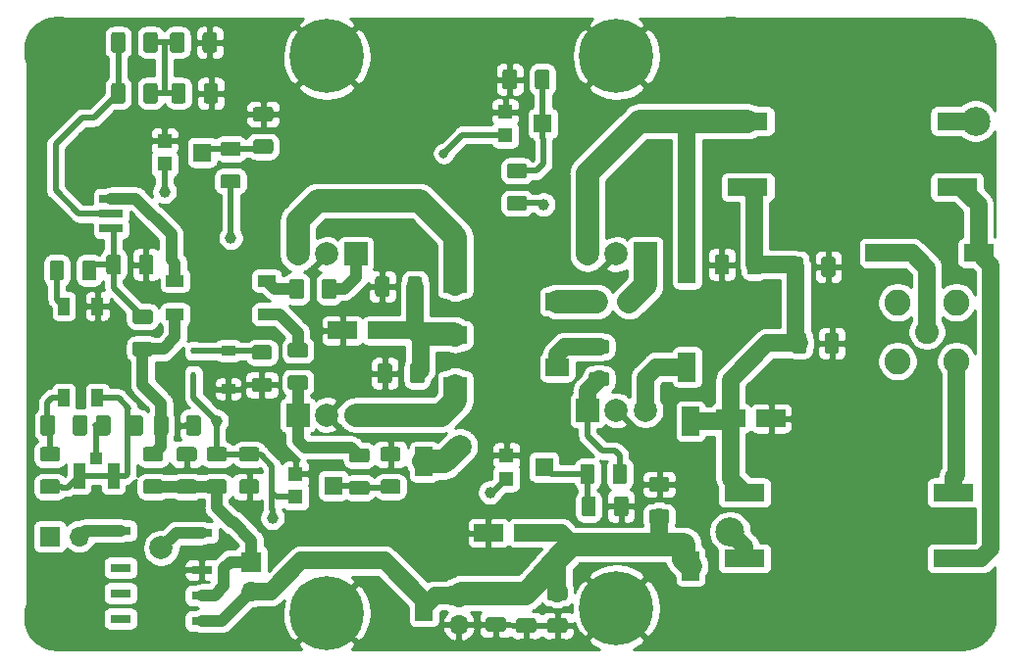
<source format=gbr>
G04 #@! TF.GenerationSoftware,KiCad,Pcbnew,(5.1.2)-1*
G04 #@! TF.CreationDate,2020-03-29T12:59:04+05:30*
G04 #@! TF.ProjectId,G6ALU_20WPA,4736414c-555f-4323-9057-50412e6b6963,rev?*
G04 #@! TF.SameCoordinates,Original*
G04 #@! TF.FileFunction,Copper,L2,Bot*
G04 #@! TF.FilePolarity,Positive*
%FSLAX46Y46*%
G04 Gerber Fmt 4.6, Leading zero omitted, Abs format (unit mm)*
G04 Created by KiCad (PCBNEW (5.1.2)-1) date 2020-03-29 12:59:04*
%MOMM*%
%LPD*%
G04 APERTURE LIST*
%ADD10C,0.100000*%
%ADD11C,1.250000*%
%ADD12R,1.800000X0.800000*%
%ADD13O,1.700000X1.700000*%
%ADD14R,1.700000X1.700000*%
%ADD15R,1.050000X2.200000*%
%ADD16R,1.000000X1.050000*%
%ADD17R,0.450000X0.600000*%
%ADD18R,2.500000X1.500000*%
%ADD19R,1.500000X2.500000*%
%ADD20R,1.200000X0.900000*%
%ADD21C,2.250000*%
%ADD22C,2.050000*%
%ADD23R,2.000000X0.750000*%
%ADD24C,6.400000*%
%ADD25R,2.000000X2.000000*%
%ADD26C,2.000000*%
%ADD27R,1.250000X1.250000*%
%ADD28R,1.500000X1.600000*%
%ADD29R,1.000000X1.500000*%
%ADD30R,1.500000X1.000000*%
%ADD31R,2.000000X1.500000*%
%ADD32R,3.500000X1.500000*%
%ADD33C,6.000000*%
%ADD34C,1.000000*%
%ADD35C,0.800000*%
%ADD36C,2.500000*%
%ADD37C,0.500000*%
%ADD38C,1.000000*%
%ADD39C,2.000000*%
%ADD40C,1.500000*%
%ADD41C,0.254000*%
G04 APERTURE END LIST*
D10*
G36*
X90049504Y-100676204D02*
G01*
X90073773Y-100679804D01*
X90097571Y-100685765D01*
X90120671Y-100694030D01*
X90142849Y-100704520D01*
X90163893Y-100717133D01*
X90183598Y-100731747D01*
X90201777Y-100748223D01*
X90218253Y-100766402D01*
X90232867Y-100786107D01*
X90245480Y-100807151D01*
X90255970Y-100829329D01*
X90264235Y-100852429D01*
X90270196Y-100876227D01*
X90273796Y-100900496D01*
X90275000Y-100925000D01*
X90275000Y-101675000D01*
X90273796Y-101699504D01*
X90270196Y-101723773D01*
X90264235Y-101747571D01*
X90255970Y-101770671D01*
X90245480Y-101792849D01*
X90232867Y-101813893D01*
X90218253Y-101833598D01*
X90201777Y-101851777D01*
X90183598Y-101868253D01*
X90163893Y-101882867D01*
X90142849Y-101895480D01*
X90120671Y-101905970D01*
X90097571Y-101914235D01*
X90073773Y-101920196D01*
X90049504Y-101923796D01*
X90025000Y-101925000D01*
X88775000Y-101925000D01*
X88750496Y-101923796D01*
X88726227Y-101920196D01*
X88702429Y-101914235D01*
X88679329Y-101905970D01*
X88657151Y-101895480D01*
X88636107Y-101882867D01*
X88616402Y-101868253D01*
X88598223Y-101851777D01*
X88581747Y-101833598D01*
X88567133Y-101813893D01*
X88554520Y-101792849D01*
X88544030Y-101770671D01*
X88535765Y-101747571D01*
X88529804Y-101723773D01*
X88526204Y-101699504D01*
X88525000Y-101675000D01*
X88525000Y-100925000D01*
X88526204Y-100900496D01*
X88529804Y-100876227D01*
X88535765Y-100852429D01*
X88544030Y-100829329D01*
X88554520Y-100807151D01*
X88567133Y-100786107D01*
X88581747Y-100766402D01*
X88598223Y-100748223D01*
X88616402Y-100731747D01*
X88636107Y-100717133D01*
X88657151Y-100704520D01*
X88679329Y-100694030D01*
X88702429Y-100685765D01*
X88726227Y-100679804D01*
X88750496Y-100676204D01*
X88775000Y-100675000D01*
X90025000Y-100675000D01*
X90049504Y-100676204D01*
X90049504Y-100676204D01*
G37*
D11*
X89400000Y-101300000D03*
D10*
G36*
X90049504Y-97876204D02*
G01*
X90073773Y-97879804D01*
X90097571Y-97885765D01*
X90120671Y-97894030D01*
X90142849Y-97904520D01*
X90163893Y-97917133D01*
X90183598Y-97931747D01*
X90201777Y-97948223D01*
X90218253Y-97966402D01*
X90232867Y-97986107D01*
X90245480Y-98007151D01*
X90255970Y-98029329D01*
X90264235Y-98052429D01*
X90270196Y-98076227D01*
X90273796Y-98100496D01*
X90275000Y-98125000D01*
X90275000Y-98875000D01*
X90273796Y-98899504D01*
X90270196Y-98923773D01*
X90264235Y-98947571D01*
X90255970Y-98970671D01*
X90245480Y-98992849D01*
X90232867Y-99013893D01*
X90218253Y-99033598D01*
X90201777Y-99051777D01*
X90183598Y-99068253D01*
X90163893Y-99082867D01*
X90142849Y-99095480D01*
X90120671Y-99105970D01*
X90097571Y-99114235D01*
X90073773Y-99120196D01*
X90049504Y-99123796D01*
X90025000Y-99125000D01*
X88775000Y-99125000D01*
X88750496Y-99123796D01*
X88726227Y-99120196D01*
X88702429Y-99114235D01*
X88679329Y-99105970D01*
X88657151Y-99095480D01*
X88636107Y-99082867D01*
X88616402Y-99068253D01*
X88598223Y-99051777D01*
X88581747Y-99033598D01*
X88567133Y-99013893D01*
X88554520Y-98992849D01*
X88544030Y-98970671D01*
X88535765Y-98947571D01*
X88529804Y-98923773D01*
X88526204Y-98899504D01*
X88525000Y-98875000D01*
X88525000Y-98125000D01*
X88526204Y-98100496D01*
X88529804Y-98076227D01*
X88535765Y-98052429D01*
X88544030Y-98029329D01*
X88554520Y-98007151D01*
X88567133Y-97986107D01*
X88581747Y-97966402D01*
X88598223Y-97948223D01*
X88616402Y-97931747D01*
X88636107Y-97917133D01*
X88657151Y-97904520D01*
X88679329Y-97894030D01*
X88702429Y-97885765D01*
X88726227Y-97879804D01*
X88750496Y-97876204D01*
X88775000Y-97875000D01*
X90025000Y-97875000D01*
X90049504Y-97876204D01*
X90049504Y-97876204D01*
G37*
D11*
X89400000Y-98500000D03*
D12*
X68800000Y-105000000D03*
X68800000Y-108200000D03*
X68800000Y-110400000D03*
X68800000Y-112600000D03*
X75800000Y-112800000D03*
X75800000Y-110600000D03*
X75800000Y-108400000D03*
X75800000Y-105200000D03*
D13*
X80100000Y-110240000D03*
D14*
X80100000Y-107700000D03*
D15*
X65225000Y-100275000D03*
D16*
X66700000Y-98750000D03*
D15*
X68175000Y-100275000D03*
D17*
X75100000Y-89450000D03*
X75100000Y-91550000D03*
D10*
G36*
X63699504Y-81626204D02*
G01*
X63723773Y-81629804D01*
X63747571Y-81635765D01*
X63770671Y-81644030D01*
X63792849Y-81654520D01*
X63813893Y-81667133D01*
X63833598Y-81681747D01*
X63851777Y-81698223D01*
X63868253Y-81716402D01*
X63882867Y-81736107D01*
X63895480Y-81757151D01*
X63905970Y-81779329D01*
X63914235Y-81802429D01*
X63920196Y-81826227D01*
X63923796Y-81850496D01*
X63925000Y-81875000D01*
X63925000Y-83125000D01*
X63923796Y-83149504D01*
X63920196Y-83173773D01*
X63914235Y-83197571D01*
X63905970Y-83220671D01*
X63895480Y-83242849D01*
X63882867Y-83263893D01*
X63868253Y-83283598D01*
X63851777Y-83301777D01*
X63833598Y-83318253D01*
X63813893Y-83332867D01*
X63792849Y-83345480D01*
X63770671Y-83355970D01*
X63747571Y-83364235D01*
X63723773Y-83370196D01*
X63699504Y-83373796D01*
X63675000Y-83375000D01*
X62925000Y-83375000D01*
X62900496Y-83373796D01*
X62876227Y-83370196D01*
X62852429Y-83364235D01*
X62829329Y-83355970D01*
X62807151Y-83345480D01*
X62786107Y-83332867D01*
X62766402Y-83318253D01*
X62748223Y-83301777D01*
X62731747Y-83283598D01*
X62717133Y-83263893D01*
X62704520Y-83242849D01*
X62694030Y-83220671D01*
X62685765Y-83197571D01*
X62679804Y-83173773D01*
X62676204Y-83149504D01*
X62675000Y-83125000D01*
X62675000Y-81875000D01*
X62676204Y-81850496D01*
X62679804Y-81826227D01*
X62685765Y-81802429D01*
X62694030Y-81779329D01*
X62704520Y-81757151D01*
X62717133Y-81736107D01*
X62731747Y-81716402D01*
X62748223Y-81698223D01*
X62766402Y-81681747D01*
X62786107Y-81667133D01*
X62807151Y-81654520D01*
X62829329Y-81644030D01*
X62852429Y-81635765D01*
X62876227Y-81629804D01*
X62900496Y-81626204D01*
X62925000Y-81625000D01*
X63675000Y-81625000D01*
X63699504Y-81626204D01*
X63699504Y-81626204D01*
G37*
D11*
X63300000Y-82500000D03*
D10*
G36*
X66499504Y-81626204D02*
G01*
X66523773Y-81629804D01*
X66547571Y-81635765D01*
X66570671Y-81644030D01*
X66592849Y-81654520D01*
X66613893Y-81667133D01*
X66633598Y-81681747D01*
X66651777Y-81698223D01*
X66668253Y-81716402D01*
X66682867Y-81736107D01*
X66695480Y-81757151D01*
X66705970Y-81779329D01*
X66714235Y-81802429D01*
X66720196Y-81826227D01*
X66723796Y-81850496D01*
X66725000Y-81875000D01*
X66725000Y-83125000D01*
X66723796Y-83149504D01*
X66720196Y-83173773D01*
X66714235Y-83197571D01*
X66705970Y-83220671D01*
X66695480Y-83242849D01*
X66682867Y-83263893D01*
X66668253Y-83283598D01*
X66651777Y-83301777D01*
X66633598Y-83318253D01*
X66613893Y-83332867D01*
X66592849Y-83345480D01*
X66570671Y-83355970D01*
X66547571Y-83364235D01*
X66523773Y-83370196D01*
X66499504Y-83373796D01*
X66475000Y-83375000D01*
X65725000Y-83375000D01*
X65700496Y-83373796D01*
X65676227Y-83370196D01*
X65652429Y-83364235D01*
X65629329Y-83355970D01*
X65607151Y-83345480D01*
X65586107Y-83332867D01*
X65566402Y-83318253D01*
X65548223Y-83301777D01*
X65531747Y-83283598D01*
X65517133Y-83263893D01*
X65504520Y-83242849D01*
X65494030Y-83220671D01*
X65485765Y-83197571D01*
X65479804Y-83173773D01*
X65476204Y-83149504D01*
X65475000Y-83125000D01*
X65475000Y-81875000D01*
X65476204Y-81850496D01*
X65479804Y-81826227D01*
X65485765Y-81802429D01*
X65494030Y-81779329D01*
X65504520Y-81757151D01*
X65517133Y-81736107D01*
X65531747Y-81716402D01*
X65548223Y-81698223D01*
X65566402Y-81681747D01*
X65586107Y-81667133D01*
X65607151Y-81654520D01*
X65629329Y-81644030D01*
X65652429Y-81635765D01*
X65676227Y-81629804D01*
X65700496Y-81626204D01*
X65725000Y-81625000D01*
X66475000Y-81625000D01*
X66499504Y-81626204D01*
X66499504Y-81626204D01*
G37*
D11*
X66100000Y-82500000D03*
D10*
G36*
X72699504Y-95026204D02*
G01*
X72723773Y-95029804D01*
X72747571Y-95035765D01*
X72770671Y-95044030D01*
X72792849Y-95054520D01*
X72813893Y-95067133D01*
X72833598Y-95081747D01*
X72851777Y-95098223D01*
X72868253Y-95116402D01*
X72882867Y-95136107D01*
X72895480Y-95157151D01*
X72905970Y-95179329D01*
X72914235Y-95202429D01*
X72920196Y-95226227D01*
X72923796Y-95250496D01*
X72925000Y-95275000D01*
X72925000Y-96525000D01*
X72923796Y-96549504D01*
X72920196Y-96573773D01*
X72914235Y-96597571D01*
X72905970Y-96620671D01*
X72895480Y-96642849D01*
X72882867Y-96663893D01*
X72868253Y-96683598D01*
X72851777Y-96701777D01*
X72833598Y-96718253D01*
X72813893Y-96732867D01*
X72792849Y-96745480D01*
X72770671Y-96755970D01*
X72747571Y-96764235D01*
X72723773Y-96770196D01*
X72699504Y-96773796D01*
X72675000Y-96775000D01*
X71925000Y-96775000D01*
X71900496Y-96773796D01*
X71876227Y-96770196D01*
X71852429Y-96764235D01*
X71829329Y-96755970D01*
X71807151Y-96745480D01*
X71786107Y-96732867D01*
X71766402Y-96718253D01*
X71748223Y-96701777D01*
X71731747Y-96683598D01*
X71717133Y-96663893D01*
X71704520Y-96642849D01*
X71694030Y-96620671D01*
X71685765Y-96597571D01*
X71679804Y-96573773D01*
X71676204Y-96549504D01*
X71675000Y-96525000D01*
X71675000Y-95275000D01*
X71676204Y-95250496D01*
X71679804Y-95226227D01*
X71685765Y-95202429D01*
X71694030Y-95179329D01*
X71704520Y-95157151D01*
X71717133Y-95136107D01*
X71731747Y-95116402D01*
X71748223Y-95098223D01*
X71766402Y-95081747D01*
X71786107Y-95067133D01*
X71807151Y-95054520D01*
X71829329Y-95044030D01*
X71852429Y-95035765D01*
X71876227Y-95029804D01*
X71900496Y-95026204D01*
X71925000Y-95025000D01*
X72675000Y-95025000D01*
X72699504Y-95026204D01*
X72699504Y-95026204D01*
G37*
D11*
X72300000Y-95900000D03*
D10*
G36*
X75499504Y-95026204D02*
G01*
X75523773Y-95029804D01*
X75547571Y-95035765D01*
X75570671Y-95044030D01*
X75592849Y-95054520D01*
X75613893Y-95067133D01*
X75633598Y-95081747D01*
X75651777Y-95098223D01*
X75668253Y-95116402D01*
X75682867Y-95136107D01*
X75695480Y-95157151D01*
X75705970Y-95179329D01*
X75714235Y-95202429D01*
X75720196Y-95226227D01*
X75723796Y-95250496D01*
X75725000Y-95275000D01*
X75725000Y-96525000D01*
X75723796Y-96549504D01*
X75720196Y-96573773D01*
X75714235Y-96597571D01*
X75705970Y-96620671D01*
X75695480Y-96642849D01*
X75682867Y-96663893D01*
X75668253Y-96683598D01*
X75651777Y-96701777D01*
X75633598Y-96718253D01*
X75613893Y-96732867D01*
X75592849Y-96745480D01*
X75570671Y-96755970D01*
X75547571Y-96764235D01*
X75523773Y-96770196D01*
X75499504Y-96773796D01*
X75475000Y-96775000D01*
X74725000Y-96775000D01*
X74700496Y-96773796D01*
X74676227Y-96770196D01*
X74652429Y-96764235D01*
X74629329Y-96755970D01*
X74607151Y-96745480D01*
X74586107Y-96732867D01*
X74566402Y-96718253D01*
X74548223Y-96701777D01*
X74531747Y-96683598D01*
X74517133Y-96663893D01*
X74504520Y-96642849D01*
X74494030Y-96620671D01*
X74485765Y-96597571D01*
X74479804Y-96573773D01*
X74476204Y-96549504D01*
X74475000Y-96525000D01*
X74475000Y-95275000D01*
X74476204Y-95250496D01*
X74479804Y-95226227D01*
X74485765Y-95202429D01*
X74494030Y-95179329D01*
X74504520Y-95157151D01*
X74517133Y-95136107D01*
X74531747Y-95116402D01*
X74548223Y-95098223D01*
X74566402Y-95081747D01*
X74586107Y-95067133D01*
X74607151Y-95054520D01*
X74629329Y-95044030D01*
X74652429Y-95035765D01*
X74676227Y-95029804D01*
X74700496Y-95026204D01*
X74725000Y-95025000D01*
X75475000Y-95025000D01*
X75499504Y-95026204D01*
X75499504Y-95026204D01*
G37*
D11*
X75100000Y-95900000D03*
D10*
G36*
X68999504Y-66326204D02*
G01*
X69023773Y-66329804D01*
X69047571Y-66335765D01*
X69070671Y-66344030D01*
X69092849Y-66354520D01*
X69113893Y-66367133D01*
X69133598Y-66381747D01*
X69151777Y-66398223D01*
X69168253Y-66416402D01*
X69182867Y-66436107D01*
X69195480Y-66457151D01*
X69205970Y-66479329D01*
X69214235Y-66502429D01*
X69220196Y-66526227D01*
X69223796Y-66550496D01*
X69225000Y-66575000D01*
X69225000Y-67825000D01*
X69223796Y-67849504D01*
X69220196Y-67873773D01*
X69214235Y-67897571D01*
X69205970Y-67920671D01*
X69195480Y-67942849D01*
X69182867Y-67963893D01*
X69168253Y-67983598D01*
X69151777Y-68001777D01*
X69133598Y-68018253D01*
X69113893Y-68032867D01*
X69092849Y-68045480D01*
X69070671Y-68055970D01*
X69047571Y-68064235D01*
X69023773Y-68070196D01*
X68999504Y-68073796D01*
X68975000Y-68075000D01*
X68225000Y-68075000D01*
X68200496Y-68073796D01*
X68176227Y-68070196D01*
X68152429Y-68064235D01*
X68129329Y-68055970D01*
X68107151Y-68045480D01*
X68086107Y-68032867D01*
X68066402Y-68018253D01*
X68048223Y-68001777D01*
X68031747Y-67983598D01*
X68017133Y-67963893D01*
X68004520Y-67942849D01*
X67994030Y-67920671D01*
X67985765Y-67897571D01*
X67979804Y-67873773D01*
X67976204Y-67849504D01*
X67975000Y-67825000D01*
X67975000Y-66575000D01*
X67976204Y-66550496D01*
X67979804Y-66526227D01*
X67985765Y-66502429D01*
X67994030Y-66479329D01*
X68004520Y-66457151D01*
X68017133Y-66436107D01*
X68031747Y-66416402D01*
X68048223Y-66398223D01*
X68066402Y-66381747D01*
X68086107Y-66367133D01*
X68107151Y-66354520D01*
X68129329Y-66344030D01*
X68152429Y-66335765D01*
X68176227Y-66329804D01*
X68200496Y-66326204D01*
X68225000Y-66325000D01*
X68975000Y-66325000D01*
X68999504Y-66326204D01*
X68999504Y-66326204D01*
G37*
D11*
X68600000Y-67200000D03*
D10*
G36*
X71799504Y-66326204D02*
G01*
X71823773Y-66329804D01*
X71847571Y-66335765D01*
X71870671Y-66344030D01*
X71892849Y-66354520D01*
X71913893Y-66367133D01*
X71933598Y-66381747D01*
X71951777Y-66398223D01*
X71968253Y-66416402D01*
X71982867Y-66436107D01*
X71995480Y-66457151D01*
X72005970Y-66479329D01*
X72014235Y-66502429D01*
X72020196Y-66526227D01*
X72023796Y-66550496D01*
X72025000Y-66575000D01*
X72025000Y-67825000D01*
X72023796Y-67849504D01*
X72020196Y-67873773D01*
X72014235Y-67897571D01*
X72005970Y-67920671D01*
X71995480Y-67942849D01*
X71982867Y-67963893D01*
X71968253Y-67983598D01*
X71951777Y-68001777D01*
X71933598Y-68018253D01*
X71913893Y-68032867D01*
X71892849Y-68045480D01*
X71870671Y-68055970D01*
X71847571Y-68064235D01*
X71823773Y-68070196D01*
X71799504Y-68073796D01*
X71775000Y-68075000D01*
X71025000Y-68075000D01*
X71000496Y-68073796D01*
X70976227Y-68070196D01*
X70952429Y-68064235D01*
X70929329Y-68055970D01*
X70907151Y-68045480D01*
X70886107Y-68032867D01*
X70866402Y-68018253D01*
X70848223Y-68001777D01*
X70831747Y-67983598D01*
X70817133Y-67963893D01*
X70804520Y-67942849D01*
X70794030Y-67920671D01*
X70785765Y-67897571D01*
X70779804Y-67873773D01*
X70776204Y-67849504D01*
X70775000Y-67825000D01*
X70775000Y-66575000D01*
X70776204Y-66550496D01*
X70779804Y-66526227D01*
X70785765Y-66502429D01*
X70794030Y-66479329D01*
X70804520Y-66457151D01*
X70817133Y-66436107D01*
X70831747Y-66416402D01*
X70848223Y-66398223D01*
X70866402Y-66381747D01*
X70886107Y-66367133D01*
X70907151Y-66354520D01*
X70929329Y-66344030D01*
X70952429Y-66335765D01*
X70976227Y-66329804D01*
X71000496Y-66326204D01*
X71025000Y-66325000D01*
X71775000Y-66325000D01*
X71799504Y-66326204D01*
X71799504Y-66326204D01*
G37*
D11*
X71400000Y-67200000D03*
D10*
G36*
X74199504Y-66326204D02*
G01*
X74223773Y-66329804D01*
X74247571Y-66335765D01*
X74270671Y-66344030D01*
X74292849Y-66354520D01*
X74313893Y-66367133D01*
X74333598Y-66381747D01*
X74351777Y-66398223D01*
X74368253Y-66416402D01*
X74382867Y-66436107D01*
X74395480Y-66457151D01*
X74405970Y-66479329D01*
X74414235Y-66502429D01*
X74420196Y-66526227D01*
X74423796Y-66550496D01*
X74425000Y-66575000D01*
X74425000Y-67825000D01*
X74423796Y-67849504D01*
X74420196Y-67873773D01*
X74414235Y-67897571D01*
X74405970Y-67920671D01*
X74395480Y-67942849D01*
X74382867Y-67963893D01*
X74368253Y-67983598D01*
X74351777Y-68001777D01*
X74333598Y-68018253D01*
X74313893Y-68032867D01*
X74292849Y-68045480D01*
X74270671Y-68055970D01*
X74247571Y-68064235D01*
X74223773Y-68070196D01*
X74199504Y-68073796D01*
X74175000Y-68075000D01*
X73425000Y-68075000D01*
X73400496Y-68073796D01*
X73376227Y-68070196D01*
X73352429Y-68064235D01*
X73329329Y-68055970D01*
X73307151Y-68045480D01*
X73286107Y-68032867D01*
X73266402Y-68018253D01*
X73248223Y-68001777D01*
X73231747Y-67983598D01*
X73217133Y-67963893D01*
X73204520Y-67942849D01*
X73194030Y-67920671D01*
X73185765Y-67897571D01*
X73179804Y-67873773D01*
X73176204Y-67849504D01*
X73175000Y-67825000D01*
X73175000Y-66575000D01*
X73176204Y-66550496D01*
X73179804Y-66526227D01*
X73185765Y-66502429D01*
X73194030Y-66479329D01*
X73204520Y-66457151D01*
X73217133Y-66436107D01*
X73231747Y-66416402D01*
X73248223Y-66398223D01*
X73266402Y-66381747D01*
X73286107Y-66367133D01*
X73307151Y-66354520D01*
X73329329Y-66344030D01*
X73352429Y-66335765D01*
X73376227Y-66329804D01*
X73400496Y-66326204D01*
X73425000Y-66325000D01*
X74175000Y-66325000D01*
X74199504Y-66326204D01*
X74199504Y-66326204D01*
G37*
D11*
X73800000Y-67200000D03*
D10*
G36*
X76999504Y-66326204D02*
G01*
X77023773Y-66329804D01*
X77047571Y-66335765D01*
X77070671Y-66344030D01*
X77092849Y-66354520D01*
X77113893Y-66367133D01*
X77133598Y-66381747D01*
X77151777Y-66398223D01*
X77168253Y-66416402D01*
X77182867Y-66436107D01*
X77195480Y-66457151D01*
X77205970Y-66479329D01*
X77214235Y-66502429D01*
X77220196Y-66526227D01*
X77223796Y-66550496D01*
X77225000Y-66575000D01*
X77225000Y-67825000D01*
X77223796Y-67849504D01*
X77220196Y-67873773D01*
X77214235Y-67897571D01*
X77205970Y-67920671D01*
X77195480Y-67942849D01*
X77182867Y-67963893D01*
X77168253Y-67983598D01*
X77151777Y-68001777D01*
X77133598Y-68018253D01*
X77113893Y-68032867D01*
X77092849Y-68045480D01*
X77070671Y-68055970D01*
X77047571Y-68064235D01*
X77023773Y-68070196D01*
X76999504Y-68073796D01*
X76975000Y-68075000D01*
X76225000Y-68075000D01*
X76200496Y-68073796D01*
X76176227Y-68070196D01*
X76152429Y-68064235D01*
X76129329Y-68055970D01*
X76107151Y-68045480D01*
X76086107Y-68032867D01*
X76066402Y-68018253D01*
X76048223Y-68001777D01*
X76031747Y-67983598D01*
X76017133Y-67963893D01*
X76004520Y-67942849D01*
X75994030Y-67920671D01*
X75985765Y-67897571D01*
X75979804Y-67873773D01*
X75976204Y-67849504D01*
X75975000Y-67825000D01*
X75975000Y-66575000D01*
X75976204Y-66550496D01*
X75979804Y-66526227D01*
X75985765Y-66502429D01*
X75994030Y-66479329D01*
X76004520Y-66457151D01*
X76017133Y-66436107D01*
X76031747Y-66416402D01*
X76048223Y-66398223D01*
X76066402Y-66381747D01*
X76086107Y-66367133D01*
X76107151Y-66354520D01*
X76129329Y-66344030D01*
X76152429Y-66335765D01*
X76176227Y-66329804D01*
X76200496Y-66326204D01*
X76225000Y-66325000D01*
X76975000Y-66325000D01*
X76999504Y-66326204D01*
X76999504Y-66326204D01*
G37*
D11*
X76600000Y-67200000D03*
D10*
G36*
X75149504Y-100576204D02*
G01*
X75173773Y-100579804D01*
X75197571Y-100585765D01*
X75220671Y-100594030D01*
X75242849Y-100604520D01*
X75263893Y-100617133D01*
X75283598Y-100631747D01*
X75301777Y-100648223D01*
X75318253Y-100666402D01*
X75332867Y-100686107D01*
X75345480Y-100707151D01*
X75355970Y-100729329D01*
X75364235Y-100752429D01*
X75370196Y-100776227D01*
X75373796Y-100800496D01*
X75375000Y-100825000D01*
X75375000Y-101575000D01*
X75373796Y-101599504D01*
X75370196Y-101623773D01*
X75364235Y-101647571D01*
X75355970Y-101670671D01*
X75345480Y-101692849D01*
X75332867Y-101713893D01*
X75318253Y-101733598D01*
X75301777Y-101751777D01*
X75283598Y-101768253D01*
X75263893Y-101782867D01*
X75242849Y-101795480D01*
X75220671Y-101805970D01*
X75197571Y-101814235D01*
X75173773Y-101820196D01*
X75149504Y-101823796D01*
X75125000Y-101825000D01*
X73875000Y-101825000D01*
X73850496Y-101823796D01*
X73826227Y-101820196D01*
X73802429Y-101814235D01*
X73779329Y-101805970D01*
X73757151Y-101795480D01*
X73736107Y-101782867D01*
X73716402Y-101768253D01*
X73698223Y-101751777D01*
X73681747Y-101733598D01*
X73667133Y-101713893D01*
X73654520Y-101692849D01*
X73644030Y-101670671D01*
X73635765Y-101647571D01*
X73629804Y-101623773D01*
X73626204Y-101599504D01*
X73625000Y-101575000D01*
X73625000Y-100825000D01*
X73626204Y-100800496D01*
X73629804Y-100776227D01*
X73635765Y-100752429D01*
X73644030Y-100729329D01*
X73654520Y-100707151D01*
X73667133Y-100686107D01*
X73681747Y-100666402D01*
X73698223Y-100648223D01*
X73716402Y-100631747D01*
X73736107Y-100617133D01*
X73757151Y-100604520D01*
X73779329Y-100594030D01*
X73802429Y-100585765D01*
X73826227Y-100579804D01*
X73850496Y-100576204D01*
X73875000Y-100575000D01*
X75125000Y-100575000D01*
X75149504Y-100576204D01*
X75149504Y-100576204D01*
G37*
D11*
X74500000Y-101200000D03*
D10*
G36*
X75149504Y-97776204D02*
G01*
X75173773Y-97779804D01*
X75197571Y-97785765D01*
X75220671Y-97794030D01*
X75242849Y-97804520D01*
X75263893Y-97817133D01*
X75283598Y-97831747D01*
X75301777Y-97848223D01*
X75318253Y-97866402D01*
X75332867Y-97886107D01*
X75345480Y-97907151D01*
X75355970Y-97929329D01*
X75364235Y-97952429D01*
X75370196Y-97976227D01*
X75373796Y-98000496D01*
X75375000Y-98025000D01*
X75375000Y-98775000D01*
X75373796Y-98799504D01*
X75370196Y-98823773D01*
X75364235Y-98847571D01*
X75355970Y-98870671D01*
X75345480Y-98892849D01*
X75332867Y-98913893D01*
X75318253Y-98933598D01*
X75301777Y-98951777D01*
X75283598Y-98968253D01*
X75263893Y-98982867D01*
X75242849Y-98995480D01*
X75220671Y-99005970D01*
X75197571Y-99014235D01*
X75173773Y-99020196D01*
X75149504Y-99023796D01*
X75125000Y-99025000D01*
X73875000Y-99025000D01*
X73850496Y-99023796D01*
X73826227Y-99020196D01*
X73802429Y-99014235D01*
X73779329Y-99005970D01*
X73757151Y-98995480D01*
X73736107Y-98982867D01*
X73716402Y-98968253D01*
X73698223Y-98951777D01*
X73681747Y-98933598D01*
X73667133Y-98913893D01*
X73654520Y-98892849D01*
X73644030Y-98870671D01*
X73635765Y-98847571D01*
X73629804Y-98823773D01*
X73626204Y-98799504D01*
X73625000Y-98775000D01*
X73625000Y-98025000D01*
X73626204Y-98000496D01*
X73629804Y-97976227D01*
X73635765Y-97952429D01*
X73644030Y-97929329D01*
X73654520Y-97907151D01*
X73667133Y-97886107D01*
X73681747Y-97866402D01*
X73698223Y-97848223D01*
X73716402Y-97831747D01*
X73736107Y-97817133D01*
X73757151Y-97804520D01*
X73779329Y-97794030D01*
X73802429Y-97785765D01*
X73826227Y-97779804D01*
X73850496Y-97776204D01*
X73875000Y-97775000D01*
X75125000Y-97775000D01*
X75149504Y-97776204D01*
X75149504Y-97776204D01*
G37*
D11*
X74500000Y-98400000D03*
D10*
G36*
X80549504Y-97776204D02*
G01*
X80573773Y-97779804D01*
X80597571Y-97785765D01*
X80620671Y-97794030D01*
X80642849Y-97804520D01*
X80663893Y-97817133D01*
X80683598Y-97831747D01*
X80701777Y-97848223D01*
X80718253Y-97866402D01*
X80732867Y-97886107D01*
X80745480Y-97907151D01*
X80755970Y-97929329D01*
X80764235Y-97952429D01*
X80770196Y-97976227D01*
X80773796Y-98000496D01*
X80775000Y-98025000D01*
X80775000Y-98775000D01*
X80773796Y-98799504D01*
X80770196Y-98823773D01*
X80764235Y-98847571D01*
X80755970Y-98870671D01*
X80745480Y-98892849D01*
X80732867Y-98913893D01*
X80718253Y-98933598D01*
X80701777Y-98951777D01*
X80683598Y-98968253D01*
X80663893Y-98982867D01*
X80642849Y-98995480D01*
X80620671Y-99005970D01*
X80597571Y-99014235D01*
X80573773Y-99020196D01*
X80549504Y-99023796D01*
X80525000Y-99025000D01*
X79275000Y-99025000D01*
X79250496Y-99023796D01*
X79226227Y-99020196D01*
X79202429Y-99014235D01*
X79179329Y-99005970D01*
X79157151Y-98995480D01*
X79136107Y-98982867D01*
X79116402Y-98968253D01*
X79098223Y-98951777D01*
X79081747Y-98933598D01*
X79067133Y-98913893D01*
X79054520Y-98892849D01*
X79044030Y-98870671D01*
X79035765Y-98847571D01*
X79029804Y-98823773D01*
X79026204Y-98799504D01*
X79025000Y-98775000D01*
X79025000Y-98025000D01*
X79026204Y-98000496D01*
X79029804Y-97976227D01*
X79035765Y-97952429D01*
X79044030Y-97929329D01*
X79054520Y-97907151D01*
X79067133Y-97886107D01*
X79081747Y-97866402D01*
X79098223Y-97848223D01*
X79116402Y-97831747D01*
X79136107Y-97817133D01*
X79157151Y-97804520D01*
X79179329Y-97794030D01*
X79202429Y-97785765D01*
X79226227Y-97779804D01*
X79250496Y-97776204D01*
X79275000Y-97775000D01*
X80525000Y-97775000D01*
X80549504Y-97776204D01*
X80549504Y-97776204D01*
G37*
D11*
X79900000Y-98400000D03*
D10*
G36*
X80549504Y-100576204D02*
G01*
X80573773Y-100579804D01*
X80597571Y-100585765D01*
X80620671Y-100594030D01*
X80642849Y-100604520D01*
X80663893Y-100617133D01*
X80683598Y-100631747D01*
X80701777Y-100648223D01*
X80718253Y-100666402D01*
X80732867Y-100686107D01*
X80745480Y-100707151D01*
X80755970Y-100729329D01*
X80764235Y-100752429D01*
X80770196Y-100776227D01*
X80773796Y-100800496D01*
X80775000Y-100825000D01*
X80775000Y-101575000D01*
X80773796Y-101599504D01*
X80770196Y-101623773D01*
X80764235Y-101647571D01*
X80755970Y-101670671D01*
X80745480Y-101692849D01*
X80732867Y-101713893D01*
X80718253Y-101733598D01*
X80701777Y-101751777D01*
X80683598Y-101768253D01*
X80663893Y-101782867D01*
X80642849Y-101795480D01*
X80620671Y-101805970D01*
X80597571Y-101814235D01*
X80573773Y-101820196D01*
X80549504Y-101823796D01*
X80525000Y-101825000D01*
X79275000Y-101825000D01*
X79250496Y-101823796D01*
X79226227Y-101820196D01*
X79202429Y-101814235D01*
X79179329Y-101805970D01*
X79157151Y-101795480D01*
X79136107Y-101782867D01*
X79116402Y-101768253D01*
X79098223Y-101751777D01*
X79081747Y-101733598D01*
X79067133Y-101713893D01*
X79054520Y-101692849D01*
X79044030Y-101670671D01*
X79035765Y-101647571D01*
X79029804Y-101623773D01*
X79026204Y-101599504D01*
X79025000Y-101575000D01*
X79025000Y-100825000D01*
X79026204Y-100800496D01*
X79029804Y-100776227D01*
X79035765Y-100752429D01*
X79044030Y-100729329D01*
X79054520Y-100707151D01*
X79067133Y-100686107D01*
X79081747Y-100666402D01*
X79098223Y-100648223D01*
X79116402Y-100631747D01*
X79136107Y-100617133D01*
X79157151Y-100604520D01*
X79179329Y-100594030D01*
X79202429Y-100585765D01*
X79226227Y-100579804D01*
X79250496Y-100576204D01*
X79275000Y-100575000D01*
X80525000Y-100575000D01*
X80549504Y-100576204D01*
X80549504Y-100576204D01*
G37*
D11*
X79900000Y-101200000D03*
D10*
G36*
X84399504Y-83226204D02*
G01*
X84423773Y-83229804D01*
X84447571Y-83235765D01*
X84470671Y-83244030D01*
X84492849Y-83254520D01*
X84513893Y-83267133D01*
X84533598Y-83281747D01*
X84551777Y-83298223D01*
X84568253Y-83316402D01*
X84582867Y-83336107D01*
X84595480Y-83357151D01*
X84605970Y-83379329D01*
X84614235Y-83402429D01*
X84620196Y-83426227D01*
X84623796Y-83450496D01*
X84625000Y-83475000D01*
X84625000Y-84725000D01*
X84623796Y-84749504D01*
X84620196Y-84773773D01*
X84614235Y-84797571D01*
X84605970Y-84820671D01*
X84595480Y-84842849D01*
X84582867Y-84863893D01*
X84568253Y-84883598D01*
X84551777Y-84901777D01*
X84533598Y-84918253D01*
X84513893Y-84932867D01*
X84492849Y-84945480D01*
X84470671Y-84955970D01*
X84447571Y-84964235D01*
X84423773Y-84970196D01*
X84399504Y-84973796D01*
X84375000Y-84975000D01*
X83625000Y-84975000D01*
X83600496Y-84973796D01*
X83576227Y-84970196D01*
X83552429Y-84964235D01*
X83529329Y-84955970D01*
X83507151Y-84945480D01*
X83486107Y-84932867D01*
X83466402Y-84918253D01*
X83448223Y-84901777D01*
X83431747Y-84883598D01*
X83417133Y-84863893D01*
X83404520Y-84842849D01*
X83394030Y-84820671D01*
X83385765Y-84797571D01*
X83379804Y-84773773D01*
X83376204Y-84749504D01*
X83375000Y-84725000D01*
X83375000Y-83475000D01*
X83376204Y-83450496D01*
X83379804Y-83426227D01*
X83385765Y-83402429D01*
X83394030Y-83379329D01*
X83404520Y-83357151D01*
X83417133Y-83336107D01*
X83431747Y-83316402D01*
X83448223Y-83298223D01*
X83466402Y-83281747D01*
X83486107Y-83267133D01*
X83507151Y-83254520D01*
X83529329Y-83244030D01*
X83552429Y-83235765D01*
X83576227Y-83229804D01*
X83600496Y-83226204D01*
X83625000Y-83225000D01*
X84375000Y-83225000D01*
X84399504Y-83226204D01*
X84399504Y-83226204D01*
G37*
D11*
X84000000Y-84100000D03*
D10*
G36*
X87199504Y-83226204D02*
G01*
X87223773Y-83229804D01*
X87247571Y-83235765D01*
X87270671Y-83244030D01*
X87292849Y-83254520D01*
X87313893Y-83267133D01*
X87333598Y-83281747D01*
X87351777Y-83298223D01*
X87368253Y-83316402D01*
X87382867Y-83336107D01*
X87395480Y-83357151D01*
X87405970Y-83379329D01*
X87414235Y-83402429D01*
X87420196Y-83426227D01*
X87423796Y-83450496D01*
X87425000Y-83475000D01*
X87425000Y-84725000D01*
X87423796Y-84749504D01*
X87420196Y-84773773D01*
X87414235Y-84797571D01*
X87405970Y-84820671D01*
X87395480Y-84842849D01*
X87382867Y-84863893D01*
X87368253Y-84883598D01*
X87351777Y-84901777D01*
X87333598Y-84918253D01*
X87313893Y-84932867D01*
X87292849Y-84945480D01*
X87270671Y-84955970D01*
X87247571Y-84964235D01*
X87223773Y-84970196D01*
X87199504Y-84973796D01*
X87175000Y-84975000D01*
X86425000Y-84975000D01*
X86400496Y-84973796D01*
X86376227Y-84970196D01*
X86352429Y-84964235D01*
X86329329Y-84955970D01*
X86307151Y-84945480D01*
X86286107Y-84932867D01*
X86266402Y-84918253D01*
X86248223Y-84901777D01*
X86231747Y-84883598D01*
X86217133Y-84863893D01*
X86204520Y-84842849D01*
X86194030Y-84820671D01*
X86185765Y-84797571D01*
X86179804Y-84773773D01*
X86176204Y-84749504D01*
X86175000Y-84725000D01*
X86175000Y-83475000D01*
X86176204Y-83450496D01*
X86179804Y-83426227D01*
X86185765Y-83402429D01*
X86194030Y-83379329D01*
X86204520Y-83357151D01*
X86217133Y-83336107D01*
X86231747Y-83316402D01*
X86248223Y-83298223D01*
X86266402Y-83281747D01*
X86286107Y-83267133D01*
X86307151Y-83254520D01*
X86329329Y-83244030D01*
X86352429Y-83235765D01*
X86376227Y-83229804D01*
X86400496Y-83226204D01*
X86425000Y-83225000D01*
X87175000Y-83225000D01*
X87199504Y-83226204D01*
X87199504Y-83226204D01*
G37*
D11*
X86800000Y-84100000D03*
D10*
G36*
X84749504Y-88776204D02*
G01*
X84773773Y-88779804D01*
X84797571Y-88785765D01*
X84820671Y-88794030D01*
X84842849Y-88804520D01*
X84863893Y-88817133D01*
X84883598Y-88831747D01*
X84901777Y-88848223D01*
X84918253Y-88866402D01*
X84932867Y-88886107D01*
X84945480Y-88907151D01*
X84955970Y-88929329D01*
X84964235Y-88952429D01*
X84970196Y-88976227D01*
X84973796Y-89000496D01*
X84975000Y-89025000D01*
X84975000Y-89775000D01*
X84973796Y-89799504D01*
X84970196Y-89823773D01*
X84964235Y-89847571D01*
X84955970Y-89870671D01*
X84945480Y-89892849D01*
X84932867Y-89913893D01*
X84918253Y-89933598D01*
X84901777Y-89951777D01*
X84883598Y-89968253D01*
X84863893Y-89982867D01*
X84842849Y-89995480D01*
X84820671Y-90005970D01*
X84797571Y-90014235D01*
X84773773Y-90020196D01*
X84749504Y-90023796D01*
X84725000Y-90025000D01*
X83475000Y-90025000D01*
X83450496Y-90023796D01*
X83426227Y-90020196D01*
X83402429Y-90014235D01*
X83379329Y-90005970D01*
X83357151Y-89995480D01*
X83336107Y-89982867D01*
X83316402Y-89968253D01*
X83298223Y-89951777D01*
X83281747Y-89933598D01*
X83267133Y-89913893D01*
X83254520Y-89892849D01*
X83244030Y-89870671D01*
X83235765Y-89847571D01*
X83229804Y-89823773D01*
X83226204Y-89799504D01*
X83225000Y-89775000D01*
X83225000Y-89025000D01*
X83226204Y-89000496D01*
X83229804Y-88976227D01*
X83235765Y-88952429D01*
X83244030Y-88929329D01*
X83254520Y-88907151D01*
X83267133Y-88886107D01*
X83281747Y-88866402D01*
X83298223Y-88848223D01*
X83316402Y-88831747D01*
X83336107Y-88817133D01*
X83357151Y-88804520D01*
X83379329Y-88794030D01*
X83402429Y-88785765D01*
X83426227Y-88779804D01*
X83450496Y-88776204D01*
X83475000Y-88775000D01*
X84725000Y-88775000D01*
X84749504Y-88776204D01*
X84749504Y-88776204D01*
G37*
D11*
X84100000Y-89400000D03*
D10*
G36*
X84749504Y-91576204D02*
G01*
X84773773Y-91579804D01*
X84797571Y-91585765D01*
X84820671Y-91594030D01*
X84842849Y-91604520D01*
X84863893Y-91617133D01*
X84883598Y-91631747D01*
X84901777Y-91648223D01*
X84918253Y-91666402D01*
X84932867Y-91686107D01*
X84945480Y-91707151D01*
X84955970Y-91729329D01*
X84964235Y-91752429D01*
X84970196Y-91776227D01*
X84973796Y-91800496D01*
X84975000Y-91825000D01*
X84975000Y-92575000D01*
X84973796Y-92599504D01*
X84970196Y-92623773D01*
X84964235Y-92647571D01*
X84955970Y-92670671D01*
X84945480Y-92692849D01*
X84932867Y-92713893D01*
X84918253Y-92733598D01*
X84901777Y-92751777D01*
X84883598Y-92768253D01*
X84863893Y-92782867D01*
X84842849Y-92795480D01*
X84820671Y-92805970D01*
X84797571Y-92814235D01*
X84773773Y-92820196D01*
X84749504Y-92823796D01*
X84725000Y-92825000D01*
X83475000Y-92825000D01*
X83450496Y-92823796D01*
X83426227Y-92820196D01*
X83402429Y-92814235D01*
X83379329Y-92805970D01*
X83357151Y-92795480D01*
X83336107Y-92782867D01*
X83316402Y-92768253D01*
X83298223Y-92751777D01*
X83281747Y-92733598D01*
X83267133Y-92713893D01*
X83254520Y-92692849D01*
X83244030Y-92670671D01*
X83235765Y-92647571D01*
X83229804Y-92623773D01*
X83226204Y-92599504D01*
X83225000Y-92575000D01*
X83225000Y-91825000D01*
X83226204Y-91800496D01*
X83229804Y-91776227D01*
X83235765Y-91752429D01*
X83244030Y-91729329D01*
X83254520Y-91707151D01*
X83267133Y-91686107D01*
X83281747Y-91666402D01*
X83298223Y-91648223D01*
X83316402Y-91631747D01*
X83336107Y-91617133D01*
X83357151Y-91604520D01*
X83379329Y-91594030D01*
X83402429Y-91585765D01*
X83426227Y-91579804D01*
X83450496Y-91576204D01*
X83475000Y-91575000D01*
X84725000Y-91575000D01*
X84749504Y-91576204D01*
X84749504Y-91576204D01*
G37*
D11*
X84100000Y-92200000D03*
D10*
G36*
X92749504Y-100576204D02*
G01*
X92773773Y-100579804D01*
X92797571Y-100585765D01*
X92820671Y-100594030D01*
X92842849Y-100604520D01*
X92863893Y-100617133D01*
X92883598Y-100631747D01*
X92901777Y-100648223D01*
X92918253Y-100666402D01*
X92932867Y-100686107D01*
X92945480Y-100707151D01*
X92955970Y-100729329D01*
X92964235Y-100752429D01*
X92970196Y-100776227D01*
X92973796Y-100800496D01*
X92975000Y-100825000D01*
X92975000Y-101575000D01*
X92973796Y-101599504D01*
X92970196Y-101623773D01*
X92964235Y-101647571D01*
X92955970Y-101670671D01*
X92945480Y-101692849D01*
X92932867Y-101713893D01*
X92918253Y-101733598D01*
X92901777Y-101751777D01*
X92883598Y-101768253D01*
X92863893Y-101782867D01*
X92842849Y-101795480D01*
X92820671Y-101805970D01*
X92797571Y-101814235D01*
X92773773Y-101820196D01*
X92749504Y-101823796D01*
X92725000Y-101825000D01*
X91475000Y-101825000D01*
X91450496Y-101823796D01*
X91426227Y-101820196D01*
X91402429Y-101814235D01*
X91379329Y-101805970D01*
X91357151Y-101795480D01*
X91336107Y-101782867D01*
X91316402Y-101768253D01*
X91298223Y-101751777D01*
X91281747Y-101733598D01*
X91267133Y-101713893D01*
X91254520Y-101692849D01*
X91244030Y-101670671D01*
X91235765Y-101647571D01*
X91229804Y-101623773D01*
X91226204Y-101599504D01*
X91225000Y-101575000D01*
X91225000Y-100825000D01*
X91226204Y-100800496D01*
X91229804Y-100776227D01*
X91235765Y-100752429D01*
X91244030Y-100729329D01*
X91254520Y-100707151D01*
X91267133Y-100686107D01*
X91281747Y-100666402D01*
X91298223Y-100648223D01*
X91316402Y-100631747D01*
X91336107Y-100617133D01*
X91357151Y-100604520D01*
X91379329Y-100594030D01*
X91402429Y-100585765D01*
X91426227Y-100579804D01*
X91450496Y-100576204D01*
X91475000Y-100575000D01*
X92725000Y-100575000D01*
X92749504Y-100576204D01*
X92749504Y-100576204D01*
G37*
D11*
X92100000Y-101200000D03*
D10*
G36*
X92749504Y-97776204D02*
G01*
X92773773Y-97779804D01*
X92797571Y-97785765D01*
X92820671Y-97794030D01*
X92842849Y-97804520D01*
X92863893Y-97817133D01*
X92883598Y-97831747D01*
X92901777Y-97848223D01*
X92918253Y-97866402D01*
X92932867Y-97886107D01*
X92945480Y-97907151D01*
X92955970Y-97929329D01*
X92964235Y-97952429D01*
X92970196Y-97976227D01*
X92973796Y-98000496D01*
X92975000Y-98025000D01*
X92975000Y-98775000D01*
X92973796Y-98799504D01*
X92970196Y-98823773D01*
X92964235Y-98847571D01*
X92955970Y-98870671D01*
X92945480Y-98892849D01*
X92932867Y-98913893D01*
X92918253Y-98933598D01*
X92901777Y-98951777D01*
X92883598Y-98968253D01*
X92863893Y-98982867D01*
X92842849Y-98995480D01*
X92820671Y-99005970D01*
X92797571Y-99014235D01*
X92773773Y-99020196D01*
X92749504Y-99023796D01*
X92725000Y-99025000D01*
X91475000Y-99025000D01*
X91450496Y-99023796D01*
X91426227Y-99020196D01*
X91402429Y-99014235D01*
X91379329Y-99005970D01*
X91357151Y-98995480D01*
X91336107Y-98982867D01*
X91316402Y-98968253D01*
X91298223Y-98951777D01*
X91281747Y-98933598D01*
X91267133Y-98913893D01*
X91254520Y-98892849D01*
X91244030Y-98870671D01*
X91235765Y-98847571D01*
X91229804Y-98823773D01*
X91226204Y-98799504D01*
X91225000Y-98775000D01*
X91225000Y-98025000D01*
X91226204Y-98000496D01*
X91229804Y-97976227D01*
X91235765Y-97952429D01*
X91244030Y-97929329D01*
X91254520Y-97907151D01*
X91267133Y-97886107D01*
X91281747Y-97866402D01*
X91298223Y-97848223D01*
X91316402Y-97831747D01*
X91336107Y-97817133D01*
X91357151Y-97804520D01*
X91379329Y-97794030D01*
X91402429Y-97785765D01*
X91426227Y-97779804D01*
X91450496Y-97776204D01*
X91475000Y-97775000D01*
X92725000Y-97775000D01*
X92749504Y-97776204D01*
X92749504Y-97776204D01*
G37*
D11*
X92100000Y-98400000D03*
D10*
G36*
X81749504Y-71176204D02*
G01*
X81773773Y-71179804D01*
X81797571Y-71185765D01*
X81820671Y-71194030D01*
X81842849Y-71204520D01*
X81863893Y-71217133D01*
X81883598Y-71231747D01*
X81901777Y-71248223D01*
X81918253Y-71266402D01*
X81932867Y-71286107D01*
X81945480Y-71307151D01*
X81955970Y-71329329D01*
X81964235Y-71352429D01*
X81970196Y-71376227D01*
X81973796Y-71400496D01*
X81975000Y-71425000D01*
X81975000Y-72175000D01*
X81973796Y-72199504D01*
X81970196Y-72223773D01*
X81964235Y-72247571D01*
X81955970Y-72270671D01*
X81945480Y-72292849D01*
X81932867Y-72313893D01*
X81918253Y-72333598D01*
X81901777Y-72351777D01*
X81883598Y-72368253D01*
X81863893Y-72382867D01*
X81842849Y-72395480D01*
X81820671Y-72405970D01*
X81797571Y-72414235D01*
X81773773Y-72420196D01*
X81749504Y-72423796D01*
X81725000Y-72425000D01*
X80475000Y-72425000D01*
X80450496Y-72423796D01*
X80426227Y-72420196D01*
X80402429Y-72414235D01*
X80379329Y-72405970D01*
X80357151Y-72395480D01*
X80336107Y-72382867D01*
X80316402Y-72368253D01*
X80298223Y-72351777D01*
X80281747Y-72333598D01*
X80267133Y-72313893D01*
X80254520Y-72292849D01*
X80244030Y-72270671D01*
X80235765Y-72247571D01*
X80229804Y-72223773D01*
X80226204Y-72199504D01*
X80225000Y-72175000D01*
X80225000Y-71425000D01*
X80226204Y-71400496D01*
X80229804Y-71376227D01*
X80235765Y-71352429D01*
X80244030Y-71329329D01*
X80254520Y-71307151D01*
X80267133Y-71286107D01*
X80281747Y-71266402D01*
X80298223Y-71248223D01*
X80316402Y-71231747D01*
X80336107Y-71217133D01*
X80357151Y-71204520D01*
X80379329Y-71194030D01*
X80402429Y-71185765D01*
X80426227Y-71179804D01*
X80450496Y-71176204D01*
X80475000Y-71175000D01*
X81725000Y-71175000D01*
X81749504Y-71176204D01*
X81749504Y-71176204D01*
G37*
D11*
X81100000Y-71800000D03*
D10*
G36*
X81749504Y-68376204D02*
G01*
X81773773Y-68379804D01*
X81797571Y-68385765D01*
X81820671Y-68394030D01*
X81842849Y-68404520D01*
X81863893Y-68417133D01*
X81883598Y-68431747D01*
X81901777Y-68448223D01*
X81918253Y-68466402D01*
X81932867Y-68486107D01*
X81945480Y-68507151D01*
X81955970Y-68529329D01*
X81964235Y-68552429D01*
X81970196Y-68576227D01*
X81973796Y-68600496D01*
X81975000Y-68625000D01*
X81975000Y-69375000D01*
X81973796Y-69399504D01*
X81970196Y-69423773D01*
X81964235Y-69447571D01*
X81955970Y-69470671D01*
X81945480Y-69492849D01*
X81932867Y-69513893D01*
X81918253Y-69533598D01*
X81901777Y-69551777D01*
X81883598Y-69568253D01*
X81863893Y-69582867D01*
X81842849Y-69595480D01*
X81820671Y-69605970D01*
X81797571Y-69614235D01*
X81773773Y-69620196D01*
X81749504Y-69623796D01*
X81725000Y-69625000D01*
X80475000Y-69625000D01*
X80450496Y-69623796D01*
X80426227Y-69620196D01*
X80402429Y-69614235D01*
X80379329Y-69605970D01*
X80357151Y-69595480D01*
X80336107Y-69582867D01*
X80316402Y-69568253D01*
X80298223Y-69551777D01*
X80281747Y-69533598D01*
X80267133Y-69513893D01*
X80254520Y-69492849D01*
X80244030Y-69470671D01*
X80235765Y-69447571D01*
X80229804Y-69423773D01*
X80226204Y-69399504D01*
X80225000Y-69375000D01*
X80225000Y-68625000D01*
X80226204Y-68600496D01*
X80229804Y-68576227D01*
X80235765Y-68552429D01*
X80244030Y-68529329D01*
X80254520Y-68507151D01*
X80267133Y-68486107D01*
X80281747Y-68466402D01*
X80298223Y-68448223D01*
X80316402Y-68431747D01*
X80336107Y-68417133D01*
X80357151Y-68404520D01*
X80379329Y-68394030D01*
X80402429Y-68385765D01*
X80426227Y-68379804D01*
X80450496Y-68376204D01*
X80475000Y-68375000D01*
X81725000Y-68375000D01*
X81749504Y-68376204D01*
X81749504Y-68376204D01*
G37*
D11*
X81100000Y-69000000D03*
D18*
X87950000Y-87700000D03*
X91450000Y-87700000D03*
D10*
G36*
X94599504Y-83026204D02*
G01*
X94623773Y-83029804D01*
X94647571Y-83035765D01*
X94670671Y-83044030D01*
X94692849Y-83054520D01*
X94713893Y-83067133D01*
X94733598Y-83081747D01*
X94751777Y-83098223D01*
X94768253Y-83116402D01*
X94782867Y-83136107D01*
X94795480Y-83157151D01*
X94805970Y-83179329D01*
X94814235Y-83202429D01*
X94820196Y-83226227D01*
X94823796Y-83250496D01*
X94825000Y-83275000D01*
X94825000Y-84525000D01*
X94823796Y-84549504D01*
X94820196Y-84573773D01*
X94814235Y-84597571D01*
X94805970Y-84620671D01*
X94795480Y-84642849D01*
X94782867Y-84663893D01*
X94768253Y-84683598D01*
X94751777Y-84701777D01*
X94733598Y-84718253D01*
X94713893Y-84732867D01*
X94692849Y-84745480D01*
X94670671Y-84755970D01*
X94647571Y-84764235D01*
X94623773Y-84770196D01*
X94599504Y-84773796D01*
X94575000Y-84775000D01*
X93825000Y-84775000D01*
X93800496Y-84773796D01*
X93776227Y-84770196D01*
X93752429Y-84764235D01*
X93729329Y-84755970D01*
X93707151Y-84745480D01*
X93686107Y-84732867D01*
X93666402Y-84718253D01*
X93648223Y-84701777D01*
X93631747Y-84683598D01*
X93617133Y-84663893D01*
X93604520Y-84642849D01*
X93594030Y-84620671D01*
X93585765Y-84597571D01*
X93579804Y-84573773D01*
X93576204Y-84549504D01*
X93575000Y-84525000D01*
X93575000Y-83275000D01*
X93576204Y-83250496D01*
X93579804Y-83226227D01*
X93585765Y-83202429D01*
X93594030Y-83179329D01*
X93604520Y-83157151D01*
X93617133Y-83136107D01*
X93631747Y-83116402D01*
X93648223Y-83098223D01*
X93666402Y-83081747D01*
X93686107Y-83067133D01*
X93707151Y-83054520D01*
X93729329Y-83044030D01*
X93752429Y-83035765D01*
X93776227Y-83029804D01*
X93800496Y-83026204D01*
X93825000Y-83025000D01*
X94575000Y-83025000D01*
X94599504Y-83026204D01*
X94599504Y-83026204D01*
G37*
D11*
X94200000Y-83900000D03*
D10*
G36*
X91799504Y-83026204D02*
G01*
X91823773Y-83029804D01*
X91847571Y-83035765D01*
X91870671Y-83044030D01*
X91892849Y-83054520D01*
X91913893Y-83067133D01*
X91933598Y-83081747D01*
X91951777Y-83098223D01*
X91968253Y-83116402D01*
X91982867Y-83136107D01*
X91995480Y-83157151D01*
X92005970Y-83179329D01*
X92014235Y-83202429D01*
X92020196Y-83226227D01*
X92023796Y-83250496D01*
X92025000Y-83275000D01*
X92025000Y-84525000D01*
X92023796Y-84549504D01*
X92020196Y-84573773D01*
X92014235Y-84597571D01*
X92005970Y-84620671D01*
X91995480Y-84642849D01*
X91982867Y-84663893D01*
X91968253Y-84683598D01*
X91951777Y-84701777D01*
X91933598Y-84718253D01*
X91913893Y-84732867D01*
X91892849Y-84745480D01*
X91870671Y-84755970D01*
X91847571Y-84764235D01*
X91823773Y-84770196D01*
X91799504Y-84773796D01*
X91775000Y-84775000D01*
X91025000Y-84775000D01*
X91000496Y-84773796D01*
X90976227Y-84770196D01*
X90952429Y-84764235D01*
X90929329Y-84755970D01*
X90907151Y-84745480D01*
X90886107Y-84732867D01*
X90866402Y-84718253D01*
X90848223Y-84701777D01*
X90831747Y-84683598D01*
X90817133Y-84663893D01*
X90804520Y-84642849D01*
X90794030Y-84620671D01*
X90785765Y-84597571D01*
X90779804Y-84573773D01*
X90776204Y-84549504D01*
X90775000Y-84525000D01*
X90775000Y-83275000D01*
X90776204Y-83250496D01*
X90779804Y-83226227D01*
X90785765Y-83202429D01*
X90794030Y-83179329D01*
X90804520Y-83157151D01*
X90817133Y-83136107D01*
X90831747Y-83116402D01*
X90848223Y-83098223D01*
X90866402Y-83081747D01*
X90886107Y-83067133D01*
X90907151Y-83054520D01*
X90929329Y-83044030D01*
X90952429Y-83035765D01*
X90976227Y-83029804D01*
X91000496Y-83026204D01*
X91025000Y-83025000D01*
X91775000Y-83025000D01*
X91799504Y-83026204D01*
X91799504Y-83026204D01*
G37*
D11*
X91400000Y-83900000D03*
D10*
G36*
X94799504Y-90526204D02*
G01*
X94823773Y-90529804D01*
X94847571Y-90535765D01*
X94870671Y-90544030D01*
X94892849Y-90554520D01*
X94913893Y-90567133D01*
X94933598Y-90581747D01*
X94951777Y-90598223D01*
X94968253Y-90616402D01*
X94982867Y-90636107D01*
X94995480Y-90657151D01*
X95005970Y-90679329D01*
X95014235Y-90702429D01*
X95020196Y-90726227D01*
X95023796Y-90750496D01*
X95025000Y-90775000D01*
X95025000Y-92025000D01*
X95023796Y-92049504D01*
X95020196Y-92073773D01*
X95014235Y-92097571D01*
X95005970Y-92120671D01*
X94995480Y-92142849D01*
X94982867Y-92163893D01*
X94968253Y-92183598D01*
X94951777Y-92201777D01*
X94933598Y-92218253D01*
X94913893Y-92232867D01*
X94892849Y-92245480D01*
X94870671Y-92255970D01*
X94847571Y-92264235D01*
X94823773Y-92270196D01*
X94799504Y-92273796D01*
X94775000Y-92275000D01*
X94025000Y-92275000D01*
X94000496Y-92273796D01*
X93976227Y-92270196D01*
X93952429Y-92264235D01*
X93929329Y-92255970D01*
X93907151Y-92245480D01*
X93886107Y-92232867D01*
X93866402Y-92218253D01*
X93848223Y-92201777D01*
X93831747Y-92183598D01*
X93817133Y-92163893D01*
X93804520Y-92142849D01*
X93794030Y-92120671D01*
X93785765Y-92097571D01*
X93779804Y-92073773D01*
X93776204Y-92049504D01*
X93775000Y-92025000D01*
X93775000Y-90775000D01*
X93776204Y-90750496D01*
X93779804Y-90726227D01*
X93785765Y-90702429D01*
X93794030Y-90679329D01*
X93804520Y-90657151D01*
X93817133Y-90636107D01*
X93831747Y-90616402D01*
X93848223Y-90598223D01*
X93866402Y-90581747D01*
X93886107Y-90567133D01*
X93907151Y-90554520D01*
X93929329Y-90544030D01*
X93952429Y-90535765D01*
X93976227Y-90529804D01*
X94000496Y-90526204D01*
X94025000Y-90525000D01*
X94775000Y-90525000D01*
X94799504Y-90526204D01*
X94799504Y-90526204D01*
G37*
D11*
X94400000Y-91400000D03*
D10*
G36*
X91999504Y-90526204D02*
G01*
X92023773Y-90529804D01*
X92047571Y-90535765D01*
X92070671Y-90544030D01*
X92092849Y-90554520D01*
X92113893Y-90567133D01*
X92133598Y-90581747D01*
X92151777Y-90598223D01*
X92168253Y-90616402D01*
X92182867Y-90636107D01*
X92195480Y-90657151D01*
X92205970Y-90679329D01*
X92214235Y-90702429D01*
X92220196Y-90726227D01*
X92223796Y-90750496D01*
X92225000Y-90775000D01*
X92225000Y-92025000D01*
X92223796Y-92049504D01*
X92220196Y-92073773D01*
X92214235Y-92097571D01*
X92205970Y-92120671D01*
X92195480Y-92142849D01*
X92182867Y-92163893D01*
X92168253Y-92183598D01*
X92151777Y-92201777D01*
X92133598Y-92218253D01*
X92113893Y-92232867D01*
X92092849Y-92245480D01*
X92070671Y-92255970D01*
X92047571Y-92264235D01*
X92023773Y-92270196D01*
X91999504Y-92273796D01*
X91975000Y-92275000D01*
X91225000Y-92275000D01*
X91200496Y-92273796D01*
X91176227Y-92270196D01*
X91152429Y-92264235D01*
X91129329Y-92255970D01*
X91107151Y-92245480D01*
X91086107Y-92232867D01*
X91066402Y-92218253D01*
X91048223Y-92201777D01*
X91031747Y-92183598D01*
X91017133Y-92163893D01*
X91004520Y-92142849D01*
X90994030Y-92120671D01*
X90985765Y-92097571D01*
X90979804Y-92073773D01*
X90976204Y-92049504D01*
X90975000Y-92025000D01*
X90975000Y-90775000D01*
X90976204Y-90750496D01*
X90979804Y-90726227D01*
X90985765Y-90702429D01*
X90994030Y-90679329D01*
X91004520Y-90657151D01*
X91017133Y-90636107D01*
X91031747Y-90616402D01*
X91048223Y-90598223D01*
X91066402Y-90581747D01*
X91086107Y-90567133D01*
X91107151Y-90554520D01*
X91129329Y-90544030D01*
X91152429Y-90535765D01*
X91176227Y-90529804D01*
X91200496Y-90526204D01*
X91225000Y-90525000D01*
X91975000Y-90525000D01*
X91999504Y-90526204D01*
X91999504Y-90526204D01*
G37*
D11*
X91600000Y-91400000D03*
D10*
G36*
X81649504Y-88976204D02*
G01*
X81673773Y-88979804D01*
X81697571Y-88985765D01*
X81720671Y-88994030D01*
X81742849Y-89004520D01*
X81763893Y-89017133D01*
X81783598Y-89031747D01*
X81801777Y-89048223D01*
X81818253Y-89066402D01*
X81832867Y-89086107D01*
X81845480Y-89107151D01*
X81855970Y-89129329D01*
X81864235Y-89152429D01*
X81870196Y-89176227D01*
X81873796Y-89200496D01*
X81875000Y-89225000D01*
X81875000Y-89975000D01*
X81873796Y-89999504D01*
X81870196Y-90023773D01*
X81864235Y-90047571D01*
X81855970Y-90070671D01*
X81845480Y-90092849D01*
X81832867Y-90113893D01*
X81818253Y-90133598D01*
X81801777Y-90151777D01*
X81783598Y-90168253D01*
X81763893Y-90182867D01*
X81742849Y-90195480D01*
X81720671Y-90205970D01*
X81697571Y-90214235D01*
X81673773Y-90220196D01*
X81649504Y-90223796D01*
X81625000Y-90225000D01*
X80375000Y-90225000D01*
X80350496Y-90223796D01*
X80326227Y-90220196D01*
X80302429Y-90214235D01*
X80279329Y-90205970D01*
X80257151Y-90195480D01*
X80236107Y-90182867D01*
X80216402Y-90168253D01*
X80198223Y-90151777D01*
X80181747Y-90133598D01*
X80167133Y-90113893D01*
X80154520Y-90092849D01*
X80144030Y-90070671D01*
X80135765Y-90047571D01*
X80129804Y-90023773D01*
X80126204Y-89999504D01*
X80125000Y-89975000D01*
X80125000Y-89225000D01*
X80126204Y-89200496D01*
X80129804Y-89176227D01*
X80135765Y-89152429D01*
X80144030Y-89129329D01*
X80154520Y-89107151D01*
X80167133Y-89086107D01*
X80181747Y-89066402D01*
X80198223Y-89048223D01*
X80216402Y-89031747D01*
X80236107Y-89017133D01*
X80257151Y-89004520D01*
X80279329Y-88994030D01*
X80302429Y-88985765D01*
X80326227Y-88979804D01*
X80350496Y-88976204D01*
X80375000Y-88975000D01*
X81625000Y-88975000D01*
X81649504Y-88976204D01*
X81649504Y-88976204D01*
G37*
D11*
X81000000Y-89600000D03*
D10*
G36*
X81649504Y-91776204D02*
G01*
X81673773Y-91779804D01*
X81697571Y-91785765D01*
X81720671Y-91794030D01*
X81742849Y-91804520D01*
X81763893Y-91817133D01*
X81783598Y-91831747D01*
X81801777Y-91848223D01*
X81818253Y-91866402D01*
X81832867Y-91886107D01*
X81845480Y-91907151D01*
X81855970Y-91929329D01*
X81864235Y-91952429D01*
X81870196Y-91976227D01*
X81873796Y-92000496D01*
X81875000Y-92025000D01*
X81875000Y-92775000D01*
X81873796Y-92799504D01*
X81870196Y-92823773D01*
X81864235Y-92847571D01*
X81855970Y-92870671D01*
X81845480Y-92892849D01*
X81832867Y-92913893D01*
X81818253Y-92933598D01*
X81801777Y-92951777D01*
X81783598Y-92968253D01*
X81763893Y-92982867D01*
X81742849Y-92995480D01*
X81720671Y-93005970D01*
X81697571Y-93014235D01*
X81673773Y-93020196D01*
X81649504Y-93023796D01*
X81625000Y-93025000D01*
X80375000Y-93025000D01*
X80350496Y-93023796D01*
X80326227Y-93020196D01*
X80302429Y-93014235D01*
X80279329Y-93005970D01*
X80257151Y-92995480D01*
X80236107Y-92982867D01*
X80216402Y-92968253D01*
X80198223Y-92951777D01*
X80181747Y-92933598D01*
X80167133Y-92913893D01*
X80154520Y-92892849D01*
X80144030Y-92870671D01*
X80135765Y-92847571D01*
X80129804Y-92823773D01*
X80126204Y-92799504D01*
X80125000Y-92775000D01*
X80125000Y-92025000D01*
X80126204Y-92000496D01*
X80129804Y-91976227D01*
X80135765Y-91952429D01*
X80144030Y-91929329D01*
X80154520Y-91907151D01*
X80167133Y-91886107D01*
X80181747Y-91866402D01*
X80198223Y-91848223D01*
X80216402Y-91831747D01*
X80236107Y-91817133D01*
X80257151Y-91804520D01*
X80279329Y-91794030D01*
X80302429Y-91785765D01*
X80326227Y-91779804D01*
X80350496Y-91776204D01*
X80375000Y-91775000D01*
X81625000Y-91775000D01*
X81649504Y-91776204D01*
X81649504Y-91776204D01*
G37*
D11*
X81000000Y-92400000D03*
D10*
G36*
X101849504Y-109676204D02*
G01*
X101873773Y-109679804D01*
X101897571Y-109685765D01*
X101920671Y-109694030D01*
X101942849Y-109704520D01*
X101963893Y-109717133D01*
X101983598Y-109731747D01*
X102001777Y-109748223D01*
X102018253Y-109766402D01*
X102032867Y-109786107D01*
X102045480Y-109807151D01*
X102055970Y-109829329D01*
X102064235Y-109852429D01*
X102070196Y-109876227D01*
X102073796Y-109900496D01*
X102075000Y-109925000D01*
X102075000Y-110675000D01*
X102073796Y-110699504D01*
X102070196Y-110723773D01*
X102064235Y-110747571D01*
X102055970Y-110770671D01*
X102045480Y-110792849D01*
X102032867Y-110813893D01*
X102018253Y-110833598D01*
X102001777Y-110851777D01*
X101983598Y-110868253D01*
X101963893Y-110882867D01*
X101942849Y-110895480D01*
X101920671Y-110905970D01*
X101897571Y-110914235D01*
X101873773Y-110920196D01*
X101849504Y-110923796D01*
X101825000Y-110925000D01*
X100575000Y-110925000D01*
X100550496Y-110923796D01*
X100526227Y-110920196D01*
X100502429Y-110914235D01*
X100479329Y-110905970D01*
X100457151Y-110895480D01*
X100436107Y-110882867D01*
X100416402Y-110868253D01*
X100398223Y-110851777D01*
X100381747Y-110833598D01*
X100367133Y-110813893D01*
X100354520Y-110792849D01*
X100344030Y-110770671D01*
X100335765Y-110747571D01*
X100329804Y-110723773D01*
X100326204Y-110699504D01*
X100325000Y-110675000D01*
X100325000Y-109925000D01*
X100326204Y-109900496D01*
X100329804Y-109876227D01*
X100335765Y-109852429D01*
X100344030Y-109829329D01*
X100354520Y-109807151D01*
X100367133Y-109786107D01*
X100381747Y-109766402D01*
X100398223Y-109748223D01*
X100416402Y-109731747D01*
X100436107Y-109717133D01*
X100457151Y-109704520D01*
X100479329Y-109694030D01*
X100502429Y-109685765D01*
X100526227Y-109679804D01*
X100550496Y-109676204D01*
X100575000Y-109675000D01*
X101825000Y-109675000D01*
X101849504Y-109676204D01*
X101849504Y-109676204D01*
G37*
D11*
X101200000Y-110300000D03*
D10*
G36*
X101849504Y-112476204D02*
G01*
X101873773Y-112479804D01*
X101897571Y-112485765D01*
X101920671Y-112494030D01*
X101942849Y-112504520D01*
X101963893Y-112517133D01*
X101983598Y-112531747D01*
X102001777Y-112548223D01*
X102018253Y-112566402D01*
X102032867Y-112586107D01*
X102045480Y-112607151D01*
X102055970Y-112629329D01*
X102064235Y-112652429D01*
X102070196Y-112676227D01*
X102073796Y-112700496D01*
X102075000Y-112725000D01*
X102075000Y-113475000D01*
X102073796Y-113499504D01*
X102070196Y-113523773D01*
X102064235Y-113547571D01*
X102055970Y-113570671D01*
X102045480Y-113592849D01*
X102032867Y-113613893D01*
X102018253Y-113633598D01*
X102001777Y-113651777D01*
X101983598Y-113668253D01*
X101963893Y-113682867D01*
X101942849Y-113695480D01*
X101920671Y-113705970D01*
X101897571Y-113714235D01*
X101873773Y-113720196D01*
X101849504Y-113723796D01*
X101825000Y-113725000D01*
X100575000Y-113725000D01*
X100550496Y-113723796D01*
X100526227Y-113720196D01*
X100502429Y-113714235D01*
X100479329Y-113705970D01*
X100457151Y-113695480D01*
X100436107Y-113682867D01*
X100416402Y-113668253D01*
X100398223Y-113651777D01*
X100381747Y-113633598D01*
X100367133Y-113613893D01*
X100354520Y-113592849D01*
X100344030Y-113570671D01*
X100335765Y-113547571D01*
X100329804Y-113523773D01*
X100326204Y-113499504D01*
X100325000Y-113475000D01*
X100325000Y-112725000D01*
X100326204Y-112700496D01*
X100329804Y-112676227D01*
X100335765Y-112652429D01*
X100344030Y-112629329D01*
X100354520Y-112607151D01*
X100367133Y-112586107D01*
X100381747Y-112566402D01*
X100398223Y-112548223D01*
X100416402Y-112531747D01*
X100436107Y-112517133D01*
X100457151Y-112504520D01*
X100479329Y-112494030D01*
X100502429Y-112485765D01*
X100526227Y-112479804D01*
X100550496Y-112476204D01*
X100575000Y-112475000D01*
X101825000Y-112475000D01*
X101849504Y-112476204D01*
X101849504Y-112476204D01*
G37*
D11*
X101200000Y-113100000D03*
D10*
G36*
X107149504Y-109776204D02*
G01*
X107173773Y-109779804D01*
X107197571Y-109785765D01*
X107220671Y-109794030D01*
X107242849Y-109804520D01*
X107263893Y-109817133D01*
X107283598Y-109831747D01*
X107301777Y-109848223D01*
X107318253Y-109866402D01*
X107332867Y-109886107D01*
X107345480Y-109907151D01*
X107355970Y-109929329D01*
X107364235Y-109952429D01*
X107370196Y-109976227D01*
X107373796Y-110000496D01*
X107375000Y-110025000D01*
X107375000Y-110775000D01*
X107373796Y-110799504D01*
X107370196Y-110823773D01*
X107364235Y-110847571D01*
X107355970Y-110870671D01*
X107345480Y-110892849D01*
X107332867Y-110913893D01*
X107318253Y-110933598D01*
X107301777Y-110951777D01*
X107283598Y-110968253D01*
X107263893Y-110982867D01*
X107242849Y-110995480D01*
X107220671Y-111005970D01*
X107197571Y-111014235D01*
X107173773Y-111020196D01*
X107149504Y-111023796D01*
X107125000Y-111025000D01*
X105875000Y-111025000D01*
X105850496Y-111023796D01*
X105826227Y-111020196D01*
X105802429Y-111014235D01*
X105779329Y-111005970D01*
X105757151Y-110995480D01*
X105736107Y-110982867D01*
X105716402Y-110968253D01*
X105698223Y-110951777D01*
X105681747Y-110933598D01*
X105667133Y-110913893D01*
X105654520Y-110892849D01*
X105644030Y-110870671D01*
X105635765Y-110847571D01*
X105629804Y-110823773D01*
X105626204Y-110799504D01*
X105625000Y-110775000D01*
X105625000Y-110025000D01*
X105626204Y-110000496D01*
X105629804Y-109976227D01*
X105635765Y-109952429D01*
X105644030Y-109929329D01*
X105654520Y-109907151D01*
X105667133Y-109886107D01*
X105681747Y-109866402D01*
X105698223Y-109848223D01*
X105716402Y-109831747D01*
X105736107Y-109817133D01*
X105757151Y-109804520D01*
X105779329Y-109794030D01*
X105802429Y-109785765D01*
X105826227Y-109779804D01*
X105850496Y-109776204D01*
X105875000Y-109775000D01*
X107125000Y-109775000D01*
X107149504Y-109776204D01*
X107149504Y-109776204D01*
G37*
D11*
X106500000Y-110400000D03*
D10*
G36*
X107149504Y-112576204D02*
G01*
X107173773Y-112579804D01*
X107197571Y-112585765D01*
X107220671Y-112594030D01*
X107242849Y-112604520D01*
X107263893Y-112617133D01*
X107283598Y-112631747D01*
X107301777Y-112648223D01*
X107318253Y-112666402D01*
X107332867Y-112686107D01*
X107345480Y-112707151D01*
X107355970Y-112729329D01*
X107364235Y-112752429D01*
X107370196Y-112776227D01*
X107373796Y-112800496D01*
X107375000Y-112825000D01*
X107375000Y-113575000D01*
X107373796Y-113599504D01*
X107370196Y-113623773D01*
X107364235Y-113647571D01*
X107355970Y-113670671D01*
X107345480Y-113692849D01*
X107332867Y-113713893D01*
X107318253Y-113733598D01*
X107301777Y-113751777D01*
X107283598Y-113768253D01*
X107263893Y-113782867D01*
X107242849Y-113795480D01*
X107220671Y-113805970D01*
X107197571Y-113814235D01*
X107173773Y-113820196D01*
X107149504Y-113823796D01*
X107125000Y-113825000D01*
X105875000Y-113825000D01*
X105850496Y-113823796D01*
X105826227Y-113820196D01*
X105802429Y-113814235D01*
X105779329Y-113805970D01*
X105757151Y-113795480D01*
X105736107Y-113782867D01*
X105716402Y-113768253D01*
X105698223Y-113751777D01*
X105681747Y-113733598D01*
X105667133Y-113713893D01*
X105654520Y-113692849D01*
X105644030Y-113670671D01*
X105635765Y-113647571D01*
X105629804Y-113623773D01*
X105626204Y-113599504D01*
X105625000Y-113575000D01*
X105625000Y-112825000D01*
X105626204Y-112800496D01*
X105629804Y-112776227D01*
X105635765Y-112752429D01*
X105644030Y-112729329D01*
X105654520Y-112707151D01*
X105667133Y-112686107D01*
X105681747Y-112666402D01*
X105698223Y-112648223D01*
X105716402Y-112631747D01*
X105736107Y-112617133D01*
X105757151Y-112604520D01*
X105779329Y-112594030D01*
X105802429Y-112585765D01*
X105826227Y-112579804D01*
X105850496Y-112576204D01*
X105875000Y-112575000D01*
X107125000Y-112575000D01*
X107149504Y-112576204D01*
X107149504Y-112576204D01*
G37*
D11*
X106500000Y-113200000D03*
D10*
G36*
X105599504Y-65126204D02*
G01*
X105623773Y-65129804D01*
X105647571Y-65135765D01*
X105670671Y-65144030D01*
X105692849Y-65154520D01*
X105713893Y-65167133D01*
X105733598Y-65181747D01*
X105751777Y-65198223D01*
X105768253Y-65216402D01*
X105782867Y-65236107D01*
X105795480Y-65257151D01*
X105805970Y-65279329D01*
X105814235Y-65302429D01*
X105820196Y-65326227D01*
X105823796Y-65350496D01*
X105825000Y-65375000D01*
X105825000Y-66625000D01*
X105823796Y-66649504D01*
X105820196Y-66673773D01*
X105814235Y-66697571D01*
X105805970Y-66720671D01*
X105795480Y-66742849D01*
X105782867Y-66763893D01*
X105768253Y-66783598D01*
X105751777Y-66801777D01*
X105733598Y-66818253D01*
X105713893Y-66832867D01*
X105692849Y-66845480D01*
X105670671Y-66855970D01*
X105647571Y-66864235D01*
X105623773Y-66870196D01*
X105599504Y-66873796D01*
X105575000Y-66875000D01*
X104825000Y-66875000D01*
X104800496Y-66873796D01*
X104776227Y-66870196D01*
X104752429Y-66864235D01*
X104729329Y-66855970D01*
X104707151Y-66845480D01*
X104686107Y-66832867D01*
X104666402Y-66818253D01*
X104648223Y-66801777D01*
X104631747Y-66783598D01*
X104617133Y-66763893D01*
X104604520Y-66742849D01*
X104594030Y-66720671D01*
X104585765Y-66697571D01*
X104579804Y-66673773D01*
X104576204Y-66649504D01*
X104575000Y-66625000D01*
X104575000Y-65375000D01*
X104576204Y-65350496D01*
X104579804Y-65326227D01*
X104585765Y-65302429D01*
X104594030Y-65279329D01*
X104604520Y-65257151D01*
X104617133Y-65236107D01*
X104631747Y-65216402D01*
X104648223Y-65198223D01*
X104666402Y-65181747D01*
X104686107Y-65167133D01*
X104707151Y-65154520D01*
X104729329Y-65144030D01*
X104752429Y-65135765D01*
X104776227Y-65129804D01*
X104800496Y-65126204D01*
X104825000Y-65125000D01*
X105575000Y-65125000D01*
X105599504Y-65126204D01*
X105599504Y-65126204D01*
G37*
D11*
X105200000Y-66000000D03*
D10*
G36*
X102799504Y-65126204D02*
G01*
X102823773Y-65129804D01*
X102847571Y-65135765D01*
X102870671Y-65144030D01*
X102892849Y-65154520D01*
X102913893Y-65167133D01*
X102933598Y-65181747D01*
X102951777Y-65198223D01*
X102968253Y-65216402D01*
X102982867Y-65236107D01*
X102995480Y-65257151D01*
X103005970Y-65279329D01*
X103014235Y-65302429D01*
X103020196Y-65326227D01*
X103023796Y-65350496D01*
X103025000Y-65375000D01*
X103025000Y-66625000D01*
X103023796Y-66649504D01*
X103020196Y-66673773D01*
X103014235Y-66697571D01*
X103005970Y-66720671D01*
X102995480Y-66742849D01*
X102982867Y-66763893D01*
X102968253Y-66783598D01*
X102951777Y-66801777D01*
X102933598Y-66818253D01*
X102913893Y-66832867D01*
X102892849Y-66845480D01*
X102870671Y-66855970D01*
X102847571Y-66864235D01*
X102823773Y-66870196D01*
X102799504Y-66873796D01*
X102775000Y-66875000D01*
X102025000Y-66875000D01*
X102000496Y-66873796D01*
X101976227Y-66870196D01*
X101952429Y-66864235D01*
X101929329Y-66855970D01*
X101907151Y-66845480D01*
X101886107Y-66832867D01*
X101866402Y-66818253D01*
X101848223Y-66801777D01*
X101831747Y-66783598D01*
X101817133Y-66763893D01*
X101804520Y-66742849D01*
X101794030Y-66720671D01*
X101785765Y-66697571D01*
X101779804Y-66673773D01*
X101776204Y-66649504D01*
X101775000Y-66625000D01*
X101775000Y-65375000D01*
X101776204Y-65350496D01*
X101779804Y-65326227D01*
X101785765Y-65302429D01*
X101794030Y-65279329D01*
X101804520Y-65257151D01*
X101817133Y-65236107D01*
X101831747Y-65216402D01*
X101848223Y-65198223D01*
X101866402Y-65181747D01*
X101886107Y-65167133D01*
X101907151Y-65154520D01*
X101929329Y-65144030D01*
X101952429Y-65135765D01*
X101976227Y-65129804D01*
X102000496Y-65126204D01*
X102025000Y-65125000D01*
X102775000Y-65125000D01*
X102799504Y-65126204D01*
X102799504Y-65126204D01*
G37*
D11*
X102400000Y-66000000D03*
D10*
G36*
X110299504Y-84326204D02*
G01*
X110323773Y-84329804D01*
X110347571Y-84335765D01*
X110370671Y-84344030D01*
X110392849Y-84354520D01*
X110413893Y-84367133D01*
X110433598Y-84381747D01*
X110451777Y-84398223D01*
X110468253Y-84416402D01*
X110482867Y-84436107D01*
X110495480Y-84457151D01*
X110505970Y-84479329D01*
X110514235Y-84502429D01*
X110520196Y-84526227D01*
X110523796Y-84550496D01*
X110525000Y-84575000D01*
X110525000Y-85825000D01*
X110523796Y-85849504D01*
X110520196Y-85873773D01*
X110514235Y-85897571D01*
X110505970Y-85920671D01*
X110495480Y-85942849D01*
X110482867Y-85963893D01*
X110468253Y-85983598D01*
X110451777Y-86001777D01*
X110433598Y-86018253D01*
X110413893Y-86032867D01*
X110392849Y-86045480D01*
X110370671Y-86055970D01*
X110347571Y-86064235D01*
X110323773Y-86070196D01*
X110299504Y-86073796D01*
X110275000Y-86075000D01*
X109525000Y-86075000D01*
X109500496Y-86073796D01*
X109476227Y-86070196D01*
X109452429Y-86064235D01*
X109429329Y-86055970D01*
X109407151Y-86045480D01*
X109386107Y-86032867D01*
X109366402Y-86018253D01*
X109348223Y-86001777D01*
X109331747Y-85983598D01*
X109317133Y-85963893D01*
X109304520Y-85942849D01*
X109294030Y-85920671D01*
X109285765Y-85897571D01*
X109279804Y-85873773D01*
X109276204Y-85849504D01*
X109275000Y-85825000D01*
X109275000Y-84575000D01*
X109276204Y-84550496D01*
X109279804Y-84526227D01*
X109285765Y-84502429D01*
X109294030Y-84479329D01*
X109304520Y-84457151D01*
X109317133Y-84436107D01*
X109331747Y-84416402D01*
X109348223Y-84398223D01*
X109366402Y-84381747D01*
X109386107Y-84367133D01*
X109407151Y-84354520D01*
X109429329Y-84344030D01*
X109452429Y-84335765D01*
X109476227Y-84329804D01*
X109500496Y-84326204D01*
X109525000Y-84325000D01*
X110275000Y-84325000D01*
X110299504Y-84326204D01*
X110299504Y-84326204D01*
G37*
D11*
X109900000Y-85200000D03*
D10*
G36*
X113099504Y-84326204D02*
G01*
X113123773Y-84329804D01*
X113147571Y-84335765D01*
X113170671Y-84344030D01*
X113192849Y-84354520D01*
X113213893Y-84367133D01*
X113233598Y-84381747D01*
X113251777Y-84398223D01*
X113268253Y-84416402D01*
X113282867Y-84436107D01*
X113295480Y-84457151D01*
X113305970Y-84479329D01*
X113314235Y-84502429D01*
X113320196Y-84526227D01*
X113323796Y-84550496D01*
X113325000Y-84575000D01*
X113325000Y-85825000D01*
X113323796Y-85849504D01*
X113320196Y-85873773D01*
X113314235Y-85897571D01*
X113305970Y-85920671D01*
X113295480Y-85942849D01*
X113282867Y-85963893D01*
X113268253Y-85983598D01*
X113251777Y-86001777D01*
X113233598Y-86018253D01*
X113213893Y-86032867D01*
X113192849Y-86045480D01*
X113170671Y-86055970D01*
X113147571Y-86064235D01*
X113123773Y-86070196D01*
X113099504Y-86073796D01*
X113075000Y-86075000D01*
X112325000Y-86075000D01*
X112300496Y-86073796D01*
X112276227Y-86070196D01*
X112252429Y-86064235D01*
X112229329Y-86055970D01*
X112207151Y-86045480D01*
X112186107Y-86032867D01*
X112166402Y-86018253D01*
X112148223Y-86001777D01*
X112131747Y-85983598D01*
X112117133Y-85963893D01*
X112104520Y-85942849D01*
X112094030Y-85920671D01*
X112085765Y-85897571D01*
X112079804Y-85873773D01*
X112076204Y-85849504D01*
X112075000Y-85825000D01*
X112075000Y-84575000D01*
X112076204Y-84550496D01*
X112079804Y-84526227D01*
X112085765Y-84502429D01*
X112094030Y-84479329D01*
X112104520Y-84457151D01*
X112117133Y-84436107D01*
X112131747Y-84416402D01*
X112148223Y-84398223D01*
X112166402Y-84381747D01*
X112186107Y-84367133D01*
X112207151Y-84354520D01*
X112229329Y-84344030D01*
X112252429Y-84335765D01*
X112276227Y-84329804D01*
X112300496Y-84326204D01*
X112325000Y-84325000D01*
X113075000Y-84325000D01*
X113099504Y-84326204D01*
X113099504Y-84326204D01*
G37*
D11*
X112700000Y-85200000D03*
D18*
X124950000Y-95300000D03*
X121450000Y-95300000D03*
D10*
G36*
X130299504Y-81326204D02*
G01*
X130323773Y-81329804D01*
X130347571Y-81335765D01*
X130370671Y-81344030D01*
X130392849Y-81354520D01*
X130413893Y-81367133D01*
X130433598Y-81381747D01*
X130451777Y-81398223D01*
X130468253Y-81416402D01*
X130482867Y-81436107D01*
X130495480Y-81457151D01*
X130505970Y-81479329D01*
X130514235Y-81502429D01*
X130520196Y-81526227D01*
X130523796Y-81550496D01*
X130525000Y-81575000D01*
X130525000Y-82825000D01*
X130523796Y-82849504D01*
X130520196Y-82873773D01*
X130514235Y-82897571D01*
X130505970Y-82920671D01*
X130495480Y-82942849D01*
X130482867Y-82963893D01*
X130468253Y-82983598D01*
X130451777Y-83001777D01*
X130433598Y-83018253D01*
X130413893Y-83032867D01*
X130392849Y-83045480D01*
X130370671Y-83055970D01*
X130347571Y-83064235D01*
X130323773Y-83070196D01*
X130299504Y-83073796D01*
X130275000Y-83075000D01*
X129525000Y-83075000D01*
X129500496Y-83073796D01*
X129476227Y-83070196D01*
X129452429Y-83064235D01*
X129429329Y-83055970D01*
X129407151Y-83045480D01*
X129386107Y-83032867D01*
X129366402Y-83018253D01*
X129348223Y-83001777D01*
X129331747Y-82983598D01*
X129317133Y-82963893D01*
X129304520Y-82942849D01*
X129294030Y-82920671D01*
X129285765Y-82897571D01*
X129279804Y-82873773D01*
X129276204Y-82849504D01*
X129275000Y-82825000D01*
X129275000Y-81575000D01*
X129276204Y-81550496D01*
X129279804Y-81526227D01*
X129285765Y-81502429D01*
X129294030Y-81479329D01*
X129304520Y-81457151D01*
X129317133Y-81436107D01*
X129331747Y-81416402D01*
X129348223Y-81398223D01*
X129366402Y-81381747D01*
X129386107Y-81367133D01*
X129407151Y-81354520D01*
X129429329Y-81344030D01*
X129452429Y-81335765D01*
X129476227Y-81329804D01*
X129500496Y-81326204D01*
X129525000Y-81325000D01*
X130275000Y-81325000D01*
X130299504Y-81326204D01*
X130299504Y-81326204D01*
G37*
D11*
X129900000Y-82200000D03*
D10*
G36*
X127499504Y-81326204D02*
G01*
X127523773Y-81329804D01*
X127547571Y-81335765D01*
X127570671Y-81344030D01*
X127592849Y-81354520D01*
X127613893Y-81367133D01*
X127633598Y-81381747D01*
X127651777Y-81398223D01*
X127668253Y-81416402D01*
X127682867Y-81436107D01*
X127695480Y-81457151D01*
X127705970Y-81479329D01*
X127714235Y-81502429D01*
X127720196Y-81526227D01*
X127723796Y-81550496D01*
X127725000Y-81575000D01*
X127725000Y-82825000D01*
X127723796Y-82849504D01*
X127720196Y-82873773D01*
X127714235Y-82897571D01*
X127705970Y-82920671D01*
X127695480Y-82942849D01*
X127682867Y-82963893D01*
X127668253Y-82983598D01*
X127651777Y-83001777D01*
X127633598Y-83018253D01*
X127613893Y-83032867D01*
X127592849Y-83045480D01*
X127570671Y-83055970D01*
X127547571Y-83064235D01*
X127523773Y-83070196D01*
X127499504Y-83073796D01*
X127475000Y-83075000D01*
X126725000Y-83075000D01*
X126700496Y-83073796D01*
X126676227Y-83070196D01*
X126652429Y-83064235D01*
X126629329Y-83055970D01*
X126607151Y-83045480D01*
X126586107Y-83032867D01*
X126566402Y-83018253D01*
X126548223Y-83001777D01*
X126531747Y-82983598D01*
X126517133Y-82963893D01*
X126504520Y-82942849D01*
X126494030Y-82920671D01*
X126485765Y-82897571D01*
X126479804Y-82873773D01*
X126476204Y-82849504D01*
X126475000Y-82825000D01*
X126475000Y-81575000D01*
X126476204Y-81550496D01*
X126479804Y-81526227D01*
X126485765Y-81502429D01*
X126494030Y-81479329D01*
X126504520Y-81457151D01*
X126517133Y-81436107D01*
X126531747Y-81416402D01*
X126548223Y-81398223D01*
X126566402Y-81381747D01*
X126586107Y-81367133D01*
X126607151Y-81354520D01*
X126629329Y-81344030D01*
X126652429Y-81335765D01*
X126676227Y-81329804D01*
X126700496Y-81326204D01*
X126725000Y-81325000D01*
X127475000Y-81325000D01*
X127499504Y-81326204D01*
X127499504Y-81326204D01*
G37*
D11*
X127100000Y-82200000D03*
D10*
G36*
X121099504Y-81126204D02*
G01*
X121123773Y-81129804D01*
X121147571Y-81135765D01*
X121170671Y-81144030D01*
X121192849Y-81154520D01*
X121213893Y-81167133D01*
X121233598Y-81181747D01*
X121251777Y-81198223D01*
X121268253Y-81216402D01*
X121282867Y-81236107D01*
X121295480Y-81257151D01*
X121305970Y-81279329D01*
X121314235Y-81302429D01*
X121320196Y-81326227D01*
X121323796Y-81350496D01*
X121325000Y-81375000D01*
X121325000Y-82625000D01*
X121323796Y-82649504D01*
X121320196Y-82673773D01*
X121314235Y-82697571D01*
X121305970Y-82720671D01*
X121295480Y-82742849D01*
X121282867Y-82763893D01*
X121268253Y-82783598D01*
X121251777Y-82801777D01*
X121233598Y-82818253D01*
X121213893Y-82832867D01*
X121192849Y-82845480D01*
X121170671Y-82855970D01*
X121147571Y-82864235D01*
X121123773Y-82870196D01*
X121099504Y-82873796D01*
X121075000Y-82875000D01*
X120325000Y-82875000D01*
X120300496Y-82873796D01*
X120276227Y-82870196D01*
X120252429Y-82864235D01*
X120229329Y-82855970D01*
X120207151Y-82845480D01*
X120186107Y-82832867D01*
X120166402Y-82818253D01*
X120148223Y-82801777D01*
X120131747Y-82783598D01*
X120117133Y-82763893D01*
X120104520Y-82742849D01*
X120094030Y-82720671D01*
X120085765Y-82697571D01*
X120079804Y-82673773D01*
X120076204Y-82649504D01*
X120075000Y-82625000D01*
X120075000Y-81375000D01*
X120076204Y-81350496D01*
X120079804Y-81326227D01*
X120085765Y-81302429D01*
X120094030Y-81279329D01*
X120104520Y-81257151D01*
X120117133Y-81236107D01*
X120131747Y-81216402D01*
X120148223Y-81198223D01*
X120166402Y-81181747D01*
X120186107Y-81167133D01*
X120207151Y-81154520D01*
X120229329Y-81144030D01*
X120252429Y-81135765D01*
X120276227Y-81129804D01*
X120300496Y-81126204D01*
X120325000Y-81125000D01*
X121075000Y-81125000D01*
X121099504Y-81126204D01*
X121099504Y-81126204D01*
G37*
D11*
X120700000Y-82000000D03*
D10*
G36*
X123899504Y-81126204D02*
G01*
X123923773Y-81129804D01*
X123947571Y-81135765D01*
X123970671Y-81144030D01*
X123992849Y-81154520D01*
X124013893Y-81167133D01*
X124033598Y-81181747D01*
X124051777Y-81198223D01*
X124068253Y-81216402D01*
X124082867Y-81236107D01*
X124095480Y-81257151D01*
X124105970Y-81279329D01*
X124114235Y-81302429D01*
X124120196Y-81326227D01*
X124123796Y-81350496D01*
X124125000Y-81375000D01*
X124125000Y-82625000D01*
X124123796Y-82649504D01*
X124120196Y-82673773D01*
X124114235Y-82697571D01*
X124105970Y-82720671D01*
X124095480Y-82742849D01*
X124082867Y-82763893D01*
X124068253Y-82783598D01*
X124051777Y-82801777D01*
X124033598Y-82818253D01*
X124013893Y-82832867D01*
X123992849Y-82845480D01*
X123970671Y-82855970D01*
X123947571Y-82864235D01*
X123923773Y-82870196D01*
X123899504Y-82873796D01*
X123875000Y-82875000D01*
X123125000Y-82875000D01*
X123100496Y-82873796D01*
X123076227Y-82870196D01*
X123052429Y-82864235D01*
X123029329Y-82855970D01*
X123007151Y-82845480D01*
X122986107Y-82832867D01*
X122966402Y-82818253D01*
X122948223Y-82801777D01*
X122931747Y-82783598D01*
X122917133Y-82763893D01*
X122904520Y-82742849D01*
X122894030Y-82720671D01*
X122885765Y-82697571D01*
X122879804Y-82673773D01*
X122876204Y-82649504D01*
X122875000Y-82625000D01*
X122875000Y-81375000D01*
X122876204Y-81350496D01*
X122879804Y-81326227D01*
X122885765Y-81302429D01*
X122894030Y-81279329D01*
X122904520Y-81257151D01*
X122917133Y-81236107D01*
X122931747Y-81216402D01*
X122948223Y-81198223D01*
X122966402Y-81181747D01*
X122986107Y-81167133D01*
X123007151Y-81154520D01*
X123029329Y-81144030D01*
X123052429Y-81135765D01*
X123076227Y-81129804D01*
X123100496Y-81126204D01*
X123125000Y-81125000D01*
X123875000Y-81125000D01*
X123899504Y-81126204D01*
X123899504Y-81126204D01*
G37*
D11*
X123500000Y-82000000D03*
D10*
G36*
X130599504Y-87926204D02*
G01*
X130623773Y-87929804D01*
X130647571Y-87935765D01*
X130670671Y-87944030D01*
X130692849Y-87954520D01*
X130713893Y-87967133D01*
X130733598Y-87981747D01*
X130751777Y-87998223D01*
X130768253Y-88016402D01*
X130782867Y-88036107D01*
X130795480Y-88057151D01*
X130805970Y-88079329D01*
X130814235Y-88102429D01*
X130820196Y-88126227D01*
X130823796Y-88150496D01*
X130825000Y-88175000D01*
X130825000Y-89425000D01*
X130823796Y-89449504D01*
X130820196Y-89473773D01*
X130814235Y-89497571D01*
X130805970Y-89520671D01*
X130795480Y-89542849D01*
X130782867Y-89563893D01*
X130768253Y-89583598D01*
X130751777Y-89601777D01*
X130733598Y-89618253D01*
X130713893Y-89632867D01*
X130692849Y-89645480D01*
X130670671Y-89655970D01*
X130647571Y-89664235D01*
X130623773Y-89670196D01*
X130599504Y-89673796D01*
X130575000Y-89675000D01*
X129825000Y-89675000D01*
X129800496Y-89673796D01*
X129776227Y-89670196D01*
X129752429Y-89664235D01*
X129729329Y-89655970D01*
X129707151Y-89645480D01*
X129686107Y-89632867D01*
X129666402Y-89618253D01*
X129648223Y-89601777D01*
X129631747Y-89583598D01*
X129617133Y-89563893D01*
X129604520Y-89542849D01*
X129594030Y-89520671D01*
X129585765Y-89497571D01*
X129579804Y-89473773D01*
X129576204Y-89449504D01*
X129575000Y-89425000D01*
X129575000Y-88175000D01*
X129576204Y-88150496D01*
X129579804Y-88126227D01*
X129585765Y-88102429D01*
X129594030Y-88079329D01*
X129604520Y-88057151D01*
X129617133Y-88036107D01*
X129631747Y-88016402D01*
X129648223Y-87998223D01*
X129666402Y-87981747D01*
X129686107Y-87967133D01*
X129707151Y-87954520D01*
X129729329Y-87944030D01*
X129752429Y-87935765D01*
X129776227Y-87929804D01*
X129800496Y-87926204D01*
X129825000Y-87925000D01*
X130575000Y-87925000D01*
X130599504Y-87926204D01*
X130599504Y-87926204D01*
G37*
D11*
X130200000Y-88800000D03*
D10*
G36*
X127799504Y-87926204D02*
G01*
X127823773Y-87929804D01*
X127847571Y-87935765D01*
X127870671Y-87944030D01*
X127892849Y-87954520D01*
X127913893Y-87967133D01*
X127933598Y-87981747D01*
X127951777Y-87998223D01*
X127968253Y-88016402D01*
X127982867Y-88036107D01*
X127995480Y-88057151D01*
X128005970Y-88079329D01*
X128014235Y-88102429D01*
X128020196Y-88126227D01*
X128023796Y-88150496D01*
X128025000Y-88175000D01*
X128025000Y-89425000D01*
X128023796Y-89449504D01*
X128020196Y-89473773D01*
X128014235Y-89497571D01*
X128005970Y-89520671D01*
X127995480Y-89542849D01*
X127982867Y-89563893D01*
X127968253Y-89583598D01*
X127951777Y-89601777D01*
X127933598Y-89618253D01*
X127913893Y-89632867D01*
X127892849Y-89645480D01*
X127870671Y-89655970D01*
X127847571Y-89664235D01*
X127823773Y-89670196D01*
X127799504Y-89673796D01*
X127775000Y-89675000D01*
X127025000Y-89675000D01*
X127000496Y-89673796D01*
X126976227Y-89670196D01*
X126952429Y-89664235D01*
X126929329Y-89655970D01*
X126907151Y-89645480D01*
X126886107Y-89632867D01*
X126866402Y-89618253D01*
X126848223Y-89601777D01*
X126831747Y-89583598D01*
X126817133Y-89563893D01*
X126804520Y-89542849D01*
X126794030Y-89520671D01*
X126785765Y-89497571D01*
X126779804Y-89473773D01*
X126776204Y-89449504D01*
X126775000Y-89425000D01*
X126775000Y-88175000D01*
X126776204Y-88150496D01*
X126779804Y-88126227D01*
X126785765Y-88102429D01*
X126794030Y-88079329D01*
X126804520Y-88057151D01*
X126817133Y-88036107D01*
X126831747Y-88016402D01*
X126848223Y-87998223D01*
X126866402Y-87981747D01*
X126886107Y-87967133D01*
X126907151Y-87954520D01*
X126929329Y-87944030D01*
X126952429Y-87935765D01*
X126976227Y-87929804D01*
X127000496Y-87926204D01*
X127025000Y-87925000D01*
X127775000Y-87925000D01*
X127799504Y-87926204D01*
X127799504Y-87926204D01*
G37*
D11*
X127400000Y-88800000D03*
D10*
G36*
X110749504Y-88476204D02*
G01*
X110773773Y-88479804D01*
X110797571Y-88485765D01*
X110820671Y-88494030D01*
X110842849Y-88504520D01*
X110863893Y-88517133D01*
X110883598Y-88531747D01*
X110901777Y-88548223D01*
X110918253Y-88566402D01*
X110932867Y-88586107D01*
X110945480Y-88607151D01*
X110955970Y-88629329D01*
X110964235Y-88652429D01*
X110970196Y-88676227D01*
X110973796Y-88700496D01*
X110975000Y-88725000D01*
X110975000Y-89475000D01*
X110973796Y-89499504D01*
X110970196Y-89523773D01*
X110964235Y-89547571D01*
X110955970Y-89570671D01*
X110945480Y-89592849D01*
X110932867Y-89613893D01*
X110918253Y-89633598D01*
X110901777Y-89651777D01*
X110883598Y-89668253D01*
X110863893Y-89682867D01*
X110842849Y-89695480D01*
X110820671Y-89705970D01*
X110797571Y-89714235D01*
X110773773Y-89720196D01*
X110749504Y-89723796D01*
X110725000Y-89725000D01*
X109475000Y-89725000D01*
X109450496Y-89723796D01*
X109426227Y-89720196D01*
X109402429Y-89714235D01*
X109379329Y-89705970D01*
X109357151Y-89695480D01*
X109336107Y-89682867D01*
X109316402Y-89668253D01*
X109298223Y-89651777D01*
X109281747Y-89633598D01*
X109267133Y-89613893D01*
X109254520Y-89592849D01*
X109244030Y-89570671D01*
X109235765Y-89547571D01*
X109229804Y-89523773D01*
X109226204Y-89499504D01*
X109225000Y-89475000D01*
X109225000Y-88725000D01*
X109226204Y-88700496D01*
X109229804Y-88676227D01*
X109235765Y-88652429D01*
X109244030Y-88629329D01*
X109254520Y-88607151D01*
X109267133Y-88586107D01*
X109281747Y-88566402D01*
X109298223Y-88548223D01*
X109316402Y-88531747D01*
X109336107Y-88517133D01*
X109357151Y-88504520D01*
X109379329Y-88494030D01*
X109402429Y-88485765D01*
X109426227Y-88479804D01*
X109450496Y-88476204D01*
X109475000Y-88475000D01*
X110725000Y-88475000D01*
X110749504Y-88476204D01*
X110749504Y-88476204D01*
G37*
D11*
X110100000Y-89100000D03*
D10*
G36*
X110749504Y-91276204D02*
G01*
X110773773Y-91279804D01*
X110797571Y-91285765D01*
X110820671Y-91294030D01*
X110842849Y-91304520D01*
X110863893Y-91317133D01*
X110883598Y-91331747D01*
X110901777Y-91348223D01*
X110918253Y-91366402D01*
X110932867Y-91386107D01*
X110945480Y-91407151D01*
X110955970Y-91429329D01*
X110964235Y-91452429D01*
X110970196Y-91476227D01*
X110973796Y-91500496D01*
X110975000Y-91525000D01*
X110975000Y-92275000D01*
X110973796Y-92299504D01*
X110970196Y-92323773D01*
X110964235Y-92347571D01*
X110955970Y-92370671D01*
X110945480Y-92392849D01*
X110932867Y-92413893D01*
X110918253Y-92433598D01*
X110901777Y-92451777D01*
X110883598Y-92468253D01*
X110863893Y-92482867D01*
X110842849Y-92495480D01*
X110820671Y-92505970D01*
X110797571Y-92514235D01*
X110773773Y-92520196D01*
X110749504Y-92523796D01*
X110725000Y-92525000D01*
X109475000Y-92525000D01*
X109450496Y-92523796D01*
X109426227Y-92520196D01*
X109402429Y-92514235D01*
X109379329Y-92505970D01*
X109357151Y-92495480D01*
X109336107Y-92482867D01*
X109316402Y-92468253D01*
X109298223Y-92451777D01*
X109281747Y-92433598D01*
X109267133Y-92413893D01*
X109254520Y-92392849D01*
X109244030Y-92370671D01*
X109235765Y-92347571D01*
X109229804Y-92323773D01*
X109226204Y-92299504D01*
X109225000Y-92275000D01*
X109225000Y-91525000D01*
X109226204Y-91500496D01*
X109229804Y-91476227D01*
X109235765Y-91452429D01*
X109244030Y-91429329D01*
X109254520Y-91407151D01*
X109267133Y-91386107D01*
X109281747Y-91366402D01*
X109298223Y-91348223D01*
X109316402Y-91331747D01*
X109336107Y-91317133D01*
X109357151Y-91304520D01*
X109379329Y-91294030D01*
X109402429Y-91285765D01*
X109426227Y-91279804D01*
X109450496Y-91276204D01*
X109475000Y-91275000D01*
X110725000Y-91275000D01*
X110749504Y-91276204D01*
X110749504Y-91276204D01*
G37*
D11*
X110100000Y-91900000D03*
D10*
G36*
X109599504Y-102026204D02*
G01*
X109623773Y-102029804D01*
X109647571Y-102035765D01*
X109670671Y-102044030D01*
X109692849Y-102054520D01*
X109713893Y-102067133D01*
X109733598Y-102081747D01*
X109751777Y-102098223D01*
X109768253Y-102116402D01*
X109782867Y-102136107D01*
X109795480Y-102157151D01*
X109805970Y-102179329D01*
X109814235Y-102202429D01*
X109820196Y-102226227D01*
X109823796Y-102250496D01*
X109825000Y-102275000D01*
X109825000Y-103525000D01*
X109823796Y-103549504D01*
X109820196Y-103573773D01*
X109814235Y-103597571D01*
X109805970Y-103620671D01*
X109795480Y-103642849D01*
X109782867Y-103663893D01*
X109768253Y-103683598D01*
X109751777Y-103701777D01*
X109733598Y-103718253D01*
X109713893Y-103732867D01*
X109692849Y-103745480D01*
X109670671Y-103755970D01*
X109647571Y-103764235D01*
X109623773Y-103770196D01*
X109599504Y-103773796D01*
X109575000Y-103775000D01*
X108825000Y-103775000D01*
X108800496Y-103773796D01*
X108776227Y-103770196D01*
X108752429Y-103764235D01*
X108729329Y-103755970D01*
X108707151Y-103745480D01*
X108686107Y-103732867D01*
X108666402Y-103718253D01*
X108648223Y-103701777D01*
X108631747Y-103683598D01*
X108617133Y-103663893D01*
X108604520Y-103642849D01*
X108594030Y-103620671D01*
X108585765Y-103597571D01*
X108579804Y-103573773D01*
X108576204Y-103549504D01*
X108575000Y-103525000D01*
X108575000Y-102275000D01*
X108576204Y-102250496D01*
X108579804Y-102226227D01*
X108585765Y-102202429D01*
X108594030Y-102179329D01*
X108604520Y-102157151D01*
X108617133Y-102136107D01*
X108631747Y-102116402D01*
X108648223Y-102098223D01*
X108666402Y-102081747D01*
X108686107Y-102067133D01*
X108707151Y-102054520D01*
X108729329Y-102044030D01*
X108752429Y-102035765D01*
X108776227Y-102029804D01*
X108800496Y-102026204D01*
X108825000Y-102025000D01*
X109575000Y-102025000D01*
X109599504Y-102026204D01*
X109599504Y-102026204D01*
G37*
D11*
X109200000Y-102900000D03*
D10*
G36*
X112399504Y-102026204D02*
G01*
X112423773Y-102029804D01*
X112447571Y-102035765D01*
X112470671Y-102044030D01*
X112492849Y-102054520D01*
X112513893Y-102067133D01*
X112533598Y-102081747D01*
X112551777Y-102098223D01*
X112568253Y-102116402D01*
X112582867Y-102136107D01*
X112595480Y-102157151D01*
X112605970Y-102179329D01*
X112614235Y-102202429D01*
X112620196Y-102226227D01*
X112623796Y-102250496D01*
X112625000Y-102275000D01*
X112625000Y-103525000D01*
X112623796Y-103549504D01*
X112620196Y-103573773D01*
X112614235Y-103597571D01*
X112605970Y-103620671D01*
X112595480Y-103642849D01*
X112582867Y-103663893D01*
X112568253Y-103683598D01*
X112551777Y-103701777D01*
X112533598Y-103718253D01*
X112513893Y-103732867D01*
X112492849Y-103745480D01*
X112470671Y-103755970D01*
X112447571Y-103764235D01*
X112423773Y-103770196D01*
X112399504Y-103773796D01*
X112375000Y-103775000D01*
X111625000Y-103775000D01*
X111600496Y-103773796D01*
X111576227Y-103770196D01*
X111552429Y-103764235D01*
X111529329Y-103755970D01*
X111507151Y-103745480D01*
X111486107Y-103732867D01*
X111466402Y-103718253D01*
X111448223Y-103701777D01*
X111431747Y-103683598D01*
X111417133Y-103663893D01*
X111404520Y-103642849D01*
X111394030Y-103620671D01*
X111385765Y-103597571D01*
X111379804Y-103573773D01*
X111376204Y-103549504D01*
X111375000Y-103525000D01*
X111375000Y-102275000D01*
X111376204Y-102250496D01*
X111379804Y-102226227D01*
X111385765Y-102202429D01*
X111394030Y-102179329D01*
X111404520Y-102157151D01*
X111417133Y-102136107D01*
X111431747Y-102116402D01*
X111448223Y-102098223D01*
X111466402Y-102081747D01*
X111486107Y-102067133D01*
X111507151Y-102054520D01*
X111529329Y-102044030D01*
X111552429Y-102035765D01*
X111576227Y-102029804D01*
X111600496Y-102026204D01*
X111625000Y-102025000D01*
X112375000Y-102025000D01*
X112399504Y-102026204D01*
X112399504Y-102026204D01*
G37*
D11*
X112000000Y-102900000D03*
D19*
X117700000Y-90850000D03*
X117700000Y-82350000D03*
D10*
G36*
X115949504Y-103176204D02*
G01*
X115973773Y-103179804D01*
X115997571Y-103185765D01*
X116020671Y-103194030D01*
X116042849Y-103204520D01*
X116063893Y-103217133D01*
X116083598Y-103231747D01*
X116101777Y-103248223D01*
X116118253Y-103266402D01*
X116132867Y-103286107D01*
X116145480Y-103307151D01*
X116155970Y-103329329D01*
X116164235Y-103352429D01*
X116170196Y-103376227D01*
X116173796Y-103400496D01*
X116175000Y-103425000D01*
X116175000Y-104175000D01*
X116173796Y-104199504D01*
X116170196Y-104223773D01*
X116164235Y-104247571D01*
X116155970Y-104270671D01*
X116145480Y-104292849D01*
X116132867Y-104313893D01*
X116118253Y-104333598D01*
X116101777Y-104351777D01*
X116083598Y-104368253D01*
X116063893Y-104382867D01*
X116042849Y-104395480D01*
X116020671Y-104405970D01*
X115997571Y-104414235D01*
X115973773Y-104420196D01*
X115949504Y-104423796D01*
X115925000Y-104425000D01*
X114675000Y-104425000D01*
X114650496Y-104423796D01*
X114626227Y-104420196D01*
X114602429Y-104414235D01*
X114579329Y-104405970D01*
X114557151Y-104395480D01*
X114536107Y-104382867D01*
X114516402Y-104368253D01*
X114498223Y-104351777D01*
X114481747Y-104333598D01*
X114467133Y-104313893D01*
X114454520Y-104292849D01*
X114444030Y-104270671D01*
X114435765Y-104247571D01*
X114429804Y-104223773D01*
X114426204Y-104199504D01*
X114425000Y-104175000D01*
X114425000Y-103425000D01*
X114426204Y-103400496D01*
X114429804Y-103376227D01*
X114435765Y-103352429D01*
X114444030Y-103329329D01*
X114454520Y-103307151D01*
X114467133Y-103286107D01*
X114481747Y-103266402D01*
X114498223Y-103248223D01*
X114516402Y-103231747D01*
X114536107Y-103217133D01*
X114557151Y-103204520D01*
X114579329Y-103194030D01*
X114602429Y-103185765D01*
X114626227Y-103179804D01*
X114650496Y-103176204D01*
X114675000Y-103175000D01*
X115925000Y-103175000D01*
X115949504Y-103176204D01*
X115949504Y-103176204D01*
G37*
D11*
X115300000Y-103800000D03*
D10*
G36*
X115949504Y-100376204D02*
G01*
X115973773Y-100379804D01*
X115997571Y-100385765D01*
X116020671Y-100394030D01*
X116042849Y-100404520D01*
X116063893Y-100417133D01*
X116083598Y-100431747D01*
X116101777Y-100448223D01*
X116118253Y-100466402D01*
X116132867Y-100486107D01*
X116145480Y-100507151D01*
X116155970Y-100529329D01*
X116164235Y-100552429D01*
X116170196Y-100576227D01*
X116173796Y-100600496D01*
X116175000Y-100625000D01*
X116175000Y-101375000D01*
X116173796Y-101399504D01*
X116170196Y-101423773D01*
X116164235Y-101447571D01*
X116155970Y-101470671D01*
X116145480Y-101492849D01*
X116132867Y-101513893D01*
X116118253Y-101533598D01*
X116101777Y-101551777D01*
X116083598Y-101568253D01*
X116063893Y-101582867D01*
X116042849Y-101595480D01*
X116020671Y-101605970D01*
X115997571Y-101614235D01*
X115973773Y-101620196D01*
X115949504Y-101623796D01*
X115925000Y-101625000D01*
X114675000Y-101625000D01*
X114650496Y-101623796D01*
X114626227Y-101620196D01*
X114602429Y-101614235D01*
X114579329Y-101605970D01*
X114557151Y-101595480D01*
X114536107Y-101582867D01*
X114516402Y-101568253D01*
X114498223Y-101551777D01*
X114481747Y-101533598D01*
X114467133Y-101513893D01*
X114454520Y-101492849D01*
X114444030Y-101470671D01*
X114435765Y-101447571D01*
X114429804Y-101423773D01*
X114426204Y-101399504D01*
X114425000Y-101375000D01*
X114425000Y-100625000D01*
X114426204Y-100600496D01*
X114429804Y-100576227D01*
X114435765Y-100552429D01*
X114444030Y-100529329D01*
X114454520Y-100507151D01*
X114467133Y-100486107D01*
X114481747Y-100466402D01*
X114498223Y-100448223D01*
X114516402Y-100431747D01*
X114536107Y-100417133D01*
X114557151Y-100404520D01*
X114579329Y-100394030D01*
X114602429Y-100385765D01*
X114626227Y-100379804D01*
X114650496Y-100376204D01*
X114675000Y-100375000D01*
X115925000Y-100375000D01*
X115949504Y-100376204D01*
X115949504Y-100376204D01*
G37*
D11*
X115300000Y-101000000D03*
D10*
G36*
X104449504Y-109776204D02*
G01*
X104473773Y-109779804D01*
X104497571Y-109785765D01*
X104520671Y-109794030D01*
X104542849Y-109804520D01*
X104563893Y-109817133D01*
X104583598Y-109831747D01*
X104601777Y-109848223D01*
X104618253Y-109866402D01*
X104632867Y-109886107D01*
X104645480Y-109907151D01*
X104655970Y-109929329D01*
X104664235Y-109952429D01*
X104670196Y-109976227D01*
X104673796Y-110000496D01*
X104675000Y-110025000D01*
X104675000Y-110775000D01*
X104673796Y-110799504D01*
X104670196Y-110823773D01*
X104664235Y-110847571D01*
X104655970Y-110870671D01*
X104645480Y-110892849D01*
X104632867Y-110913893D01*
X104618253Y-110933598D01*
X104601777Y-110951777D01*
X104583598Y-110968253D01*
X104563893Y-110982867D01*
X104542849Y-110995480D01*
X104520671Y-111005970D01*
X104497571Y-111014235D01*
X104473773Y-111020196D01*
X104449504Y-111023796D01*
X104425000Y-111025000D01*
X103175000Y-111025000D01*
X103150496Y-111023796D01*
X103126227Y-111020196D01*
X103102429Y-111014235D01*
X103079329Y-111005970D01*
X103057151Y-110995480D01*
X103036107Y-110982867D01*
X103016402Y-110968253D01*
X102998223Y-110951777D01*
X102981747Y-110933598D01*
X102967133Y-110913893D01*
X102954520Y-110892849D01*
X102944030Y-110870671D01*
X102935765Y-110847571D01*
X102929804Y-110823773D01*
X102926204Y-110799504D01*
X102925000Y-110775000D01*
X102925000Y-110025000D01*
X102926204Y-110000496D01*
X102929804Y-109976227D01*
X102935765Y-109952429D01*
X102944030Y-109929329D01*
X102954520Y-109907151D01*
X102967133Y-109886107D01*
X102981747Y-109866402D01*
X102998223Y-109848223D01*
X103016402Y-109831747D01*
X103036107Y-109817133D01*
X103057151Y-109804520D01*
X103079329Y-109794030D01*
X103102429Y-109785765D01*
X103126227Y-109779804D01*
X103150496Y-109776204D01*
X103175000Y-109775000D01*
X104425000Y-109775000D01*
X104449504Y-109776204D01*
X104449504Y-109776204D01*
G37*
D11*
X103800000Y-110400000D03*
D10*
G36*
X104449504Y-112576204D02*
G01*
X104473773Y-112579804D01*
X104497571Y-112585765D01*
X104520671Y-112594030D01*
X104542849Y-112604520D01*
X104563893Y-112617133D01*
X104583598Y-112631747D01*
X104601777Y-112648223D01*
X104618253Y-112666402D01*
X104632867Y-112686107D01*
X104645480Y-112707151D01*
X104655970Y-112729329D01*
X104664235Y-112752429D01*
X104670196Y-112776227D01*
X104673796Y-112800496D01*
X104675000Y-112825000D01*
X104675000Y-113575000D01*
X104673796Y-113599504D01*
X104670196Y-113623773D01*
X104664235Y-113647571D01*
X104655970Y-113670671D01*
X104645480Y-113692849D01*
X104632867Y-113713893D01*
X104618253Y-113733598D01*
X104601777Y-113751777D01*
X104583598Y-113768253D01*
X104563893Y-113782867D01*
X104542849Y-113795480D01*
X104520671Y-113805970D01*
X104497571Y-113814235D01*
X104473773Y-113820196D01*
X104449504Y-113823796D01*
X104425000Y-113825000D01*
X103175000Y-113825000D01*
X103150496Y-113823796D01*
X103126227Y-113820196D01*
X103102429Y-113814235D01*
X103079329Y-113805970D01*
X103057151Y-113795480D01*
X103036107Y-113782867D01*
X103016402Y-113768253D01*
X102998223Y-113751777D01*
X102981747Y-113733598D01*
X102967133Y-113713893D01*
X102954520Y-113692849D01*
X102944030Y-113670671D01*
X102935765Y-113647571D01*
X102929804Y-113623773D01*
X102926204Y-113599504D01*
X102925000Y-113575000D01*
X102925000Y-112825000D01*
X102926204Y-112800496D01*
X102929804Y-112776227D01*
X102935765Y-112752429D01*
X102944030Y-112729329D01*
X102954520Y-112707151D01*
X102967133Y-112686107D01*
X102981747Y-112666402D01*
X102998223Y-112648223D01*
X103016402Y-112631747D01*
X103036107Y-112617133D01*
X103057151Y-112604520D01*
X103079329Y-112594030D01*
X103102429Y-112585765D01*
X103126227Y-112579804D01*
X103150496Y-112576204D01*
X103175000Y-112575000D01*
X104425000Y-112575000D01*
X104449504Y-112576204D01*
X104449504Y-112576204D01*
G37*
D11*
X103800000Y-113200000D03*
D18*
X100550000Y-105200000D03*
X104050000Y-105200000D03*
X134350000Y-81000000D03*
X142850000Y-81000000D03*
D20*
X78100000Y-89450000D03*
X78100000Y-92750000D03*
D21*
X135860000Y-85260000D03*
X135860000Y-90340000D03*
X140940000Y-90340000D03*
X140940000Y-85260000D03*
D22*
X138400000Y-87800000D03*
D13*
X98000000Y-113140000D03*
D14*
X98000000Y-110600000D03*
D13*
X65240000Y-105500000D03*
D14*
X62700000Y-105500000D03*
D19*
X95000000Y-99050000D03*
X95000000Y-111550000D03*
X118000000Y-95550000D03*
X118000000Y-108050000D03*
D23*
X68000000Y-76300000D03*
X68000000Y-77600000D03*
X68000000Y-78900000D03*
D24*
X86600000Y-64000000D03*
D25*
X89100000Y-81100000D03*
D26*
X86600000Y-81100000D03*
X84100000Y-81100000D03*
D24*
X86600000Y-112100000D03*
D25*
X84100000Y-95000000D03*
D26*
X86600000Y-95000000D03*
X89100000Y-95000000D03*
D24*
X111600000Y-64000000D03*
D25*
X114100000Y-81100000D03*
D26*
X111600000Y-81100000D03*
X109100000Y-81100000D03*
D24*
X111600000Y-111700000D03*
D25*
X109100000Y-94600000D03*
D26*
X111600000Y-94600000D03*
X114100000Y-94600000D03*
D10*
G36*
X65699504Y-95026204D02*
G01*
X65723773Y-95029804D01*
X65747571Y-95035765D01*
X65770671Y-95044030D01*
X65792849Y-95054520D01*
X65813893Y-95067133D01*
X65833598Y-95081747D01*
X65851777Y-95098223D01*
X65868253Y-95116402D01*
X65882867Y-95136107D01*
X65895480Y-95157151D01*
X65905970Y-95179329D01*
X65914235Y-95202429D01*
X65920196Y-95226227D01*
X65923796Y-95250496D01*
X65925000Y-95275000D01*
X65925000Y-96525000D01*
X65923796Y-96549504D01*
X65920196Y-96573773D01*
X65914235Y-96597571D01*
X65905970Y-96620671D01*
X65895480Y-96642849D01*
X65882867Y-96663893D01*
X65868253Y-96683598D01*
X65851777Y-96701777D01*
X65833598Y-96718253D01*
X65813893Y-96732867D01*
X65792849Y-96745480D01*
X65770671Y-96755970D01*
X65747571Y-96764235D01*
X65723773Y-96770196D01*
X65699504Y-96773796D01*
X65675000Y-96775000D01*
X64925000Y-96775000D01*
X64900496Y-96773796D01*
X64876227Y-96770196D01*
X64852429Y-96764235D01*
X64829329Y-96755970D01*
X64807151Y-96745480D01*
X64786107Y-96732867D01*
X64766402Y-96718253D01*
X64748223Y-96701777D01*
X64731747Y-96683598D01*
X64717133Y-96663893D01*
X64704520Y-96642849D01*
X64694030Y-96620671D01*
X64685765Y-96597571D01*
X64679804Y-96573773D01*
X64676204Y-96549504D01*
X64675000Y-96525000D01*
X64675000Y-95275000D01*
X64676204Y-95250496D01*
X64679804Y-95226227D01*
X64685765Y-95202429D01*
X64694030Y-95179329D01*
X64704520Y-95157151D01*
X64717133Y-95136107D01*
X64731747Y-95116402D01*
X64748223Y-95098223D01*
X64766402Y-95081747D01*
X64786107Y-95067133D01*
X64807151Y-95054520D01*
X64829329Y-95044030D01*
X64852429Y-95035765D01*
X64876227Y-95029804D01*
X64900496Y-95026204D01*
X64925000Y-95025000D01*
X65675000Y-95025000D01*
X65699504Y-95026204D01*
X65699504Y-95026204D01*
G37*
D11*
X65300000Y-95900000D03*
D10*
G36*
X62899504Y-95026204D02*
G01*
X62923773Y-95029804D01*
X62947571Y-95035765D01*
X62970671Y-95044030D01*
X62992849Y-95054520D01*
X63013893Y-95067133D01*
X63033598Y-95081747D01*
X63051777Y-95098223D01*
X63068253Y-95116402D01*
X63082867Y-95136107D01*
X63095480Y-95157151D01*
X63105970Y-95179329D01*
X63114235Y-95202429D01*
X63120196Y-95226227D01*
X63123796Y-95250496D01*
X63125000Y-95275000D01*
X63125000Y-96525000D01*
X63123796Y-96549504D01*
X63120196Y-96573773D01*
X63114235Y-96597571D01*
X63105970Y-96620671D01*
X63095480Y-96642849D01*
X63082867Y-96663893D01*
X63068253Y-96683598D01*
X63051777Y-96701777D01*
X63033598Y-96718253D01*
X63013893Y-96732867D01*
X62992849Y-96745480D01*
X62970671Y-96755970D01*
X62947571Y-96764235D01*
X62923773Y-96770196D01*
X62899504Y-96773796D01*
X62875000Y-96775000D01*
X62125000Y-96775000D01*
X62100496Y-96773796D01*
X62076227Y-96770196D01*
X62052429Y-96764235D01*
X62029329Y-96755970D01*
X62007151Y-96745480D01*
X61986107Y-96732867D01*
X61966402Y-96718253D01*
X61948223Y-96701777D01*
X61931747Y-96683598D01*
X61917133Y-96663893D01*
X61904520Y-96642849D01*
X61894030Y-96620671D01*
X61885765Y-96597571D01*
X61879804Y-96573773D01*
X61876204Y-96549504D01*
X61875000Y-96525000D01*
X61875000Y-95275000D01*
X61876204Y-95250496D01*
X61879804Y-95226227D01*
X61885765Y-95202429D01*
X61894030Y-95179329D01*
X61904520Y-95157151D01*
X61917133Y-95136107D01*
X61931747Y-95116402D01*
X61948223Y-95098223D01*
X61966402Y-95081747D01*
X61986107Y-95067133D01*
X62007151Y-95054520D01*
X62029329Y-95044030D01*
X62052429Y-95035765D01*
X62076227Y-95029804D01*
X62100496Y-95026204D01*
X62125000Y-95025000D01*
X62875000Y-95025000D01*
X62899504Y-95026204D01*
X62899504Y-95026204D01*
G37*
D11*
X62500000Y-95900000D03*
D10*
G36*
X70499504Y-95026204D02*
G01*
X70523773Y-95029804D01*
X70547571Y-95035765D01*
X70570671Y-95044030D01*
X70592849Y-95054520D01*
X70613893Y-95067133D01*
X70633598Y-95081747D01*
X70651777Y-95098223D01*
X70668253Y-95116402D01*
X70682867Y-95136107D01*
X70695480Y-95157151D01*
X70705970Y-95179329D01*
X70714235Y-95202429D01*
X70720196Y-95226227D01*
X70723796Y-95250496D01*
X70725000Y-95275000D01*
X70725000Y-96525000D01*
X70723796Y-96549504D01*
X70720196Y-96573773D01*
X70714235Y-96597571D01*
X70705970Y-96620671D01*
X70695480Y-96642849D01*
X70682867Y-96663893D01*
X70668253Y-96683598D01*
X70651777Y-96701777D01*
X70633598Y-96718253D01*
X70613893Y-96732867D01*
X70592849Y-96745480D01*
X70570671Y-96755970D01*
X70547571Y-96764235D01*
X70523773Y-96770196D01*
X70499504Y-96773796D01*
X70475000Y-96775000D01*
X69725000Y-96775000D01*
X69700496Y-96773796D01*
X69676227Y-96770196D01*
X69652429Y-96764235D01*
X69629329Y-96755970D01*
X69607151Y-96745480D01*
X69586107Y-96732867D01*
X69566402Y-96718253D01*
X69548223Y-96701777D01*
X69531747Y-96683598D01*
X69517133Y-96663893D01*
X69504520Y-96642849D01*
X69494030Y-96620671D01*
X69485765Y-96597571D01*
X69479804Y-96573773D01*
X69476204Y-96549504D01*
X69475000Y-96525000D01*
X69475000Y-95275000D01*
X69476204Y-95250496D01*
X69479804Y-95226227D01*
X69485765Y-95202429D01*
X69494030Y-95179329D01*
X69504520Y-95157151D01*
X69517133Y-95136107D01*
X69531747Y-95116402D01*
X69548223Y-95098223D01*
X69566402Y-95081747D01*
X69586107Y-95067133D01*
X69607151Y-95054520D01*
X69629329Y-95044030D01*
X69652429Y-95035765D01*
X69676227Y-95029804D01*
X69700496Y-95026204D01*
X69725000Y-95025000D01*
X70475000Y-95025000D01*
X70499504Y-95026204D01*
X70499504Y-95026204D01*
G37*
D11*
X70100000Y-95900000D03*
D10*
G36*
X67699504Y-95026204D02*
G01*
X67723773Y-95029804D01*
X67747571Y-95035765D01*
X67770671Y-95044030D01*
X67792849Y-95054520D01*
X67813893Y-95067133D01*
X67833598Y-95081747D01*
X67851777Y-95098223D01*
X67868253Y-95116402D01*
X67882867Y-95136107D01*
X67895480Y-95157151D01*
X67905970Y-95179329D01*
X67914235Y-95202429D01*
X67920196Y-95226227D01*
X67923796Y-95250496D01*
X67925000Y-95275000D01*
X67925000Y-96525000D01*
X67923796Y-96549504D01*
X67920196Y-96573773D01*
X67914235Y-96597571D01*
X67905970Y-96620671D01*
X67895480Y-96642849D01*
X67882867Y-96663893D01*
X67868253Y-96683598D01*
X67851777Y-96701777D01*
X67833598Y-96718253D01*
X67813893Y-96732867D01*
X67792849Y-96745480D01*
X67770671Y-96755970D01*
X67747571Y-96764235D01*
X67723773Y-96770196D01*
X67699504Y-96773796D01*
X67675000Y-96775000D01*
X66925000Y-96775000D01*
X66900496Y-96773796D01*
X66876227Y-96770196D01*
X66852429Y-96764235D01*
X66829329Y-96755970D01*
X66807151Y-96745480D01*
X66786107Y-96732867D01*
X66766402Y-96718253D01*
X66748223Y-96701777D01*
X66731747Y-96683598D01*
X66717133Y-96663893D01*
X66704520Y-96642849D01*
X66694030Y-96620671D01*
X66685765Y-96597571D01*
X66679804Y-96573773D01*
X66676204Y-96549504D01*
X66675000Y-96525000D01*
X66675000Y-95275000D01*
X66676204Y-95250496D01*
X66679804Y-95226227D01*
X66685765Y-95202429D01*
X66694030Y-95179329D01*
X66704520Y-95157151D01*
X66717133Y-95136107D01*
X66731747Y-95116402D01*
X66748223Y-95098223D01*
X66766402Y-95081747D01*
X66786107Y-95067133D01*
X66807151Y-95054520D01*
X66829329Y-95044030D01*
X66852429Y-95035765D01*
X66876227Y-95029804D01*
X66900496Y-95026204D01*
X66925000Y-95025000D01*
X67675000Y-95025000D01*
X67699504Y-95026204D01*
X67699504Y-95026204D01*
G37*
D11*
X67300000Y-95900000D03*
D10*
G36*
X63349504Y-100576204D02*
G01*
X63373773Y-100579804D01*
X63397571Y-100585765D01*
X63420671Y-100594030D01*
X63442849Y-100604520D01*
X63463893Y-100617133D01*
X63483598Y-100631747D01*
X63501777Y-100648223D01*
X63518253Y-100666402D01*
X63532867Y-100686107D01*
X63545480Y-100707151D01*
X63555970Y-100729329D01*
X63564235Y-100752429D01*
X63570196Y-100776227D01*
X63573796Y-100800496D01*
X63575000Y-100825000D01*
X63575000Y-101575000D01*
X63573796Y-101599504D01*
X63570196Y-101623773D01*
X63564235Y-101647571D01*
X63555970Y-101670671D01*
X63545480Y-101692849D01*
X63532867Y-101713893D01*
X63518253Y-101733598D01*
X63501777Y-101751777D01*
X63483598Y-101768253D01*
X63463893Y-101782867D01*
X63442849Y-101795480D01*
X63420671Y-101805970D01*
X63397571Y-101814235D01*
X63373773Y-101820196D01*
X63349504Y-101823796D01*
X63325000Y-101825000D01*
X62075000Y-101825000D01*
X62050496Y-101823796D01*
X62026227Y-101820196D01*
X62002429Y-101814235D01*
X61979329Y-101805970D01*
X61957151Y-101795480D01*
X61936107Y-101782867D01*
X61916402Y-101768253D01*
X61898223Y-101751777D01*
X61881747Y-101733598D01*
X61867133Y-101713893D01*
X61854520Y-101692849D01*
X61844030Y-101670671D01*
X61835765Y-101647571D01*
X61829804Y-101623773D01*
X61826204Y-101599504D01*
X61825000Y-101575000D01*
X61825000Y-100825000D01*
X61826204Y-100800496D01*
X61829804Y-100776227D01*
X61835765Y-100752429D01*
X61844030Y-100729329D01*
X61854520Y-100707151D01*
X61867133Y-100686107D01*
X61881747Y-100666402D01*
X61898223Y-100648223D01*
X61916402Y-100631747D01*
X61936107Y-100617133D01*
X61957151Y-100604520D01*
X61979329Y-100594030D01*
X62002429Y-100585765D01*
X62026227Y-100579804D01*
X62050496Y-100576204D01*
X62075000Y-100575000D01*
X63325000Y-100575000D01*
X63349504Y-100576204D01*
X63349504Y-100576204D01*
G37*
D11*
X62700000Y-101200000D03*
D10*
G36*
X63349504Y-97776204D02*
G01*
X63373773Y-97779804D01*
X63397571Y-97785765D01*
X63420671Y-97794030D01*
X63442849Y-97804520D01*
X63463893Y-97817133D01*
X63483598Y-97831747D01*
X63501777Y-97848223D01*
X63518253Y-97866402D01*
X63532867Y-97886107D01*
X63545480Y-97907151D01*
X63555970Y-97929329D01*
X63564235Y-97952429D01*
X63570196Y-97976227D01*
X63573796Y-98000496D01*
X63575000Y-98025000D01*
X63575000Y-98775000D01*
X63573796Y-98799504D01*
X63570196Y-98823773D01*
X63564235Y-98847571D01*
X63555970Y-98870671D01*
X63545480Y-98892849D01*
X63532867Y-98913893D01*
X63518253Y-98933598D01*
X63501777Y-98951777D01*
X63483598Y-98968253D01*
X63463893Y-98982867D01*
X63442849Y-98995480D01*
X63420671Y-99005970D01*
X63397571Y-99014235D01*
X63373773Y-99020196D01*
X63349504Y-99023796D01*
X63325000Y-99025000D01*
X62075000Y-99025000D01*
X62050496Y-99023796D01*
X62026227Y-99020196D01*
X62002429Y-99014235D01*
X61979329Y-99005970D01*
X61957151Y-98995480D01*
X61936107Y-98982867D01*
X61916402Y-98968253D01*
X61898223Y-98951777D01*
X61881747Y-98933598D01*
X61867133Y-98913893D01*
X61854520Y-98892849D01*
X61844030Y-98870671D01*
X61835765Y-98847571D01*
X61829804Y-98823773D01*
X61826204Y-98799504D01*
X61825000Y-98775000D01*
X61825000Y-98025000D01*
X61826204Y-98000496D01*
X61829804Y-97976227D01*
X61835765Y-97952429D01*
X61844030Y-97929329D01*
X61854520Y-97907151D01*
X61867133Y-97886107D01*
X61881747Y-97866402D01*
X61898223Y-97848223D01*
X61916402Y-97831747D01*
X61936107Y-97817133D01*
X61957151Y-97804520D01*
X61979329Y-97794030D01*
X62002429Y-97785765D01*
X62026227Y-97779804D01*
X62050496Y-97776204D01*
X62075000Y-97775000D01*
X63325000Y-97775000D01*
X63349504Y-97776204D01*
X63349504Y-97776204D01*
G37*
D11*
X62700000Y-98400000D03*
D10*
G36*
X71349504Y-85876204D02*
G01*
X71373773Y-85879804D01*
X71397571Y-85885765D01*
X71420671Y-85894030D01*
X71442849Y-85904520D01*
X71463893Y-85917133D01*
X71483598Y-85931747D01*
X71501777Y-85948223D01*
X71518253Y-85966402D01*
X71532867Y-85986107D01*
X71545480Y-86007151D01*
X71555970Y-86029329D01*
X71564235Y-86052429D01*
X71570196Y-86076227D01*
X71573796Y-86100496D01*
X71575000Y-86125000D01*
X71575000Y-86875000D01*
X71573796Y-86899504D01*
X71570196Y-86923773D01*
X71564235Y-86947571D01*
X71555970Y-86970671D01*
X71545480Y-86992849D01*
X71532867Y-87013893D01*
X71518253Y-87033598D01*
X71501777Y-87051777D01*
X71483598Y-87068253D01*
X71463893Y-87082867D01*
X71442849Y-87095480D01*
X71420671Y-87105970D01*
X71397571Y-87114235D01*
X71373773Y-87120196D01*
X71349504Y-87123796D01*
X71325000Y-87125000D01*
X70075000Y-87125000D01*
X70050496Y-87123796D01*
X70026227Y-87120196D01*
X70002429Y-87114235D01*
X69979329Y-87105970D01*
X69957151Y-87095480D01*
X69936107Y-87082867D01*
X69916402Y-87068253D01*
X69898223Y-87051777D01*
X69881747Y-87033598D01*
X69867133Y-87013893D01*
X69854520Y-86992849D01*
X69844030Y-86970671D01*
X69835765Y-86947571D01*
X69829804Y-86923773D01*
X69826204Y-86899504D01*
X69825000Y-86875000D01*
X69825000Y-86125000D01*
X69826204Y-86100496D01*
X69829804Y-86076227D01*
X69835765Y-86052429D01*
X69844030Y-86029329D01*
X69854520Y-86007151D01*
X69867133Y-85986107D01*
X69881747Y-85966402D01*
X69898223Y-85948223D01*
X69916402Y-85931747D01*
X69936107Y-85917133D01*
X69957151Y-85904520D01*
X69979329Y-85894030D01*
X70002429Y-85885765D01*
X70026227Y-85879804D01*
X70050496Y-85876204D01*
X70075000Y-85875000D01*
X71325000Y-85875000D01*
X71349504Y-85876204D01*
X71349504Y-85876204D01*
G37*
D11*
X70700000Y-86500000D03*
D10*
G36*
X71349504Y-88676204D02*
G01*
X71373773Y-88679804D01*
X71397571Y-88685765D01*
X71420671Y-88694030D01*
X71442849Y-88704520D01*
X71463893Y-88717133D01*
X71483598Y-88731747D01*
X71501777Y-88748223D01*
X71518253Y-88766402D01*
X71532867Y-88786107D01*
X71545480Y-88807151D01*
X71555970Y-88829329D01*
X71564235Y-88852429D01*
X71570196Y-88876227D01*
X71573796Y-88900496D01*
X71575000Y-88925000D01*
X71575000Y-89675000D01*
X71573796Y-89699504D01*
X71570196Y-89723773D01*
X71564235Y-89747571D01*
X71555970Y-89770671D01*
X71545480Y-89792849D01*
X71532867Y-89813893D01*
X71518253Y-89833598D01*
X71501777Y-89851777D01*
X71483598Y-89868253D01*
X71463893Y-89882867D01*
X71442849Y-89895480D01*
X71420671Y-89905970D01*
X71397571Y-89914235D01*
X71373773Y-89920196D01*
X71349504Y-89923796D01*
X71325000Y-89925000D01*
X70075000Y-89925000D01*
X70050496Y-89923796D01*
X70026227Y-89920196D01*
X70002429Y-89914235D01*
X69979329Y-89905970D01*
X69957151Y-89895480D01*
X69936107Y-89882867D01*
X69916402Y-89868253D01*
X69898223Y-89851777D01*
X69881747Y-89833598D01*
X69867133Y-89813893D01*
X69854520Y-89792849D01*
X69844030Y-89770671D01*
X69835765Y-89747571D01*
X69829804Y-89723773D01*
X69826204Y-89699504D01*
X69825000Y-89675000D01*
X69825000Y-88925000D01*
X69826204Y-88900496D01*
X69829804Y-88876227D01*
X69835765Y-88852429D01*
X69844030Y-88829329D01*
X69854520Y-88807151D01*
X69867133Y-88786107D01*
X69881747Y-88766402D01*
X69898223Y-88748223D01*
X69916402Y-88731747D01*
X69936107Y-88717133D01*
X69957151Y-88704520D01*
X69979329Y-88694030D01*
X70002429Y-88685765D01*
X70026227Y-88679804D01*
X70050496Y-88676204D01*
X70075000Y-88675000D01*
X71325000Y-88675000D01*
X71349504Y-88676204D01*
X71349504Y-88676204D01*
G37*
D11*
X70700000Y-89300000D03*
D10*
G36*
X72249504Y-100576204D02*
G01*
X72273773Y-100579804D01*
X72297571Y-100585765D01*
X72320671Y-100594030D01*
X72342849Y-100604520D01*
X72363893Y-100617133D01*
X72383598Y-100631747D01*
X72401777Y-100648223D01*
X72418253Y-100666402D01*
X72432867Y-100686107D01*
X72445480Y-100707151D01*
X72455970Y-100729329D01*
X72464235Y-100752429D01*
X72470196Y-100776227D01*
X72473796Y-100800496D01*
X72475000Y-100825000D01*
X72475000Y-101575000D01*
X72473796Y-101599504D01*
X72470196Y-101623773D01*
X72464235Y-101647571D01*
X72455970Y-101670671D01*
X72445480Y-101692849D01*
X72432867Y-101713893D01*
X72418253Y-101733598D01*
X72401777Y-101751777D01*
X72383598Y-101768253D01*
X72363893Y-101782867D01*
X72342849Y-101795480D01*
X72320671Y-101805970D01*
X72297571Y-101814235D01*
X72273773Y-101820196D01*
X72249504Y-101823796D01*
X72225000Y-101825000D01*
X70975000Y-101825000D01*
X70950496Y-101823796D01*
X70926227Y-101820196D01*
X70902429Y-101814235D01*
X70879329Y-101805970D01*
X70857151Y-101795480D01*
X70836107Y-101782867D01*
X70816402Y-101768253D01*
X70798223Y-101751777D01*
X70781747Y-101733598D01*
X70767133Y-101713893D01*
X70754520Y-101692849D01*
X70744030Y-101670671D01*
X70735765Y-101647571D01*
X70729804Y-101623773D01*
X70726204Y-101599504D01*
X70725000Y-101575000D01*
X70725000Y-100825000D01*
X70726204Y-100800496D01*
X70729804Y-100776227D01*
X70735765Y-100752429D01*
X70744030Y-100729329D01*
X70754520Y-100707151D01*
X70767133Y-100686107D01*
X70781747Y-100666402D01*
X70798223Y-100648223D01*
X70816402Y-100631747D01*
X70836107Y-100617133D01*
X70857151Y-100604520D01*
X70879329Y-100594030D01*
X70902429Y-100585765D01*
X70926227Y-100579804D01*
X70950496Y-100576204D01*
X70975000Y-100575000D01*
X72225000Y-100575000D01*
X72249504Y-100576204D01*
X72249504Y-100576204D01*
G37*
D11*
X71600000Y-101200000D03*
D10*
G36*
X72249504Y-97776204D02*
G01*
X72273773Y-97779804D01*
X72297571Y-97785765D01*
X72320671Y-97794030D01*
X72342849Y-97804520D01*
X72363893Y-97817133D01*
X72383598Y-97831747D01*
X72401777Y-97848223D01*
X72418253Y-97866402D01*
X72432867Y-97886107D01*
X72445480Y-97907151D01*
X72455970Y-97929329D01*
X72464235Y-97952429D01*
X72470196Y-97976227D01*
X72473796Y-98000496D01*
X72475000Y-98025000D01*
X72475000Y-98775000D01*
X72473796Y-98799504D01*
X72470196Y-98823773D01*
X72464235Y-98847571D01*
X72455970Y-98870671D01*
X72445480Y-98892849D01*
X72432867Y-98913893D01*
X72418253Y-98933598D01*
X72401777Y-98951777D01*
X72383598Y-98968253D01*
X72363893Y-98982867D01*
X72342849Y-98995480D01*
X72320671Y-99005970D01*
X72297571Y-99014235D01*
X72273773Y-99020196D01*
X72249504Y-99023796D01*
X72225000Y-99025000D01*
X70975000Y-99025000D01*
X70950496Y-99023796D01*
X70926227Y-99020196D01*
X70902429Y-99014235D01*
X70879329Y-99005970D01*
X70857151Y-98995480D01*
X70836107Y-98982867D01*
X70816402Y-98968253D01*
X70798223Y-98951777D01*
X70781747Y-98933598D01*
X70767133Y-98913893D01*
X70754520Y-98892849D01*
X70744030Y-98870671D01*
X70735765Y-98847571D01*
X70729804Y-98823773D01*
X70726204Y-98799504D01*
X70725000Y-98775000D01*
X70725000Y-98025000D01*
X70726204Y-98000496D01*
X70729804Y-97976227D01*
X70735765Y-97952429D01*
X70744030Y-97929329D01*
X70754520Y-97907151D01*
X70767133Y-97886107D01*
X70781747Y-97866402D01*
X70798223Y-97848223D01*
X70816402Y-97831747D01*
X70836107Y-97817133D01*
X70857151Y-97804520D01*
X70879329Y-97794030D01*
X70902429Y-97785765D01*
X70926227Y-97779804D01*
X70950496Y-97776204D01*
X70975000Y-97775000D01*
X72225000Y-97775000D01*
X72249504Y-97776204D01*
X72249504Y-97776204D01*
G37*
D11*
X71600000Y-98400000D03*
D10*
G36*
X71399504Y-81126204D02*
G01*
X71423773Y-81129804D01*
X71447571Y-81135765D01*
X71470671Y-81144030D01*
X71492849Y-81154520D01*
X71513893Y-81167133D01*
X71533598Y-81181747D01*
X71551777Y-81198223D01*
X71568253Y-81216402D01*
X71582867Y-81236107D01*
X71595480Y-81257151D01*
X71605970Y-81279329D01*
X71614235Y-81302429D01*
X71620196Y-81326227D01*
X71623796Y-81350496D01*
X71625000Y-81375000D01*
X71625000Y-82625000D01*
X71623796Y-82649504D01*
X71620196Y-82673773D01*
X71614235Y-82697571D01*
X71605970Y-82720671D01*
X71595480Y-82742849D01*
X71582867Y-82763893D01*
X71568253Y-82783598D01*
X71551777Y-82801777D01*
X71533598Y-82818253D01*
X71513893Y-82832867D01*
X71492849Y-82845480D01*
X71470671Y-82855970D01*
X71447571Y-82864235D01*
X71423773Y-82870196D01*
X71399504Y-82873796D01*
X71375000Y-82875000D01*
X70625000Y-82875000D01*
X70600496Y-82873796D01*
X70576227Y-82870196D01*
X70552429Y-82864235D01*
X70529329Y-82855970D01*
X70507151Y-82845480D01*
X70486107Y-82832867D01*
X70466402Y-82818253D01*
X70448223Y-82801777D01*
X70431747Y-82783598D01*
X70417133Y-82763893D01*
X70404520Y-82742849D01*
X70394030Y-82720671D01*
X70385765Y-82697571D01*
X70379804Y-82673773D01*
X70376204Y-82649504D01*
X70375000Y-82625000D01*
X70375000Y-81375000D01*
X70376204Y-81350496D01*
X70379804Y-81326227D01*
X70385765Y-81302429D01*
X70394030Y-81279329D01*
X70404520Y-81257151D01*
X70417133Y-81236107D01*
X70431747Y-81216402D01*
X70448223Y-81198223D01*
X70466402Y-81181747D01*
X70486107Y-81167133D01*
X70507151Y-81154520D01*
X70529329Y-81144030D01*
X70552429Y-81135765D01*
X70576227Y-81129804D01*
X70600496Y-81126204D01*
X70625000Y-81125000D01*
X71375000Y-81125000D01*
X71399504Y-81126204D01*
X71399504Y-81126204D01*
G37*
D11*
X71000000Y-82000000D03*
D10*
G36*
X68599504Y-81126204D02*
G01*
X68623773Y-81129804D01*
X68647571Y-81135765D01*
X68670671Y-81144030D01*
X68692849Y-81154520D01*
X68713893Y-81167133D01*
X68733598Y-81181747D01*
X68751777Y-81198223D01*
X68768253Y-81216402D01*
X68782867Y-81236107D01*
X68795480Y-81257151D01*
X68805970Y-81279329D01*
X68814235Y-81302429D01*
X68820196Y-81326227D01*
X68823796Y-81350496D01*
X68825000Y-81375000D01*
X68825000Y-82625000D01*
X68823796Y-82649504D01*
X68820196Y-82673773D01*
X68814235Y-82697571D01*
X68805970Y-82720671D01*
X68795480Y-82742849D01*
X68782867Y-82763893D01*
X68768253Y-82783598D01*
X68751777Y-82801777D01*
X68733598Y-82818253D01*
X68713893Y-82832867D01*
X68692849Y-82845480D01*
X68670671Y-82855970D01*
X68647571Y-82864235D01*
X68623773Y-82870196D01*
X68599504Y-82873796D01*
X68575000Y-82875000D01*
X67825000Y-82875000D01*
X67800496Y-82873796D01*
X67776227Y-82870196D01*
X67752429Y-82864235D01*
X67729329Y-82855970D01*
X67707151Y-82845480D01*
X67686107Y-82832867D01*
X67666402Y-82818253D01*
X67648223Y-82801777D01*
X67631747Y-82783598D01*
X67617133Y-82763893D01*
X67604520Y-82742849D01*
X67594030Y-82720671D01*
X67585765Y-82697571D01*
X67579804Y-82673773D01*
X67576204Y-82649504D01*
X67575000Y-82625000D01*
X67575000Y-81375000D01*
X67576204Y-81350496D01*
X67579804Y-81326227D01*
X67585765Y-81302429D01*
X67594030Y-81279329D01*
X67604520Y-81257151D01*
X67617133Y-81236107D01*
X67631747Y-81216402D01*
X67648223Y-81198223D01*
X67666402Y-81181747D01*
X67686107Y-81167133D01*
X67707151Y-81154520D01*
X67729329Y-81144030D01*
X67752429Y-81135765D01*
X67776227Y-81129804D01*
X67800496Y-81126204D01*
X67825000Y-81125000D01*
X68575000Y-81125000D01*
X68599504Y-81126204D01*
X68599504Y-81126204D01*
G37*
D11*
X68200000Y-82000000D03*
D10*
G36*
X77749504Y-97776204D02*
G01*
X77773773Y-97779804D01*
X77797571Y-97785765D01*
X77820671Y-97794030D01*
X77842849Y-97804520D01*
X77863893Y-97817133D01*
X77883598Y-97831747D01*
X77901777Y-97848223D01*
X77918253Y-97866402D01*
X77932867Y-97886107D01*
X77945480Y-97907151D01*
X77955970Y-97929329D01*
X77964235Y-97952429D01*
X77970196Y-97976227D01*
X77973796Y-98000496D01*
X77975000Y-98025000D01*
X77975000Y-98775000D01*
X77973796Y-98799504D01*
X77970196Y-98823773D01*
X77964235Y-98847571D01*
X77955970Y-98870671D01*
X77945480Y-98892849D01*
X77932867Y-98913893D01*
X77918253Y-98933598D01*
X77901777Y-98951777D01*
X77883598Y-98968253D01*
X77863893Y-98982867D01*
X77842849Y-98995480D01*
X77820671Y-99005970D01*
X77797571Y-99014235D01*
X77773773Y-99020196D01*
X77749504Y-99023796D01*
X77725000Y-99025000D01*
X76475000Y-99025000D01*
X76450496Y-99023796D01*
X76426227Y-99020196D01*
X76402429Y-99014235D01*
X76379329Y-99005970D01*
X76357151Y-98995480D01*
X76336107Y-98982867D01*
X76316402Y-98968253D01*
X76298223Y-98951777D01*
X76281747Y-98933598D01*
X76267133Y-98913893D01*
X76254520Y-98892849D01*
X76244030Y-98870671D01*
X76235765Y-98847571D01*
X76229804Y-98823773D01*
X76226204Y-98799504D01*
X76225000Y-98775000D01*
X76225000Y-98025000D01*
X76226204Y-98000496D01*
X76229804Y-97976227D01*
X76235765Y-97952429D01*
X76244030Y-97929329D01*
X76254520Y-97907151D01*
X76267133Y-97886107D01*
X76281747Y-97866402D01*
X76298223Y-97848223D01*
X76316402Y-97831747D01*
X76336107Y-97817133D01*
X76357151Y-97804520D01*
X76379329Y-97794030D01*
X76402429Y-97785765D01*
X76426227Y-97779804D01*
X76450496Y-97776204D01*
X76475000Y-97775000D01*
X77725000Y-97775000D01*
X77749504Y-97776204D01*
X77749504Y-97776204D01*
G37*
D11*
X77100000Y-98400000D03*
D10*
G36*
X77749504Y-100576204D02*
G01*
X77773773Y-100579804D01*
X77797571Y-100585765D01*
X77820671Y-100594030D01*
X77842849Y-100604520D01*
X77863893Y-100617133D01*
X77883598Y-100631747D01*
X77901777Y-100648223D01*
X77918253Y-100666402D01*
X77932867Y-100686107D01*
X77945480Y-100707151D01*
X77955970Y-100729329D01*
X77964235Y-100752429D01*
X77970196Y-100776227D01*
X77973796Y-100800496D01*
X77975000Y-100825000D01*
X77975000Y-101575000D01*
X77973796Y-101599504D01*
X77970196Y-101623773D01*
X77964235Y-101647571D01*
X77955970Y-101670671D01*
X77945480Y-101692849D01*
X77932867Y-101713893D01*
X77918253Y-101733598D01*
X77901777Y-101751777D01*
X77883598Y-101768253D01*
X77863893Y-101782867D01*
X77842849Y-101795480D01*
X77820671Y-101805970D01*
X77797571Y-101814235D01*
X77773773Y-101820196D01*
X77749504Y-101823796D01*
X77725000Y-101825000D01*
X76475000Y-101825000D01*
X76450496Y-101823796D01*
X76426227Y-101820196D01*
X76402429Y-101814235D01*
X76379329Y-101805970D01*
X76357151Y-101795480D01*
X76336107Y-101782867D01*
X76316402Y-101768253D01*
X76298223Y-101751777D01*
X76281747Y-101733598D01*
X76267133Y-101713893D01*
X76254520Y-101692849D01*
X76244030Y-101670671D01*
X76235765Y-101647571D01*
X76229804Y-101623773D01*
X76226204Y-101599504D01*
X76225000Y-101575000D01*
X76225000Y-100825000D01*
X76226204Y-100800496D01*
X76229804Y-100776227D01*
X76235765Y-100752429D01*
X76244030Y-100729329D01*
X76254520Y-100707151D01*
X76267133Y-100686107D01*
X76281747Y-100666402D01*
X76298223Y-100648223D01*
X76316402Y-100631747D01*
X76336107Y-100617133D01*
X76357151Y-100604520D01*
X76379329Y-100594030D01*
X76402429Y-100585765D01*
X76426227Y-100579804D01*
X76450496Y-100576204D01*
X76475000Y-100575000D01*
X77725000Y-100575000D01*
X77749504Y-100576204D01*
X77749504Y-100576204D01*
G37*
D11*
X77100000Y-101200000D03*
D10*
G36*
X71799504Y-61926204D02*
G01*
X71823773Y-61929804D01*
X71847571Y-61935765D01*
X71870671Y-61944030D01*
X71892849Y-61954520D01*
X71913893Y-61967133D01*
X71933598Y-61981747D01*
X71951777Y-61998223D01*
X71968253Y-62016402D01*
X71982867Y-62036107D01*
X71995480Y-62057151D01*
X72005970Y-62079329D01*
X72014235Y-62102429D01*
X72020196Y-62126227D01*
X72023796Y-62150496D01*
X72025000Y-62175000D01*
X72025000Y-63425000D01*
X72023796Y-63449504D01*
X72020196Y-63473773D01*
X72014235Y-63497571D01*
X72005970Y-63520671D01*
X71995480Y-63542849D01*
X71982867Y-63563893D01*
X71968253Y-63583598D01*
X71951777Y-63601777D01*
X71933598Y-63618253D01*
X71913893Y-63632867D01*
X71892849Y-63645480D01*
X71870671Y-63655970D01*
X71847571Y-63664235D01*
X71823773Y-63670196D01*
X71799504Y-63673796D01*
X71775000Y-63675000D01*
X71025000Y-63675000D01*
X71000496Y-63673796D01*
X70976227Y-63670196D01*
X70952429Y-63664235D01*
X70929329Y-63655970D01*
X70907151Y-63645480D01*
X70886107Y-63632867D01*
X70866402Y-63618253D01*
X70848223Y-63601777D01*
X70831747Y-63583598D01*
X70817133Y-63563893D01*
X70804520Y-63542849D01*
X70794030Y-63520671D01*
X70785765Y-63497571D01*
X70779804Y-63473773D01*
X70776204Y-63449504D01*
X70775000Y-63425000D01*
X70775000Y-62175000D01*
X70776204Y-62150496D01*
X70779804Y-62126227D01*
X70785765Y-62102429D01*
X70794030Y-62079329D01*
X70804520Y-62057151D01*
X70817133Y-62036107D01*
X70831747Y-62016402D01*
X70848223Y-61998223D01*
X70866402Y-61981747D01*
X70886107Y-61967133D01*
X70907151Y-61954520D01*
X70929329Y-61944030D01*
X70952429Y-61935765D01*
X70976227Y-61929804D01*
X71000496Y-61926204D01*
X71025000Y-61925000D01*
X71775000Y-61925000D01*
X71799504Y-61926204D01*
X71799504Y-61926204D01*
G37*
D11*
X71400000Y-62800000D03*
D10*
G36*
X68999504Y-61926204D02*
G01*
X69023773Y-61929804D01*
X69047571Y-61935765D01*
X69070671Y-61944030D01*
X69092849Y-61954520D01*
X69113893Y-61967133D01*
X69133598Y-61981747D01*
X69151777Y-61998223D01*
X69168253Y-62016402D01*
X69182867Y-62036107D01*
X69195480Y-62057151D01*
X69205970Y-62079329D01*
X69214235Y-62102429D01*
X69220196Y-62126227D01*
X69223796Y-62150496D01*
X69225000Y-62175000D01*
X69225000Y-63425000D01*
X69223796Y-63449504D01*
X69220196Y-63473773D01*
X69214235Y-63497571D01*
X69205970Y-63520671D01*
X69195480Y-63542849D01*
X69182867Y-63563893D01*
X69168253Y-63583598D01*
X69151777Y-63601777D01*
X69133598Y-63618253D01*
X69113893Y-63632867D01*
X69092849Y-63645480D01*
X69070671Y-63655970D01*
X69047571Y-63664235D01*
X69023773Y-63670196D01*
X68999504Y-63673796D01*
X68975000Y-63675000D01*
X68225000Y-63675000D01*
X68200496Y-63673796D01*
X68176227Y-63670196D01*
X68152429Y-63664235D01*
X68129329Y-63655970D01*
X68107151Y-63645480D01*
X68086107Y-63632867D01*
X68066402Y-63618253D01*
X68048223Y-63601777D01*
X68031747Y-63583598D01*
X68017133Y-63563893D01*
X68004520Y-63542849D01*
X67994030Y-63520671D01*
X67985765Y-63497571D01*
X67979804Y-63473773D01*
X67976204Y-63449504D01*
X67975000Y-63425000D01*
X67975000Y-62175000D01*
X67976204Y-62150496D01*
X67979804Y-62126227D01*
X67985765Y-62102429D01*
X67994030Y-62079329D01*
X68004520Y-62057151D01*
X68017133Y-62036107D01*
X68031747Y-62016402D01*
X68048223Y-61998223D01*
X68066402Y-61981747D01*
X68086107Y-61967133D01*
X68107151Y-61954520D01*
X68129329Y-61944030D01*
X68152429Y-61935765D01*
X68176227Y-61929804D01*
X68200496Y-61926204D01*
X68225000Y-61925000D01*
X68975000Y-61925000D01*
X68999504Y-61926204D01*
X68999504Y-61926204D01*
G37*
D11*
X68600000Y-62800000D03*
D10*
G36*
X76899504Y-61926204D02*
G01*
X76923773Y-61929804D01*
X76947571Y-61935765D01*
X76970671Y-61944030D01*
X76992849Y-61954520D01*
X77013893Y-61967133D01*
X77033598Y-61981747D01*
X77051777Y-61998223D01*
X77068253Y-62016402D01*
X77082867Y-62036107D01*
X77095480Y-62057151D01*
X77105970Y-62079329D01*
X77114235Y-62102429D01*
X77120196Y-62126227D01*
X77123796Y-62150496D01*
X77125000Y-62175000D01*
X77125000Y-63425000D01*
X77123796Y-63449504D01*
X77120196Y-63473773D01*
X77114235Y-63497571D01*
X77105970Y-63520671D01*
X77095480Y-63542849D01*
X77082867Y-63563893D01*
X77068253Y-63583598D01*
X77051777Y-63601777D01*
X77033598Y-63618253D01*
X77013893Y-63632867D01*
X76992849Y-63645480D01*
X76970671Y-63655970D01*
X76947571Y-63664235D01*
X76923773Y-63670196D01*
X76899504Y-63673796D01*
X76875000Y-63675000D01*
X76125000Y-63675000D01*
X76100496Y-63673796D01*
X76076227Y-63670196D01*
X76052429Y-63664235D01*
X76029329Y-63655970D01*
X76007151Y-63645480D01*
X75986107Y-63632867D01*
X75966402Y-63618253D01*
X75948223Y-63601777D01*
X75931747Y-63583598D01*
X75917133Y-63563893D01*
X75904520Y-63542849D01*
X75894030Y-63520671D01*
X75885765Y-63497571D01*
X75879804Y-63473773D01*
X75876204Y-63449504D01*
X75875000Y-63425000D01*
X75875000Y-62175000D01*
X75876204Y-62150496D01*
X75879804Y-62126227D01*
X75885765Y-62102429D01*
X75894030Y-62079329D01*
X75904520Y-62057151D01*
X75917133Y-62036107D01*
X75931747Y-62016402D01*
X75948223Y-61998223D01*
X75966402Y-61981747D01*
X75986107Y-61967133D01*
X76007151Y-61954520D01*
X76029329Y-61944030D01*
X76052429Y-61935765D01*
X76076227Y-61929804D01*
X76100496Y-61926204D01*
X76125000Y-61925000D01*
X76875000Y-61925000D01*
X76899504Y-61926204D01*
X76899504Y-61926204D01*
G37*
D11*
X76500000Y-62800000D03*
D10*
G36*
X74099504Y-61926204D02*
G01*
X74123773Y-61929804D01*
X74147571Y-61935765D01*
X74170671Y-61944030D01*
X74192849Y-61954520D01*
X74213893Y-61967133D01*
X74233598Y-61981747D01*
X74251777Y-61998223D01*
X74268253Y-62016402D01*
X74282867Y-62036107D01*
X74295480Y-62057151D01*
X74305970Y-62079329D01*
X74314235Y-62102429D01*
X74320196Y-62126227D01*
X74323796Y-62150496D01*
X74325000Y-62175000D01*
X74325000Y-63425000D01*
X74323796Y-63449504D01*
X74320196Y-63473773D01*
X74314235Y-63497571D01*
X74305970Y-63520671D01*
X74295480Y-63542849D01*
X74282867Y-63563893D01*
X74268253Y-63583598D01*
X74251777Y-63601777D01*
X74233598Y-63618253D01*
X74213893Y-63632867D01*
X74192849Y-63645480D01*
X74170671Y-63655970D01*
X74147571Y-63664235D01*
X74123773Y-63670196D01*
X74099504Y-63673796D01*
X74075000Y-63675000D01*
X73325000Y-63675000D01*
X73300496Y-63673796D01*
X73276227Y-63670196D01*
X73252429Y-63664235D01*
X73229329Y-63655970D01*
X73207151Y-63645480D01*
X73186107Y-63632867D01*
X73166402Y-63618253D01*
X73148223Y-63601777D01*
X73131747Y-63583598D01*
X73117133Y-63563893D01*
X73104520Y-63542849D01*
X73094030Y-63520671D01*
X73085765Y-63497571D01*
X73079804Y-63473773D01*
X73076204Y-63449504D01*
X73075000Y-63425000D01*
X73075000Y-62175000D01*
X73076204Y-62150496D01*
X73079804Y-62126227D01*
X73085765Y-62102429D01*
X73094030Y-62079329D01*
X73104520Y-62057151D01*
X73117133Y-62036107D01*
X73131747Y-62016402D01*
X73148223Y-61998223D01*
X73166402Y-61981747D01*
X73186107Y-61967133D01*
X73207151Y-61954520D01*
X73229329Y-61944030D01*
X73252429Y-61935765D01*
X73276227Y-61929804D01*
X73300496Y-61926204D01*
X73325000Y-61925000D01*
X74075000Y-61925000D01*
X74099504Y-61926204D01*
X74099504Y-61926204D01*
G37*
D11*
X73700000Y-62800000D03*
D10*
G36*
X78949504Y-71376204D02*
G01*
X78973773Y-71379804D01*
X78997571Y-71385765D01*
X79020671Y-71394030D01*
X79042849Y-71404520D01*
X79063893Y-71417133D01*
X79083598Y-71431747D01*
X79101777Y-71448223D01*
X79118253Y-71466402D01*
X79132867Y-71486107D01*
X79145480Y-71507151D01*
X79155970Y-71529329D01*
X79164235Y-71552429D01*
X79170196Y-71576227D01*
X79173796Y-71600496D01*
X79175000Y-71625000D01*
X79175000Y-72375000D01*
X79173796Y-72399504D01*
X79170196Y-72423773D01*
X79164235Y-72447571D01*
X79155970Y-72470671D01*
X79145480Y-72492849D01*
X79132867Y-72513893D01*
X79118253Y-72533598D01*
X79101777Y-72551777D01*
X79083598Y-72568253D01*
X79063893Y-72582867D01*
X79042849Y-72595480D01*
X79020671Y-72605970D01*
X78997571Y-72614235D01*
X78973773Y-72620196D01*
X78949504Y-72623796D01*
X78925000Y-72625000D01*
X77675000Y-72625000D01*
X77650496Y-72623796D01*
X77626227Y-72620196D01*
X77602429Y-72614235D01*
X77579329Y-72605970D01*
X77557151Y-72595480D01*
X77536107Y-72582867D01*
X77516402Y-72568253D01*
X77498223Y-72551777D01*
X77481747Y-72533598D01*
X77467133Y-72513893D01*
X77454520Y-72492849D01*
X77444030Y-72470671D01*
X77435765Y-72447571D01*
X77429804Y-72423773D01*
X77426204Y-72399504D01*
X77425000Y-72375000D01*
X77425000Y-71625000D01*
X77426204Y-71600496D01*
X77429804Y-71576227D01*
X77435765Y-71552429D01*
X77444030Y-71529329D01*
X77454520Y-71507151D01*
X77467133Y-71486107D01*
X77481747Y-71466402D01*
X77498223Y-71448223D01*
X77516402Y-71431747D01*
X77536107Y-71417133D01*
X77557151Y-71404520D01*
X77579329Y-71394030D01*
X77602429Y-71385765D01*
X77626227Y-71379804D01*
X77650496Y-71376204D01*
X77675000Y-71375000D01*
X78925000Y-71375000D01*
X78949504Y-71376204D01*
X78949504Y-71376204D01*
G37*
D11*
X78300000Y-72000000D03*
D10*
G36*
X78949504Y-74176204D02*
G01*
X78973773Y-74179804D01*
X78997571Y-74185765D01*
X79020671Y-74194030D01*
X79042849Y-74204520D01*
X79063893Y-74217133D01*
X79083598Y-74231747D01*
X79101777Y-74248223D01*
X79118253Y-74266402D01*
X79132867Y-74286107D01*
X79145480Y-74307151D01*
X79155970Y-74329329D01*
X79164235Y-74352429D01*
X79170196Y-74376227D01*
X79173796Y-74400496D01*
X79175000Y-74425000D01*
X79175000Y-75175000D01*
X79173796Y-75199504D01*
X79170196Y-75223773D01*
X79164235Y-75247571D01*
X79155970Y-75270671D01*
X79145480Y-75292849D01*
X79132867Y-75313893D01*
X79118253Y-75333598D01*
X79101777Y-75351777D01*
X79083598Y-75368253D01*
X79063893Y-75382867D01*
X79042849Y-75395480D01*
X79020671Y-75405970D01*
X78997571Y-75414235D01*
X78973773Y-75420196D01*
X78949504Y-75423796D01*
X78925000Y-75425000D01*
X77675000Y-75425000D01*
X77650496Y-75423796D01*
X77626227Y-75420196D01*
X77602429Y-75414235D01*
X77579329Y-75405970D01*
X77557151Y-75395480D01*
X77536107Y-75382867D01*
X77516402Y-75368253D01*
X77498223Y-75351777D01*
X77481747Y-75333598D01*
X77467133Y-75313893D01*
X77454520Y-75292849D01*
X77444030Y-75270671D01*
X77435765Y-75247571D01*
X77429804Y-75223773D01*
X77426204Y-75199504D01*
X77425000Y-75175000D01*
X77425000Y-74425000D01*
X77426204Y-74400496D01*
X77429804Y-74376227D01*
X77435765Y-74352429D01*
X77444030Y-74329329D01*
X77454520Y-74307151D01*
X77467133Y-74286107D01*
X77481747Y-74266402D01*
X77498223Y-74248223D01*
X77516402Y-74231747D01*
X77536107Y-74217133D01*
X77557151Y-74204520D01*
X77579329Y-74194030D01*
X77602429Y-74185765D01*
X77626227Y-74179804D01*
X77650496Y-74176204D01*
X77675000Y-74175000D01*
X78925000Y-74175000D01*
X78949504Y-74176204D01*
X78949504Y-74176204D01*
G37*
D11*
X78300000Y-74800000D03*
D10*
G36*
X103649504Y-73276204D02*
G01*
X103673773Y-73279804D01*
X103697571Y-73285765D01*
X103720671Y-73294030D01*
X103742849Y-73304520D01*
X103763893Y-73317133D01*
X103783598Y-73331747D01*
X103801777Y-73348223D01*
X103818253Y-73366402D01*
X103832867Y-73386107D01*
X103845480Y-73407151D01*
X103855970Y-73429329D01*
X103864235Y-73452429D01*
X103870196Y-73476227D01*
X103873796Y-73500496D01*
X103875000Y-73525000D01*
X103875000Y-74275000D01*
X103873796Y-74299504D01*
X103870196Y-74323773D01*
X103864235Y-74347571D01*
X103855970Y-74370671D01*
X103845480Y-74392849D01*
X103832867Y-74413893D01*
X103818253Y-74433598D01*
X103801777Y-74451777D01*
X103783598Y-74468253D01*
X103763893Y-74482867D01*
X103742849Y-74495480D01*
X103720671Y-74505970D01*
X103697571Y-74514235D01*
X103673773Y-74520196D01*
X103649504Y-74523796D01*
X103625000Y-74525000D01*
X102375000Y-74525000D01*
X102350496Y-74523796D01*
X102326227Y-74520196D01*
X102302429Y-74514235D01*
X102279329Y-74505970D01*
X102257151Y-74495480D01*
X102236107Y-74482867D01*
X102216402Y-74468253D01*
X102198223Y-74451777D01*
X102181747Y-74433598D01*
X102167133Y-74413893D01*
X102154520Y-74392849D01*
X102144030Y-74370671D01*
X102135765Y-74347571D01*
X102129804Y-74323773D01*
X102126204Y-74299504D01*
X102125000Y-74275000D01*
X102125000Y-73525000D01*
X102126204Y-73500496D01*
X102129804Y-73476227D01*
X102135765Y-73452429D01*
X102144030Y-73429329D01*
X102154520Y-73407151D01*
X102167133Y-73386107D01*
X102181747Y-73366402D01*
X102198223Y-73348223D01*
X102216402Y-73331747D01*
X102236107Y-73317133D01*
X102257151Y-73304520D01*
X102279329Y-73294030D01*
X102302429Y-73285765D01*
X102326227Y-73279804D01*
X102350496Y-73276204D01*
X102375000Y-73275000D01*
X103625000Y-73275000D01*
X103649504Y-73276204D01*
X103649504Y-73276204D01*
G37*
D11*
X103000000Y-73900000D03*
D10*
G36*
X103649504Y-76076204D02*
G01*
X103673773Y-76079804D01*
X103697571Y-76085765D01*
X103720671Y-76094030D01*
X103742849Y-76104520D01*
X103763893Y-76117133D01*
X103783598Y-76131747D01*
X103801777Y-76148223D01*
X103818253Y-76166402D01*
X103832867Y-76186107D01*
X103845480Y-76207151D01*
X103855970Y-76229329D01*
X103864235Y-76252429D01*
X103870196Y-76276227D01*
X103873796Y-76300496D01*
X103875000Y-76325000D01*
X103875000Y-77075000D01*
X103873796Y-77099504D01*
X103870196Y-77123773D01*
X103864235Y-77147571D01*
X103855970Y-77170671D01*
X103845480Y-77192849D01*
X103832867Y-77213893D01*
X103818253Y-77233598D01*
X103801777Y-77251777D01*
X103783598Y-77268253D01*
X103763893Y-77282867D01*
X103742849Y-77295480D01*
X103720671Y-77305970D01*
X103697571Y-77314235D01*
X103673773Y-77320196D01*
X103649504Y-77323796D01*
X103625000Y-77325000D01*
X102375000Y-77325000D01*
X102350496Y-77323796D01*
X102326227Y-77320196D01*
X102302429Y-77314235D01*
X102279329Y-77305970D01*
X102257151Y-77295480D01*
X102236107Y-77282867D01*
X102216402Y-77268253D01*
X102198223Y-77251777D01*
X102181747Y-77233598D01*
X102167133Y-77213893D01*
X102154520Y-77192849D01*
X102144030Y-77170671D01*
X102135765Y-77147571D01*
X102129804Y-77123773D01*
X102126204Y-77099504D01*
X102125000Y-77075000D01*
X102125000Y-76325000D01*
X102126204Y-76300496D01*
X102129804Y-76276227D01*
X102135765Y-76252429D01*
X102144030Y-76229329D01*
X102154520Y-76207151D01*
X102167133Y-76186107D01*
X102181747Y-76166402D01*
X102198223Y-76148223D01*
X102216402Y-76131747D01*
X102236107Y-76117133D01*
X102257151Y-76104520D01*
X102279329Y-76094030D01*
X102302429Y-76085765D01*
X102326227Y-76079804D01*
X102350496Y-76076204D01*
X102375000Y-76075000D01*
X103625000Y-76075000D01*
X103649504Y-76076204D01*
X103649504Y-76076204D01*
G37*
D11*
X103000000Y-76700000D03*
D10*
G36*
X109499504Y-99226204D02*
G01*
X109523773Y-99229804D01*
X109547571Y-99235765D01*
X109570671Y-99244030D01*
X109592849Y-99254520D01*
X109613893Y-99267133D01*
X109633598Y-99281747D01*
X109651777Y-99298223D01*
X109668253Y-99316402D01*
X109682867Y-99336107D01*
X109695480Y-99357151D01*
X109705970Y-99379329D01*
X109714235Y-99402429D01*
X109720196Y-99426227D01*
X109723796Y-99450496D01*
X109725000Y-99475000D01*
X109725000Y-100725000D01*
X109723796Y-100749504D01*
X109720196Y-100773773D01*
X109714235Y-100797571D01*
X109705970Y-100820671D01*
X109695480Y-100842849D01*
X109682867Y-100863893D01*
X109668253Y-100883598D01*
X109651777Y-100901777D01*
X109633598Y-100918253D01*
X109613893Y-100932867D01*
X109592849Y-100945480D01*
X109570671Y-100955970D01*
X109547571Y-100964235D01*
X109523773Y-100970196D01*
X109499504Y-100973796D01*
X109475000Y-100975000D01*
X108725000Y-100975000D01*
X108700496Y-100973796D01*
X108676227Y-100970196D01*
X108652429Y-100964235D01*
X108629329Y-100955970D01*
X108607151Y-100945480D01*
X108586107Y-100932867D01*
X108566402Y-100918253D01*
X108548223Y-100901777D01*
X108531747Y-100883598D01*
X108517133Y-100863893D01*
X108504520Y-100842849D01*
X108494030Y-100820671D01*
X108485765Y-100797571D01*
X108479804Y-100773773D01*
X108476204Y-100749504D01*
X108475000Y-100725000D01*
X108475000Y-99475000D01*
X108476204Y-99450496D01*
X108479804Y-99426227D01*
X108485765Y-99402429D01*
X108494030Y-99379329D01*
X108504520Y-99357151D01*
X108517133Y-99336107D01*
X108531747Y-99316402D01*
X108548223Y-99298223D01*
X108566402Y-99281747D01*
X108586107Y-99267133D01*
X108607151Y-99254520D01*
X108629329Y-99244030D01*
X108652429Y-99235765D01*
X108676227Y-99229804D01*
X108700496Y-99226204D01*
X108725000Y-99225000D01*
X109475000Y-99225000D01*
X109499504Y-99226204D01*
X109499504Y-99226204D01*
G37*
D11*
X109100000Y-100100000D03*
D10*
G36*
X112299504Y-99226204D02*
G01*
X112323773Y-99229804D01*
X112347571Y-99235765D01*
X112370671Y-99244030D01*
X112392849Y-99254520D01*
X112413893Y-99267133D01*
X112433598Y-99281747D01*
X112451777Y-99298223D01*
X112468253Y-99316402D01*
X112482867Y-99336107D01*
X112495480Y-99357151D01*
X112505970Y-99379329D01*
X112514235Y-99402429D01*
X112520196Y-99426227D01*
X112523796Y-99450496D01*
X112525000Y-99475000D01*
X112525000Y-100725000D01*
X112523796Y-100749504D01*
X112520196Y-100773773D01*
X112514235Y-100797571D01*
X112505970Y-100820671D01*
X112495480Y-100842849D01*
X112482867Y-100863893D01*
X112468253Y-100883598D01*
X112451777Y-100901777D01*
X112433598Y-100918253D01*
X112413893Y-100932867D01*
X112392849Y-100945480D01*
X112370671Y-100955970D01*
X112347571Y-100964235D01*
X112323773Y-100970196D01*
X112299504Y-100973796D01*
X112275000Y-100975000D01*
X111525000Y-100975000D01*
X111500496Y-100973796D01*
X111476227Y-100970196D01*
X111452429Y-100964235D01*
X111429329Y-100955970D01*
X111407151Y-100945480D01*
X111386107Y-100932867D01*
X111366402Y-100918253D01*
X111348223Y-100901777D01*
X111331747Y-100883598D01*
X111317133Y-100863893D01*
X111304520Y-100842849D01*
X111294030Y-100820671D01*
X111285765Y-100797571D01*
X111279804Y-100773773D01*
X111276204Y-100749504D01*
X111275000Y-100725000D01*
X111275000Y-99475000D01*
X111276204Y-99450496D01*
X111279804Y-99426227D01*
X111285765Y-99402429D01*
X111294030Y-99379329D01*
X111304520Y-99357151D01*
X111317133Y-99336107D01*
X111331747Y-99316402D01*
X111348223Y-99298223D01*
X111366402Y-99281747D01*
X111386107Y-99267133D01*
X111407151Y-99254520D01*
X111429329Y-99244030D01*
X111452429Y-99235765D01*
X111476227Y-99229804D01*
X111500496Y-99226204D01*
X111525000Y-99225000D01*
X112275000Y-99225000D01*
X112299504Y-99226204D01*
X112299504Y-99226204D01*
G37*
D11*
X111900000Y-100100000D03*
D27*
X72600000Y-71300000D03*
D28*
X75850000Y-72300000D03*
D27*
X72600000Y-73300000D03*
X83900000Y-100100000D03*
D28*
X87150000Y-101100000D03*
D27*
X83900000Y-102100000D03*
X102000000Y-68800000D03*
D28*
X105250000Y-69800000D03*
D27*
X102000000Y-70800000D03*
X102100000Y-98500000D03*
D28*
X105350000Y-99500000D03*
D27*
X102100000Y-100500000D03*
D29*
X66800000Y-85600000D03*
X63900000Y-85600000D03*
X63900000Y-93500000D03*
X66800000Y-93500000D03*
D30*
X81400000Y-86300000D03*
X81400000Y-83400000D03*
X73500000Y-83400000D03*
X73500000Y-86300000D03*
D31*
X106500000Y-90900000D03*
X106500000Y-85200000D03*
X97700000Y-83650000D03*
X97700000Y-88100000D03*
X97700000Y-92450000D03*
D32*
X141000000Y-75300000D03*
X141000000Y-69600000D03*
X122950000Y-69600000D03*
X122950000Y-75300000D03*
X140700000Y-107400000D03*
X140700000Y-101700000D03*
X122650000Y-101700000D03*
X122650000Y-107400000D03*
D33*
X63500000Y-112500000D03*
X121400000Y-112500000D03*
X63500000Y-63500000D03*
X121500000Y-63500000D03*
D34*
X100700000Y-101700000D03*
X81900000Y-103900000D03*
X77100000Y-95500000D03*
D35*
X96700000Y-72400000D03*
D34*
X72600000Y-75700000D03*
X78300000Y-79700000D03*
D26*
X98100000Y-97700000D03*
X94700000Y-88000000D03*
D34*
X105300000Y-76800000D03*
D36*
X121400000Y-105100000D03*
X142600000Y-69600000D03*
D26*
X72300000Y-106500000D03*
D37*
X68200000Y-84000000D02*
X70700000Y-86500000D01*
X68200000Y-82000000D02*
X68200000Y-84000000D01*
X68200000Y-79100000D02*
X68000000Y-78900000D01*
X68200000Y-82000000D02*
X68200000Y-79100000D01*
X66600000Y-82000000D02*
X66100000Y-82500000D01*
X68200000Y-82000000D02*
X66600000Y-82000000D01*
X63300000Y-85000000D02*
X63900000Y-85600000D01*
X63300000Y-82500000D02*
X63300000Y-85000000D01*
D38*
X73500000Y-86300000D02*
X73500000Y-88300000D01*
X72500000Y-89300000D02*
X70700000Y-89300000D01*
X73500000Y-88300000D02*
X72500000Y-89300000D01*
X72300000Y-97700000D02*
X71600000Y-98400000D01*
X72300000Y-95900000D02*
X72300000Y-97700000D01*
X70700000Y-92400000D02*
X70700000Y-89300000D01*
X72300000Y-95900000D02*
X72300000Y-94000000D01*
X72300000Y-94000000D02*
X70700000Y-92400000D01*
D37*
X74500000Y-96000000D02*
X74400000Y-95900000D01*
X72600000Y-62800000D02*
X72600000Y-67200000D01*
X72600000Y-67200000D02*
X73800000Y-67200000D01*
X71400000Y-67200000D02*
X72600000Y-67200000D01*
X72600000Y-62800000D02*
X73700000Y-62800000D01*
X71400000Y-62800000D02*
X72600000Y-62800000D01*
X68600000Y-66500000D02*
X68600000Y-67475000D01*
X68600000Y-62800000D02*
X68600000Y-67200000D01*
X68000000Y-77600000D02*
X65200000Y-77600000D01*
X65200000Y-77600000D02*
X63200000Y-75600000D01*
X63200000Y-75600000D02*
X63200000Y-71600000D01*
X63200000Y-71600000D02*
X65500000Y-69300000D01*
X66500000Y-69300000D02*
X68600000Y-67200000D01*
X65500000Y-69300000D02*
X66500000Y-69300000D01*
D38*
X78250000Y-107700000D02*
X80100000Y-107700000D01*
X77700000Y-108250000D02*
X78250000Y-107700000D01*
X77700000Y-109800000D02*
X77700000Y-108250000D01*
X76900000Y-110600000D02*
X77700000Y-109800000D01*
X75800000Y-110600000D02*
X76900000Y-110600000D01*
X71600000Y-101200000D02*
X77100000Y-101200000D01*
X80100000Y-105850000D02*
X78550000Y-104300000D01*
X80100000Y-107700000D02*
X80100000Y-105850000D01*
X78550000Y-104300000D02*
X78400000Y-104300000D01*
X77100000Y-103000000D02*
X77100000Y-101200000D01*
X78400000Y-104300000D02*
X77100000Y-103000000D01*
D37*
X77100000Y-98400000D02*
X79900000Y-98400000D01*
X77100000Y-95500000D02*
X77100000Y-98400000D01*
X75100000Y-93500000D02*
X77100000Y-95500000D01*
X75100000Y-91550000D02*
X75100000Y-93500000D01*
X82275000Y-102100000D02*
X83900000Y-102100000D01*
X81875000Y-101700000D02*
X82275000Y-102100000D01*
X81875000Y-99400000D02*
X81875000Y-101700000D01*
X80875000Y-98400000D02*
X81875000Y-99400000D01*
X79900000Y-98400000D02*
X80875000Y-98400000D01*
X81875000Y-103167894D02*
X81875000Y-101700000D01*
X81900000Y-103192894D02*
X81875000Y-103167894D01*
X81900000Y-103900000D02*
X81900000Y-103192894D01*
X100900000Y-101700000D02*
X102100000Y-100500000D01*
X100700000Y-101700000D02*
X100900000Y-101700000D01*
X72600000Y-73300000D02*
X72600000Y-75700000D01*
X98300000Y-70800000D02*
X96700000Y-72400000D01*
X102000000Y-70800000D02*
X98300000Y-70800000D01*
X78300000Y-74800000D02*
X78300000Y-78400000D01*
D38*
X89100000Y-83100000D02*
X89100000Y-81100000D01*
X86800000Y-84100000D02*
X88100000Y-84100000D01*
X88100000Y-84100000D02*
X89100000Y-83100000D01*
D37*
X78300000Y-78400000D02*
X78300000Y-79700000D01*
D38*
X82100000Y-84100000D02*
X81400000Y-83400000D01*
X84000000Y-84100000D02*
X82100000Y-84100000D01*
X81400000Y-86300000D02*
X82500000Y-86300000D01*
X84100000Y-87900000D02*
X84100000Y-89400000D01*
X82500000Y-86300000D02*
X84100000Y-87900000D01*
X84100000Y-92200000D02*
X84100000Y-95000000D01*
X88704290Y-97804290D02*
X84704290Y-97804290D01*
X89400000Y-98500000D02*
X88704290Y-97804290D01*
X84704290Y-97804290D02*
X84100000Y-97200000D01*
X84100000Y-97200000D02*
X84100000Y-95000000D01*
D37*
X89200000Y-101100000D02*
X89400000Y-101300000D01*
X87150000Y-101100000D02*
X89200000Y-101100000D01*
X92000000Y-101300000D02*
X92100000Y-101200000D01*
X89400000Y-101300000D02*
X92000000Y-101300000D01*
X76150000Y-72000000D02*
X75850000Y-72300000D01*
X78300000Y-72000000D02*
X76150000Y-72000000D01*
X80900000Y-72000000D02*
X81100000Y-71800000D01*
X78300000Y-72000000D02*
X80900000Y-72000000D01*
D39*
X97600000Y-88000000D02*
X97700000Y-88100000D01*
X94700000Y-88000000D02*
X97600000Y-88000000D01*
D40*
X94700000Y-87700000D02*
X91750000Y-87700000D01*
X94700000Y-88000000D02*
X94700000Y-91100000D01*
X94200000Y-87500000D02*
X94700000Y-88000000D01*
X94200000Y-83900000D02*
X94200000Y-87500000D01*
D39*
X96750000Y-99050000D02*
X98100000Y-97700000D01*
X95000000Y-99050000D02*
X96750000Y-99050000D01*
D37*
X80850000Y-89450000D02*
X81000000Y-89600000D01*
X75100000Y-89450000D02*
X80850000Y-89450000D01*
D38*
X77540000Y-112800000D02*
X80100000Y-110240000D01*
X75800000Y-112800000D02*
X77540000Y-112800000D01*
D40*
X95950000Y-110600000D02*
X95000000Y-111550000D01*
X98000000Y-110600000D02*
X95950000Y-110600000D01*
X95000000Y-111050000D02*
X91550000Y-107600000D01*
X95000000Y-111550000D02*
X95000000Y-111050000D01*
X91550000Y-107600000D02*
X84400000Y-107600000D01*
X81760000Y-110240000D02*
X80100000Y-110240000D01*
X84400000Y-107600000D02*
X81760000Y-110240000D01*
D39*
X98200000Y-110400000D02*
X98000000Y-110600000D01*
X103800000Y-110400000D02*
X98200000Y-110400000D01*
X104495710Y-109704290D02*
X103800000Y-110400000D01*
D40*
X107700000Y-106100000D02*
X107700000Y-106200000D01*
X106800000Y-105200000D02*
X107700000Y-106100000D01*
X104050000Y-105200000D02*
X106800000Y-105200000D01*
D39*
X117400000Y-107450000D02*
X118000000Y-108050000D01*
X117400000Y-106200000D02*
X117400000Y-107450000D01*
D40*
X115300000Y-104525000D02*
X115300000Y-106200000D01*
X115300000Y-103800000D02*
X115300000Y-104525000D01*
D39*
X117400000Y-106200000D02*
X115300000Y-106200000D01*
X115300000Y-106200000D02*
X107700000Y-106200000D01*
D40*
X106505899Y-109669101D02*
X106505899Y-107505899D01*
X106500000Y-109675000D02*
X106505899Y-109669101D01*
X106500000Y-110400000D02*
X106500000Y-109675000D01*
D39*
X107700000Y-106200000D02*
X106505899Y-107505899D01*
X106505899Y-107505899D02*
X104495710Y-109704290D01*
D37*
X105250000Y-66050000D02*
X105200000Y-66000000D01*
X105250000Y-69800000D02*
X105250000Y-66050000D01*
X105250000Y-71100000D02*
X105300000Y-71150000D01*
X105250000Y-69800000D02*
X105250000Y-71100000D01*
X105300000Y-71150000D02*
X105300000Y-73300000D01*
X104700000Y-73900000D02*
X103000000Y-73900000D01*
X105300000Y-73300000D02*
X104700000Y-73900000D01*
D39*
X114100000Y-83800000D02*
X112700000Y-85200000D01*
X114100000Y-81100000D02*
X114100000Y-83800000D01*
D37*
X105200000Y-76700000D02*
X105300000Y-76800000D01*
X103000000Y-76700000D02*
X105200000Y-76700000D01*
D39*
X106500000Y-85200000D02*
X109900000Y-85200000D01*
D40*
X122950000Y-75300000D02*
X121950000Y-75300000D01*
X127100000Y-88500000D02*
X127400000Y-88800000D01*
X127100000Y-82200000D02*
X127100000Y-88500000D01*
X126900000Y-82000000D02*
X127100000Y-82200000D01*
X123500000Y-82000000D02*
X126900000Y-82000000D01*
X123500000Y-75850000D02*
X122950000Y-75300000D01*
X123500000Y-82000000D02*
X123500000Y-75850000D01*
X121200000Y-95550000D02*
X121450000Y-95300000D01*
X118000000Y-95550000D02*
X121200000Y-95550000D01*
X121450000Y-100500000D02*
X122650000Y-101700000D01*
X121450000Y-95300000D02*
X121450000Y-100500000D01*
X121450000Y-95300000D02*
X121450000Y-91950000D01*
X127400000Y-88800000D02*
X124600000Y-88800000D01*
X124600000Y-88800000D02*
X121450000Y-91950000D01*
D37*
X109100000Y-94600000D02*
X109100000Y-96800000D01*
X109100000Y-96800000D02*
X110400000Y-98100000D01*
X110400000Y-98100000D02*
X111500000Y-98100000D01*
X111500000Y-98100000D02*
X111900000Y-98500000D01*
X111900000Y-98500000D02*
X111900000Y-100100000D01*
D40*
X109100000Y-92900000D02*
X110100000Y-91900000D01*
X109100000Y-94600000D02*
X109100000Y-92900000D01*
X106500000Y-89800000D02*
X106500000Y-90900000D01*
X110100000Y-89100000D02*
X107200000Y-89100000D01*
X107200000Y-89100000D02*
X106500000Y-89800000D01*
D37*
X105950000Y-100100000D02*
X105350000Y-99500000D01*
X109100000Y-100100000D02*
X105950000Y-100100000D01*
X109100000Y-102700000D02*
X109400000Y-103000000D01*
X109100000Y-100100000D02*
X109100000Y-102700000D01*
D40*
X115050000Y-90850000D02*
X117700000Y-90850000D01*
X114100000Y-94600000D02*
X114100000Y-91800000D01*
X114100000Y-91800000D02*
X115050000Y-90850000D01*
X122650000Y-106350000D02*
X121400000Y-105100000D01*
X122650000Y-107400000D02*
X122650000Y-106350000D01*
D39*
X109100000Y-74100000D02*
X109100000Y-81100000D01*
X113600000Y-69600000D02*
X109100000Y-74100000D01*
D40*
X117700000Y-79600000D02*
X117700000Y-69600000D01*
X117700000Y-82350000D02*
X117700000Y-79600000D01*
D39*
X122950000Y-69600000D02*
X117700000Y-69600000D01*
X117700000Y-69600000D02*
X113600000Y-69600000D01*
D40*
X142850000Y-76850000D02*
X142850000Y-81000000D01*
X141000000Y-75300000D02*
X141300000Y-75300000D01*
X141300000Y-75300000D02*
X142850000Y-76850000D01*
X142900000Y-81000000D02*
X142850000Y-81000000D01*
X143949990Y-82049990D02*
X142900000Y-81000000D01*
X143949990Y-106550010D02*
X143949990Y-82049990D01*
X140700000Y-107400000D02*
X143100000Y-107400000D01*
X143100000Y-107400000D02*
X143949990Y-106550010D01*
X134350000Y-81000000D02*
X134900000Y-81000000D01*
X137100000Y-81000000D02*
X134350000Y-81000000D01*
X138400000Y-82300000D02*
X137100000Y-81000000D01*
X138400000Y-87800000D02*
X138400000Y-82300000D01*
D37*
X66700000Y-96000000D02*
X66600000Y-95900000D01*
X66700000Y-98750000D02*
X66700000Y-96000000D01*
X64200000Y-101300000D02*
X65225000Y-100275000D01*
X65225000Y-100275000D02*
X68175000Y-100275000D01*
X66800000Y-93500000D02*
X68600000Y-93500000D01*
X68600000Y-93500000D02*
X69500000Y-94400000D01*
X69400000Y-94500000D02*
X69400000Y-95900000D01*
X69500000Y-94400000D02*
X69400000Y-94500000D01*
X69400000Y-96875000D02*
X69400000Y-95900000D01*
X69400000Y-100075000D02*
X69400000Y-96875000D01*
X69200000Y-100275000D02*
X69400000Y-100075000D01*
X68175000Y-100275000D02*
X69200000Y-100275000D01*
X63775000Y-101300000D02*
X64200000Y-101300000D01*
X63675000Y-101200000D02*
X63775000Y-101300000D01*
X62700000Y-101200000D02*
X63675000Y-101200000D01*
D40*
X140940000Y-90340000D02*
X140940000Y-96160000D01*
X140700000Y-101700000D02*
X140700000Y-100400000D01*
X140940000Y-100160000D02*
X140940000Y-96160000D01*
X140700000Y-100400000D02*
X140940000Y-100160000D01*
D38*
X73600000Y-105200000D02*
X72300000Y-106500000D01*
X75800000Y-105200000D02*
X73600000Y-105200000D01*
X65740000Y-105000000D02*
X65240000Y-105500000D01*
X68800000Y-105000000D02*
X65740000Y-105000000D01*
X73500000Y-81900000D02*
X73200000Y-81600000D01*
X73500000Y-83400000D02*
X73500000Y-81900000D01*
X73200000Y-81600000D02*
X73200000Y-79400000D01*
X70100000Y-76300000D02*
X68000000Y-76300000D01*
X73200000Y-79400000D02*
X70100000Y-76300000D01*
D39*
X97700000Y-79600000D02*
X97700000Y-83650000D01*
X94600000Y-76500000D02*
X97700000Y-79600000D01*
X85800000Y-76500000D02*
X94600000Y-76500000D01*
X84100000Y-81100000D02*
X84100000Y-78200000D01*
X84100000Y-78200000D02*
X85800000Y-76500000D01*
X89100000Y-95000000D02*
X96500000Y-95000000D01*
X97700000Y-93800000D02*
X97700000Y-92450000D01*
X96500000Y-95000000D02*
X97700000Y-93800000D01*
D37*
X62700000Y-96100000D02*
X62500000Y-95900000D01*
X62700000Y-98400000D02*
X62700000Y-96100000D01*
X62900000Y-93500000D02*
X62500000Y-93900000D01*
X63900000Y-93500000D02*
X62900000Y-93500000D01*
X62500000Y-93900000D02*
X62500000Y-94300000D01*
X62500000Y-94300000D02*
X62500000Y-95900000D01*
D41*
G36*
X84479330Y-60782445D02*
G01*
X84438912Y-60809452D01*
X84078724Y-61299119D01*
X86600000Y-63820395D01*
X89121276Y-61299119D01*
X88761088Y-60809452D01*
X88623886Y-60735000D01*
X109569456Y-60735000D01*
X109479330Y-60782445D01*
X109438912Y-60809452D01*
X109078724Y-61299119D01*
X111600000Y-63820395D01*
X114121276Y-61299119D01*
X113761088Y-60809452D01*
X113623886Y-60735000D01*
X141464053Y-60735000D01*
X142036372Y-60791116D01*
X142552319Y-60946890D01*
X143028175Y-61199908D01*
X143445833Y-61540541D01*
X143789366Y-61955801D01*
X144045702Y-62429885D01*
X144205072Y-62944727D01*
X144265001Y-63514909D01*
X144265001Y-68698939D01*
X144064175Y-68398382D01*
X143801618Y-68135825D01*
X143492882Y-67929534D01*
X143149834Y-67787439D01*
X142785656Y-67715000D01*
X142414344Y-67715000D01*
X142050166Y-67787439D01*
X141707118Y-67929534D01*
X141398382Y-68135825D01*
X141322279Y-68211928D01*
X139250000Y-68211928D01*
X139125518Y-68224188D01*
X139005820Y-68260498D01*
X138895506Y-68319463D01*
X138798815Y-68398815D01*
X138719463Y-68495506D01*
X138660498Y-68605820D01*
X138624188Y-68725518D01*
X138611928Y-68850000D01*
X138611928Y-70350000D01*
X138624188Y-70474482D01*
X138660498Y-70594180D01*
X138719463Y-70704494D01*
X138798815Y-70801185D01*
X138895506Y-70880537D01*
X139005820Y-70939502D01*
X139125518Y-70975812D01*
X139250000Y-70988072D01*
X141322279Y-70988072D01*
X141398382Y-71064175D01*
X141707118Y-71270466D01*
X142050166Y-71412561D01*
X142414344Y-71485000D01*
X142785656Y-71485000D01*
X143149834Y-71412561D01*
X143492882Y-71270466D01*
X143801618Y-71064175D01*
X144064175Y-70801618D01*
X144265001Y-70501061D01*
X144265001Y-79636479D01*
X144235000Y-79627379D01*
X144235000Y-76918028D01*
X144241700Y-76849999D01*
X144235000Y-76781970D01*
X144235000Y-76781963D01*
X144214960Y-76578493D01*
X144197975Y-76522499D01*
X144135764Y-76317419D01*
X144126453Y-76300000D01*
X144007157Y-76076812D01*
X143969615Y-76031067D01*
X143877452Y-75918766D01*
X143877445Y-75918759D01*
X143834080Y-75865919D01*
X143781241Y-75822555D01*
X143388072Y-75429386D01*
X143388072Y-74550000D01*
X143375812Y-74425518D01*
X143339502Y-74305820D01*
X143280537Y-74195506D01*
X143201185Y-74098815D01*
X143104494Y-74019463D01*
X142994180Y-73960498D01*
X142874482Y-73924188D01*
X142750000Y-73911928D01*
X141336837Y-73911928D01*
X141300000Y-73908300D01*
X141263163Y-73911928D01*
X139250000Y-73911928D01*
X139125518Y-73924188D01*
X139005820Y-73960498D01*
X138895506Y-74019463D01*
X138798815Y-74098815D01*
X138719463Y-74195506D01*
X138660498Y-74305820D01*
X138624188Y-74425518D01*
X138611928Y-74550000D01*
X138611928Y-76050000D01*
X138624188Y-76174482D01*
X138660498Y-76294180D01*
X138719463Y-76404494D01*
X138798815Y-76501185D01*
X138895506Y-76580537D01*
X139005820Y-76639502D01*
X139125518Y-76675812D01*
X139250000Y-76688072D01*
X140729387Y-76688072D01*
X141465000Y-77423686D01*
X141465001Y-79627378D01*
X141355820Y-79660498D01*
X141245506Y-79719463D01*
X141148815Y-79798815D01*
X141069463Y-79895506D01*
X141010498Y-80005820D01*
X140974188Y-80125518D01*
X140961928Y-80250000D01*
X140961928Y-81750000D01*
X140974188Y-81874482D01*
X141010498Y-81994180D01*
X141069463Y-82104494D01*
X141148815Y-82201185D01*
X141245506Y-82280537D01*
X141355820Y-82339502D01*
X141475518Y-82375812D01*
X141600000Y-82388072D01*
X142329387Y-82388072D01*
X142564991Y-82623677D01*
X142564991Y-84583973D01*
X142499692Y-84426327D01*
X142307081Y-84138065D01*
X142061935Y-83892919D01*
X141773673Y-83700308D01*
X141453373Y-83567636D01*
X141113345Y-83500000D01*
X140766655Y-83500000D01*
X140426627Y-83567636D01*
X140106327Y-83700308D01*
X139818065Y-83892919D01*
X139785000Y-83925984D01*
X139785000Y-82368029D01*
X139791700Y-82300000D01*
X139785000Y-82231971D01*
X139785000Y-82231963D01*
X139764960Y-82028493D01*
X139685764Y-81767419D01*
X139557157Y-81526812D01*
X139508414Y-81467419D01*
X139427452Y-81368766D01*
X139427450Y-81368764D01*
X139384081Y-81315919D01*
X139331236Y-81272550D01*
X138127454Y-80068769D01*
X138084081Y-80015919D01*
X137873188Y-79842843D01*
X137632581Y-79714236D01*
X137371507Y-79635040D01*
X137168037Y-79615000D01*
X137168029Y-79615000D01*
X137100000Y-79608300D01*
X137031971Y-79615000D01*
X135631192Y-79615000D01*
X135600000Y-79611928D01*
X133100000Y-79611928D01*
X132975518Y-79624188D01*
X132855820Y-79660498D01*
X132745506Y-79719463D01*
X132648815Y-79798815D01*
X132569463Y-79895506D01*
X132510498Y-80005820D01*
X132474188Y-80125518D01*
X132461928Y-80250000D01*
X132461928Y-81750000D01*
X132474188Y-81874482D01*
X132510498Y-81994180D01*
X132569463Y-82104494D01*
X132648815Y-82201185D01*
X132745506Y-82280537D01*
X132855820Y-82339502D01*
X132975518Y-82375812D01*
X133100000Y-82388072D01*
X135600000Y-82388072D01*
X135631192Y-82385000D01*
X136526315Y-82385000D01*
X137015001Y-82873687D01*
X137015001Y-83925985D01*
X136981935Y-83892919D01*
X136693673Y-83700308D01*
X136373373Y-83567636D01*
X136033345Y-83500000D01*
X135686655Y-83500000D01*
X135346627Y-83567636D01*
X135026327Y-83700308D01*
X134738065Y-83892919D01*
X134492919Y-84138065D01*
X134300308Y-84426327D01*
X134167636Y-84746627D01*
X134100000Y-85086655D01*
X134100000Y-85433345D01*
X134167636Y-85773373D01*
X134300308Y-86093673D01*
X134492919Y-86381935D01*
X134738065Y-86627081D01*
X135026327Y-86819692D01*
X135346627Y-86952364D01*
X135686655Y-87020000D01*
X136033345Y-87020000D01*
X136373373Y-86952364D01*
X136693673Y-86819692D01*
X136981935Y-86627081D01*
X137015000Y-86594016D01*
X137015000Y-86884878D01*
X136928927Y-87013695D01*
X136803793Y-87315796D01*
X136740000Y-87636504D01*
X136740000Y-87963496D01*
X136803793Y-88284204D01*
X136928927Y-88586305D01*
X137110594Y-88858188D01*
X137341812Y-89089406D01*
X137613695Y-89271073D01*
X137915796Y-89396207D01*
X138236504Y-89460000D01*
X138563496Y-89460000D01*
X138884204Y-89396207D01*
X139186305Y-89271073D01*
X139458188Y-89089406D01*
X139689406Y-88858188D01*
X139871073Y-88586305D01*
X139996207Y-88284204D01*
X140060000Y-87963496D01*
X140060000Y-87636504D01*
X139996207Y-87315796D01*
X139871073Y-87013695D01*
X139785000Y-86884878D01*
X139785000Y-86594016D01*
X139818065Y-86627081D01*
X140106327Y-86819692D01*
X140426627Y-86952364D01*
X140766655Y-87020000D01*
X141113345Y-87020000D01*
X141453373Y-86952364D01*
X141773673Y-86819692D01*
X142061935Y-86627081D01*
X142307081Y-86381935D01*
X142499692Y-86093673D01*
X142564991Y-85936027D01*
X142564991Y-89663973D01*
X142499692Y-89506327D01*
X142307081Y-89218065D01*
X142061935Y-88972919D01*
X141773673Y-88780308D01*
X141453373Y-88647636D01*
X141113345Y-88580000D01*
X140766655Y-88580000D01*
X140426627Y-88647636D01*
X140106327Y-88780308D01*
X139818065Y-88972919D01*
X139572919Y-89218065D01*
X139380308Y-89506327D01*
X139247636Y-89826627D01*
X139180000Y-90166655D01*
X139180000Y-90513345D01*
X139247636Y-90853373D01*
X139380308Y-91173673D01*
X139555000Y-91435118D01*
X139555001Y-96091963D01*
X139555000Y-99612000D01*
X139542844Y-99626812D01*
X139414236Y-99867419D01*
X139335040Y-100128493D01*
X139316973Y-100311928D01*
X138950000Y-100311928D01*
X138825518Y-100324188D01*
X138705820Y-100360498D01*
X138595506Y-100419463D01*
X138498815Y-100498815D01*
X138419463Y-100595506D01*
X138360498Y-100705820D01*
X138324188Y-100825518D01*
X138311928Y-100950000D01*
X138311928Y-102450000D01*
X138324188Y-102574482D01*
X138360498Y-102694180D01*
X138419463Y-102804494D01*
X138498815Y-102901185D01*
X138595506Y-102980537D01*
X138705820Y-103039502D01*
X138825518Y-103075812D01*
X138950000Y-103088072D01*
X140663154Y-103088072D01*
X140700000Y-103091701D01*
X140736846Y-103088072D01*
X142450000Y-103088072D01*
X142564990Y-103076747D01*
X142564990Y-105976325D01*
X142526315Y-106015000D01*
X142481192Y-106015000D01*
X142450000Y-106011928D01*
X138950000Y-106011928D01*
X138825518Y-106024188D01*
X138705820Y-106060498D01*
X138595506Y-106119463D01*
X138498815Y-106198815D01*
X138419463Y-106295506D01*
X138360498Y-106405820D01*
X138324188Y-106525518D01*
X138311928Y-106650000D01*
X138311928Y-108150000D01*
X138324188Y-108274482D01*
X138360498Y-108394180D01*
X138419463Y-108504494D01*
X138498815Y-108601185D01*
X138595506Y-108680537D01*
X138705820Y-108739502D01*
X138825518Y-108775812D01*
X138950000Y-108788072D01*
X142450000Y-108788072D01*
X142481192Y-108785000D01*
X143031971Y-108785000D01*
X143100000Y-108791700D01*
X143168029Y-108785000D01*
X143168037Y-108785000D01*
X143371507Y-108764960D01*
X143632581Y-108685764D01*
X143873188Y-108557157D01*
X144084081Y-108384081D01*
X144127454Y-108331231D01*
X144265000Y-108193685D01*
X144265000Y-112464054D01*
X144208884Y-113036372D01*
X144053112Y-113552313D01*
X143800091Y-114028178D01*
X143459459Y-114445834D01*
X143044200Y-114789366D01*
X142570115Y-115045702D01*
X142055273Y-115205072D01*
X141485101Y-115265000D01*
X113060665Y-115265000D01*
X113720670Y-114917555D01*
X113761088Y-114890548D01*
X114121276Y-114400881D01*
X111600000Y-111879605D01*
X109078724Y-114400881D01*
X109438912Y-114890548D01*
X110102882Y-115250849D01*
X110148494Y-115265000D01*
X88779881Y-115265000D01*
X89121276Y-114800881D01*
X86600000Y-112279605D01*
X84078724Y-114800881D01*
X84420119Y-115265000D01*
X63535946Y-115265000D01*
X62963628Y-115208884D01*
X62447687Y-115053112D01*
X61971822Y-114800091D01*
X61554166Y-114459459D01*
X61210634Y-114044200D01*
X60954298Y-113570115D01*
X60794928Y-113055273D01*
X60735000Y-112485101D01*
X60735000Y-112200000D01*
X67261928Y-112200000D01*
X67261928Y-113000000D01*
X67274188Y-113124482D01*
X67310498Y-113244180D01*
X67369463Y-113354494D01*
X67448815Y-113451185D01*
X67545506Y-113530537D01*
X67655820Y-113589502D01*
X67775518Y-113625812D01*
X67900000Y-113638072D01*
X69700000Y-113638072D01*
X69824482Y-113625812D01*
X69944180Y-113589502D01*
X70054494Y-113530537D01*
X70151185Y-113451185D01*
X70230537Y-113354494D01*
X70289502Y-113244180D01*
X70325812Y-113124482D01*
X70338072Y-113000000D01*
X70338072Y-112200000D01*
X70325812Y-112075518D01*
X70289502Y-111955820D01*
X70230537Y-111845506D01*
X70151185Y-111748815D01*
X70054494Y-111669463D01*
X69944180Y-111610498D01*
X69824482Y-111574188D01*
X69700000Y-111561928D01*
X67900000Y-111561928D01*
X67775518Y-111574188D01*
X67655820Y-111610498D01*
X67545506Y-111669463D01*
X67448815Y-111748815D01*
X67369463Y-111845506D01*
X67310498Y-111955820D01*
X67274188Y-112075518D01*
X67261928Y-112200000D01*
X60735000Y-112200000D01*
X60735000Y-110000000D01*
X67261928Y-110000000D01*
X67261928Y-110800000D01*
X67274188Y-110924482D01*
X67310498Y-111044180D01*
X67369463Y-111154494D01*
X67448815Y-111251185D01*
X67545506Y-111330537D01*
X67655820Y-111389502D01*
X67775518Y-111425812D01*
X67900000Y-111438072D01*
X69700000Y-111438072D01*
X69824482Y-111425812D01*
X69944180Y-111389502D01*
X70054494Y-111330537D01*
X70151185Y-111251185D01*
X70230537Y-111154494D01*
X70289502Y-111044180D01*
X70325812Y-110924482D01*
X70338072Y-110800000D01*
X70338072Y-110000000D01*
X70325812Y-109875518D01*
X70289502Y-109755820D01*
X70230537Y-109645506D01*
X70151185Y-109548815D01*
X70054494Y-109469463D01*
X69944180Y-109410498D01*
X69824482Y-109374188D01*
X69700000Y-109361928D01*
X67900000Y-109361928D01*
X67775518Y-109374188D01*
X67655820Y-109410498D01*
X67545506Y-109469463D01*
X67448815Y-109548815D01*
X67369463Y-109645506D01*
X67310498Y-109755820D01*
X67274188Y-109875518D01*
X67261928Y-110000000D01*
X60735000Y-110000000D01*
X60735000Y-107800000D01*
X67261928Y-107800000D01*
X67261928Y-108600000D01*
X67274188Y-108724482D01*
X67310498Y-108844180D01*
X67369463Y-108954494D01*
X67448815Y-109051185D01*
X67545506Y-109130537D01*
X67655820Y-109189502D01*
X67775518Y-109225812D01*
X67900000Y-109238072D01*
X69700000Y-109238072D01*
X69824482Y-109225812D01*
X69944180Y-109189502D01*
X70054494Y-109130537D01*
X70151185Y-109051185D01*
X70230537Y-108954494D01*
X70289502Y-108844180D01*
X70302903Y-108800000D01*
X74261928Y-108800000D01*
X74274188Y-108924482D01*
X74310498Y-109044180D01*
X74369463Y-109154494D01*
X74448815Y-109251185D01*
X74545506Y-109330537D01*
X74655820Y-109389502D01*
X74775518Y-109425812D01*
X74900000Y-109438072D01*
X75514250Y-109435000D01*
X75673000Y-109276250D01*
X75673000Y-108527000D01*
X74423750Y-108527000D01*
X74265000Y-108685750D01*
X74261928Y-108800000D01*
X70302903Y-108800000D01*
X70325812Y-108724482D01*
X70338072Y-108600000D01*
X70338072Y-107800000D01*
X70325812Y-107675518D01*
X70289502Y-107555820D01*
X70230537Y-107445506D01*
X70151185Y-107348815D01*
X70054494Y-107269463D01*
X69944180Y-107210498D01*
X69824482Y-107174188D01*
X69700000Y-107161928D01*
X67900000Y-107161928D01*
X67775518Y-107174188D01*
X67655820Y-107210498D01*
X67545506Y-107269463D01*
X67448815Y-107348815D01*
X67369463Y-107445506D01*
X67310498Y-107555820D01*
X67274188Y-107675518D01*
X67261928Y-107800000D01*
X60735000Y-107800000D01*
X60735000Y-104650000D01*
X61211928Y-104650000D01*
X61211928Y-106350000D01*
X61224188Y-106474482D01*
X61260498Y-106594180D01*
X61319463Y-106704494D01*
X61398815Y-106801185D01*
X61495506Y-106880537D01*
X61605820Y-106939502D01*
X61725518Y-106975812D01*
X61850000Y-106988072D01*
X63550000Y-106988072D01*
X63674482Y-106975812D01*
X63794180Y-106939502D01*
X63904494Y-106880537D01*
X64001185Y-106801185D01*
X64080537Y-106704494D01*
X64139502Y-106594180D01*
X64160393Y-106525313D01*
X64184866Y-106555134D01*
X64410986Y-106740706D01*
X64668966Y-106878599D01*
X64948889Y-106963513D01*
X65167050Y-106985000D01*
X65312950Y-106985000D01*
X65531111Y-106963513D01*
X65811034Y-106878599D01*
X66069014Y-106740706D01*
X66295134Y-106555134D01*
X66480706Y-106329014D01*
X66584409Y-106135000D01*
X68855752Y-106135000D01*
X69022499Y-106118577D01*
X69236447Y-106053676D01*
X69265640Y-106038072D01*
X69700000Y-106038072D01*
X69824482Y-106025812D01*
X69944180Y-105989502D01*
X70054494Y-105930537D01*
X70151185Y-105851185D01*
X70230537Y-105754494D01*
X70289502Y-105644180D01*
X70325812Y-105524482D01*
X70338072Y-105400000D01*
X70338072Y-104600000D01*
X70325812Y-104475518D01*
X70289502Y-104355820D01*
X70230537Y-104245506D01*
X70151185Y-104148815D01*
X70054494Y-104069463D01*
X69944180Y-104010498D01*
X69824482Y-103974188D01*
X69700000Y-103961928D01*
X69265640Y-103961928D01*
X69236447Y-103946324D01*
X69022499Y-103881423D01*
X68855752Y-103865000D01*
X65795752Y-103865000D01*
X65740000Y-103859509D01*
X65684248Y-103865000D01*
X65517501Y-103881423D01*
X65303553Y-103946324D01*
X65175068Y-104015000D01*
X65167050Y-104015000D01*
X64948889Y-104036487D01*
X64668966Y-104121401D01*
X64410986Y-104259294D01*
X64184866Y-104444866D01*
X64160393Y-104474687D01*
X64139502Y-104405820D01*
X64080537Y-104295506D01*
X64001185Y-104198815D01*
X63904494Y-104119463D01*
X63794180Y-104060498D01*
X63674482Y-104024188D01*
X63550000Y-104011928D01*
X61850000Y-104011928D01*
X61725518Y-104024188D01*
X61605820Y-104060498D01*
X61495506Y-104119463D01*
X61398815Y-104198815D01*
X61319463Y-104295506D01*
X61260498Y-104405820D01*
X61224188Y-104525518D01*
X61211928Y-104650000D01*
X60735000Y-104650000D01*
X60735000Y-98025000D01*
X61186928Y-98025000D01*
X61186928Y-98775000D01*
X61203992Y-98948254D01*
X61254528Y-99114850D01*
X61336595Y-99268386D01*
X61447038Y-99402962D01*
X61581614Y-99513405D01*
X61735150Y-99595472D01*
X61901746Y-99646008D01*
X62075000Y-99663072D01*
X63325000Y-99663072D01*
X63498254Y-99646008D01*
X63664850Y-99595472D01*
X63818386Y-99513405D01*
X63952962Y-99402962D01*
X64061928Y-99270186D01*
X64061928Y-100186494D01*
X63997326Y-100251096D01*
X63952962Y-100197038D01*
X63818386Y-100086595D01*
X63664850Y-100004528D01*
X63498254Y-99953992D01*
X63325000Y-99936928D01*
X62075000Y-99936928D01*
X61901746Y-99953992D01*
X61735150Y-100004528D01*
X61581614Y-100086595D01*
X61447038Y-100197038D01*
X61336595Y-100331614D01*
X61254528Y-100485150D01*
X61203992Y-100651746D01*
X61186928Y-100825000D01*
X61186928Y-101575000D01*
X61203992Y-101748254D01*
X61254528Y-101914850D01*
X61336595Y-102068386D01*
X61447038Y-102202962D01*
X61581614Y-102313405D01*
X61735150Y-102395472D01*
X61901746Y-102446008D01*
X62075000Y-102463072D01*
X63325000Y-102463072D01*
X63498254Y-102446008D01*
X63664850Y-102395472D01*
X63818386Y-102313405D01*
X63952962Y-102202962D01*
X63967703Y-102185000D01*
X64156531Y-102185000D01*
X64200000Y-102189281D01*
X64243469Y-102185000D01*
X64243477Y-102185000D01*
X64373490Y-102172195D01*
X64540313Y-102121589D01*
X64694059Y-102039411D01*
X64726153Y-102013072D01*
X65750000Y-102013072D01*
X65874482Y-102000812D01*
X65994180Y-101964502D01*
X66104494Y-101905537D01*
X66201185Y-101826185D01*
X66280537Y-101729494D01*
X66339502Y-101619180D01*
X66375812Y-101499482D01*
X66388072Y-101375000D01*
X66388072Y-101160000D01*
X67011928Y-101160000D01*
X67011928Y-101375000D01*
X67024188Y-101499482D01*
X67060498Y-101619180D01*
X67119463Y-101729494D01*
X67198815Y-101826185D01*
X67295506Y-101905537D01*
X67405820Y-101964502D01*
X67525518Y-102000812D01*
X67650000Y-102013072D01*
X68700000Y-102013072D01*
X68824482Y-102000812D01*
X68944180Y-101964502D01*
X69054494Y-101905537D01*
X69151185Y-101826185D01*
X69230537Y-101729494D01*
X69289502Y-101619180D01*
X69325812Y-101499482D01*
X69338072Y-101375000D01*
X69338072Y-101150683D01*
X69373490Y-101147195D01*
X69540313Y-101096589D01*
X69694059Y-101014411D01*
X69828817Y-100903817D01*
X69856534Y-100870044D01*
X69995045Y-100731533D01*
X70028817Y-100703817D01*
X70123014Y-100589039D01*
X70103992Y-100651746D01*
X70086928Y-100825000D01*
X70086928Y-101575000D01*
X70103992Y-101748254D01*
X70154528Y-101914850D01*
X70236595Y-102068386D01*
X70347038Y-102202962D01*
X70481614Y-102313405D01*
X70635150Y-102395472D01*
X70801746Y-102446008D01*
X70975000Y-102463072D01*
X72225000Y-102463072D01*
X72398254Y-102446008D01*
X72564850Y-102395472D01*
X72677985Y-102335000D01*
X73422015Y-102335000D01*
X73535150Y-102395472D01*
X73701746Y-102446008D01*
X73875000Y-102463072D01*
X75125000Y-102463072D01*
X75298254Y-102446008D01*
X75464850Y-102395472D01*
X75577985Y-102335000D01*
X75965000Y-102335000D01*
X75965000Y-102944249D01*
X75959509Y-103000000D01*
X75977804Y-103185750D01*
X75981423Y-103222498D01*
X76046324Y-103436446D01*
X76151716Y-103633623D01*
X76293551Y-103806449D01*
X76336864Y-103841995D01*
X76656796Y-104161928D01*
X76265640Y-104161928D01*
X76236447Y-104146324D01*
X76022499Y-104081423D01*
X75855752Y-104065000D01*
X73655752Y-104065000D01*
X73600000Y-104059509D01*
X73377501Y-104081423D01*
X73163553Y-104146324D01*
X72966377Y-104251716D01*
X72836856Y-104358011D01*
X72836854Y-104358013D01*
X72793551Y-104393551D01*
X72758013Y-104436854D01*
X72329868Y-104865000D01*
X72138967Y-104865000D01*
X71823088Y-104927832D01*
X71525537Y-105051082D01*
X71257748Y-105230013D01*
X71030013Y-105457748D01*
X70851082Y-105725537D01*
X70727832Y-106023088D01*
X70665000Y-106338967D01*
X70665000Y-106661033D01*
X70727832Y-106976912D01*
X70851082Y-107274463D01*
X71030013Y-107542252D01*
X71257748Y-107769987D01*
X71525537Y-107948918D01*
X71823088Y-108072168D01*
X72138967Y-108135000D01*
X72461033Y-108135000D01*
X72776912Y-108072168D01*
X72951140Y-108000000D01*
X74261928Y-108000000D01*
X74265000Y-108114250D01*
X74423750Y-108273000D01*
X75673000Y-108273000D01*
X75673000Y-107523750D01*
X75514250Y-107365000D01*
X74900000Y-107361928D01*
X74775518Y-107374188D01*
X74655820Y-107410498D01*
X74545506Y-107469463D01*
X74448815Y-107548815D01*
X74369463Y-107645506D01*
X74310498Y-107755820D01*
X74274188Y-107875518D01*
X74261928Y-108000000D01*
X72951140Y-108000000D01*
X73074463Y-107948918D01*
X73342252Y-107769987D01*
X73569987Y-107542252D01*
X73748918Y-107274463D01*
X73872168Y-106976912D01*
X73935000Y-106661033D01*
X73935000Y-106470132D01*
X74070132Y-106335000D01*
X75855752Y-106335000D01*
X76022499Y-106318577D01*
X76236447Y-106253676D01*
X76265640Y-106238072D01*
X76700000Y-106238072D01*
X76824482Y-106225812D01*
X76944180Y-106189502D01*
X77054494Y-106130537D01*
X77151185Y-106051185D01*
X77230537Y-105954494D01*
X77289502Y-105844180D01*
X77325812Y-105724482D01*
X77338072Y-105600000D01*
X77338072Y-104843205D01*
X77558013Y-105063146D01*
X77593551Y-105106449D01*
X77636854Y-105141987D01*
X77636856Y-105141989D01*
X77766377Y-105248284D01*
X77963553Y-105353676D01*
X78013782Y-105368913D01*
X78940357Y-106295489D01*
X78895506Y-106319463D01*
X78798815Y-106398815D01*
X78719463Y-106495506D01*
X78682317Y-106565000D01*
X78305741Y-106565000D01*
X78249999Y-106559510D01*
X78194257Y-106565000D01*
X78194248Y-106565000D01*
X78027501Y-106581423D01*
X77813553Y-106646324D01*
X77616377Y-106751716D01*
X77443551Y-106893551D01*
X77408004Y-106936865D01*
X76936860Y-107408009D01*
X76936621Y-107408205D01*
X76824482Y-107374188D01*
X76700000Y-107361928D01*
X76085750Y-107365000D01*
X75927000Y-107523750D01*
X75927000Y-108273000D01*
X75947000Y-108273000D01*
X75947000Y-108527000D01*
X75927000Y-108527000D01*
X75927000Y-109276250D01*
X76085750Y-109435000D01*
X76458007Y-109436862D01*
X76429869Y-109465000D01*
X75744248Y-109465000D01*
X75577501Y-109481423D01*
X75363553Y-109546324D01*
X75334360Y-109561928D01*
X74900000Y-109561928D01*
X74775518Y-109574188D01*
X74655820Y-109610498D01*
X74545506Y-109669463D01*
X74448815Y-109748815D01*
X74369463Y-109845506D01*
X74310498Y-109955820D01*
X74274188Y-110075518D01*
X74261928Y-110200000D01*
X74261928Y-111000000D01*
X74274188Y-111124482D01*
X74310498Y-111244180D01*
X74369463Y-111354494D01*
X74448815Y-111451185D01*
X74545506Y-111530537D01*
X74655820Y-111589502D01*
X74775518Y-111625812D01*
X74900000Y-111638072D01*
X75334360Y-111638072D01*
X75363553Y-111653676D01*
X75516261Y-111700000D01*
X75363553Y-111746324D01*
X75334360Y-111761928D01*
X74900000Y-111761928D01*
X74775518Y-111774188D01*
X74655820Y-111810498D01*
X74545506Y-111869463D01*
X74448815Y-111948815D01*
X74369463Y-112045506D01*
X74310498Y-112155820D01*
X74274188Y-112275518D01*
X74261928Y-112400000D01*
X74261928Y-113200000D01*
X74274188Y-113324482D01*
X74310498Y-113444180D01*
X74369463Y-113554494D01*
X74448815Y-113651185D01*
X74545506Y-113730537D01*
X74655820Y-113789502D01*
X74775518Y-113825812D01*
X74900000Y-113838072D01*
X75334360Y-113838072D01*
X75363553Y-113853676D01*
X75577501Y-113918577D01*
X75744248Y-113935000D01*
X77484249Y-113935000D01*
X77540000Y-113940491D01*
X77595751Y-113935000D01*
X77595752Y-113935000D01*
X77762499Y-113918577D01*
X77976447Y-113853676D01*
X78173623Y-113748284D01*
X78346449Y-113606449D01*
X78381996Y-113563135D01*
X80225287Y-111719845D01*
X80391111Y-111703513D01*
X80649933Y-111625000D01*
X81691971Y-111625000D01*
X81760000Y-111631700D01*
X81828029Y-111625000D01*
X81828037Y-111625000D01*
X82031507Y-111604960D01*
X82292581Y-111525764D01*
X82533188Y-111397157D01*
X82744081Y-111224081D01*
X82787454Y-111171231D01*
X82911220Y-111047465D01*
X82825306Y-111324385D01*
X82746520Y-112075695D01*
X82815822Y-112827938D01*
X83030548Y-113552208D01*
X83382445Y-114220670D01*
X83409452Y-114261088D01*
X83899119Y-114621276D01*
X86420395Y-112100000D01*
X86779605Y-112100000D01*
X89300881Y-114621276D01*
X89790548Y-114261088D01*
X90150849Y-113597118D01*
X90181944Y-113496890D01*
X96558524Y-113496890D01*
X96603175Y-113644099D01*
X96728359Y-113906920D01*
X96902412Y-114140269D01*
X97118645Y-114335178D01*
X97368748Y-114484157D01*
X97643109Y-114581481D01*
X97873000Y-114460814D01*
X97873000Y-113267000D01*
X98127000Y-113267000D01*
X98127000Y-114460814D01*
X98356891Y-114581481D01*
X98631252Y-114484157D01*
X98881355Y-114335178D01*
X99097588Y-114140269D01*
X99271641Y-113906920D01*
X99358291Y-113725000D01*
X99686928Y-113725000D01*
X99699188Y-113849482D01*
X99735498Y-113969180D01*
X99794463Y-114079494D01*
X99873815Y-114176185D01*
X99970506Y-114255537D01*
X100080820Y-114314502D01*
X100200518Y-114350812D01*
X100325000Y-114363072D01*
X100914250Y-114360000D01*
X101073000Y-114201250D01*
X101073000Y-113227000D01*
X101327000Y-113227000D01*
X101327000Y-114201250D01*
X101485750Y-114360000D01*
X102075000Y-114363072D01*
X102199482Y-114350812D01*
X102319180Y-114314502D01*
X102429494Y-114255537D01*
X102445852Y-114242112D01*
X102473815Y-114276185D01*
X102570506Y-114355537D01*
X102680820Y-114414502D01*
X102800518Y-114450812D01*
X102925000Y-114463072D01*
X103514250Y-114460000D01*
X103673000Y-114301250D01*
X103673000Y-113327000D01*
X103927000Y-113327000D01*
X103927000Y-114301250D01*
X104085750Y-114460000D01*
X104675000Y-114463072D01*
X104799482Y-114450812D01*
X104919180Y-114414502D01*
X105029494Y-114355537D01*
X105126185Y-114276185D01*
X105150000Y-114247166D01*
X105173815Y-114276185D01*
X105270506Y-114355537D01*
X105380820Y-114414502D01*
X105500518Y-114450812D01*
X105625000Y-114463072D01*
X106214250Y-114460000D01*
X106373000Y-114301250D01*
X106373000Y-113327000D01*
X106627000Y-113327000D01*
X106627000Y-114301250D01*
X106785750Y-114460000D01*
X107375000Y-114463072D01*
X107499482Y-114450812D01*
X107619180Y-114414502D01*
X107729494Y-114355537D01*
X107826185Y-114276185D01*
X107905537Y-114179494D01*
X107964502Y-114069180D01*
X108000812Y-113949482D01*
X108013072Y-113825000D01*
X108010000Y-113485750D01*
X107851250Y-113327000D01*
X106627000Y-113327000D01*
X106373000Y-113327000D01*
X103927000Y-113327000D01*
X103673000Y-113327000D01*
X102651250Y-113327000D01*
X102551250Y-113227000D01*
X101327000Y-113227000D01*
X101073000Y-113227000D01*
X99848750Y-113227000D01*
X99690000Y-113385750D01*
X99686928Y-113725000D01*
X99358291Y-113725000D01*
X99396825Y-113644099D01*
X99441476Y-113496890D01*
X99320155Y-113267000D01*
X98127000Y-113267000D01*
X97873000Y-113267000D01*
X96679845Y-113267000D01*
X96558524Y-113496890D01*
X90181944Y-113496890D01*
X90374694Y-112875615D01*
X90453480Y-112124305D01*
X90384178Y-111372062D01*
X90169452Y-110647792D01*
X89817555Y-109979330D01*
X89790548Y-109938912D01*
X89300881Y-109578724D01*
X86779605Y-112100000D01*
X86420395Y-112100000D01*
X86406253Y-112085858D01*
X86585858Y-111906253D01*
X86600000Y-111920395D01*
X89121276Y-109399119D01*
X88816659Y-108985000D01*
X90976315Y-108985000D01*
X93611928Y-111620614D01*
X93611928Y-112800000D01*
X93624188Y-112924482D01*
X93660498Y-113044180D01*
X93719463Y-113154494D01*
X93798815Y-113251185D01*
X93895506Y-113330537D01*
X94005820Y-113389502D01*
X94125518Y-113425812D01*
X94250000Y-113438072D01*
X95750000Y-113438072D01*
X95874482Y-113425812D01*
X95994180Y-113389502D01*
X96104494Y-113330537D01*
X96201185Y-113251185D01*
X96280537Y-113154494D01*
X96339502Y-113044180D01*
X96375812Y-112924482D01*
X96388072Y-112800000D01*
X96388072Y-112120613D01*
X96523686Y-111985000D01*
X96803856Y-111985000D01*
X96905820Y-112039502D01*
X96986466Y-112063966D01*
X96902412Y-112139731D01*
X96728359Y-112373080D01*
X96603175Y-112635901D01*
X96558524Y-112783110D01*
X96679845Y-113013000D01*
X97873000Y-113013000D01*
X97873000Y-112993000D01*
X98127000Y-112993000D01*
X98127000Y-113013000D01*
X99320155Y-113013000D01*
X99441476Y-112783110D01*
X99396825Y-112635901D01*
X99271641Y-112373080D01*
X99097588Y-112139731D01*
X99013534Y-112063966D01*
X99094180Y-112039502D01*
X99102603Y-112035000D01*
X99864636Y-112035000D01*
X99794463Y-112120506D01*
X99735498Y-112230820D01*
X99699188Y-112350518D01*
X99686928Y-112475000D01*
X99690000Y-112814250D01*
X99848750Y-112973000D01*
X101073000Y-112973000D01*
X101073000Y-112953000D01*
X101327000Y-112953000D01*
X101327000Y-112973000D01*
X102348750Y-112973000D01*
X102448750Y-113073000D01*
X103673000Y-113073000D01*
X103673000Y-113053000D01*
X103927000Y-113053000D01*
X103927000Y-113073000D01*
X106373000Y-113073000D01*
X106373000Y-112098750D01*
X106214250Y-111940000D01*
X105625000Y-111936928D01*
X105500518Y-111949188D01*
X105380820Y-111985498D01*
X105270506Y-112044463D01*
X105173815Y-112123815D01*
X105150000Y-112152834D01*
X105126185Y-112123815D01*
X105029494Y-112044463D01*
X104919180Y-111985498D01*
X104799482Y-111949188D01*
X104675000Y-111936928D01*
X104360423Y-111938568D01*
X104428715Y-111917852D01*
X104712752Y-111766031D01*
X104961714Y-111561714D01*
X105012924Y-111499314D01*
X105184942Y-111327297D01*
X105247038Y-111402962D01*
X105381614Y-111513405D01*
X105535150Y-111595472D01*
X105701746Y-111646008D01*
X105875000Y-111663072D01*
X105924965Y-111663072D01*
X105967419Y-111685764D01*
X106228493Y-111764960D01*
X106500000Y-111791701D01*
X106771506Y-111764960D01*
X107032580Y-111685764D01*
X107075034Y-111663072D01*
X107125000Y-111663072D01*
X107298254Y-111646008D01*
X107464850Y-111595472D01*
X107618386Y-111513405D01*
X107752962Y-111402962D01*
X107778366Y-111372007D01*
X107746520Y-111675695D01*
X107784665Y-112089740D01*
X107729494Y-112044463D01*
X107619180Y-111985498D01*
X107499482Y-111949188D01*
X107375000Y-111936928D01*
X106785750Y-111940000D01*
X106627000Y-112098750D01*
X106627000Y-113073000D01*
X107851250Y-113073000D01*
X107971434Y-112952816D01*
X108030548Y-113152208D01*
X108382445Y-113820670D01*
X108409452Y-113861088D01*
X108899119Y-114221276D01*
X111420395Y-111700000D01*
X111779605Y-111700000D01*
X114300881Y-114221276D01*
X114790548Y-113861088D01*
X115150849Y-113197118D01*
X115374694Y-112475615D01*
X115453480Y-111724305D01*
X115384178Y-110972062D01*
X115169452Y-110247792D01*
X114817555Y-109579330D01*
X114790548Y-109538912D01*
X114300881Y-109178724D01*
X111779605Y-111700000D01*
X111420395Y-111700000D01*
X108899119Y-109178724D01*
X108409452Y-109538912D01*
X108049151Y-110202882D01*
X108013072Y-110319173D01*
X108013072Y-110025000D01*
X107996008Y-109851746D01*
X107945472Y-109685150D01*
X107890899Y-109583051D01*
X107890899Y-108999119D01*
X109078724Y-108999119D01*
X111600000Y-111520395D01*
X114121276Y-108999119D01*
X113761088Y-108509452D01*
X113097118Y-108149151D01*
X112375615Y-107925306D01*
X111624305Y-107846520D01*
X110872062Y-107915822D01*
X110147792Y-108130548D01*
X109479330Y-108482445D01*
X109438912Y-108509452D01*
X109078724Y-108999119D01*
X107890899Y-108999119D01*
X107890899Y-108414128D01*
X108420448Y-107835000D01*
X115808218Y-107835000D01*
X115882148Y-108078715D01*
X116033970Y-108362752D01*
X116238287Y-108611714D01*
X116300682Y-108662920D01*
X116611928Y-108974166D01*
X116611928Y-109300000D01*
X116624188Y-109424482D01*
X116660498Y-109544180D01*
X116719463Y-109654494D01*
X116798815Y-109751185D01*
X116895506Y-109830537D01*
X117005820Y-109889502D01*
X117125518Y-109925812D01*
X117250000Y-109938072D01*
X118750000Y-109938072D01*
X118874482Y-109925812D01*
X118994180Y-109889502D01*
X119104494Y-109830537D01*
X119201185Y-109751185D01*
X119280537Y-109654494D01*
X119339502Y-109544180D01*
X119375812Y-109424482D01*
X119388072Y-109300000D01*
X119388072Y-108921514D01*
X119517851Y-108678714D01*
X119611342Y-108370516D01*
X119642911Y-108049999D01*
X119611342Y-107729483D01*
X119517851Y-107421286D01*
X119388072Y-107178486D01*
X119388072Y-106800000D01*
X119375812Y-106675518D01*
X119339502Y-106555820D01*
X119280537Y-106445506D01*
X119201185Y-106348815D01*
X119104494Y-106269463D01*
X119039492Y-106234718D01*
X119042911Y-106200000D01*
X119011343Y-105879484D01*
X118917852Y-105571285D01*
X118766031Y-105287248D01*
X118561714Y-105038286D01*
X118410690Y-104914344D01*
X119515000Y-104914344D01*
X119515000Y-105285656D01*
X119587439Y-105649834D01*
X119729534Y-105992882D01*
X119935825Y-106301618D01*
X120198382Y-106564175D01*
X120265935Y-106609313D01*
X120261928Y-106650000D01*
X120261928Y-108150000D01*
X120274188Y-108274482D01*
X120310498Y-108394180D01*
X120369463Y-108504494D01*
X120448815Y-108601185D01*
X120545506Y-108680537D01*
X120655820Y-108739502D01*
X120775518Y-108775812D01*
X120900000Y-108788072D01*
X122613154Y-108788072D01*
X122650000Y-108791701D01*
X122686846Y-108788072D01*
X124400000Y-108788072D01*
X124524482Y-108775812D01*
X124644180Y-108739502D01*
X124754494Y-108680537D01*
X124851185Y-108601185D01*
X124930537Y-108504494D01*
X124989502Y-108394180D01*
X125025812Y-108274482D01*
X125038072Y-108150000D01*
X125038072Y-106650000D01*
X125025812Y-106525518D01*
X124989502Y-106405820D01*
X124930537Y-106295506D01*
X124851185Y-106198815D01*
X124754494Y-106119463D01*
X124644180Y-106060498D01*
X124524482Y-106024188D01*
X124400000Y-106011928D01*
X123994768Y-106011928D01*
X123935764Y-105817419D01*
X123930632Y-105807818D01*
X123807157Y-105576812D01*
X123690775Y-105435000D01*
X123677452Y-105418766D01*
X123677450Y-105418764D01*
X123634081Y-105365919D01*
X123581236Y-105322550D01*
X123285000Y-105026314D01*
X123285000Y-104914344D01*
X123212561Y-104550166D01*
X123070466Y-104207118D01*
X122864175Y-103898382D01*
X122601618Y-103635825D01*
X122292882Y-103429534D01*
X121949834Y-103287439D01*
X121585656Y-103215000D01*
X121214344Y-103215000D01*
X120850166Y-103287439D01*
X120507118Y-103429534D01*
X120198382Y-103635825D01*
X119935825Y-103898382D01*
X119729534Y-104207118D01*
X119587439Y-104550166D01*
X119515000Y-104914344D01*
X118410690Y-104914344D01*
X118312752Y-104833969D01*
X118028715Y-104682148D01*
X117720516Y-104588657D01*
X117480322Y-104565000D01*
X117400000Y-104557089D01*
X117319678Y-104565000D01*
X116718666Y-104565000D01*
X116745472Y-104514850D01*
X116796008Y-104348254D01*
X116813072Y-104175000D01*
X116813072Y-103425000D01*
X116796008Y-103251746D01*
X116745472Y-103085150D01*
X116663405Y-102931614D01*
X116552962Y-102797038D01*
X116418386Y-102686595D01*
X116264850Y-102604528D01*
X116098254Y-102553992D01*
X115925000Y-102536928D01*
X115875034Y-102536928D01*
X115832580Y-102514236D01*
X115571506Y-102435040D01*
X115300000Y-102408299D01*
X115028493Y-102435040D01*
X114767419Y-102514236D01*
X114724965Y-102536928D01*
X114675000Y-102536928D01*
X114501746Y-102553992D01*
X114335150Y-102604528D01*
X114181614Y-102686595D01*
X114047038Y-102797038D01*
X113936595Y-102931614D01*
X113854528Y-103085150D01*
X113803992Y-103251746D01*
X113786928Y-103425000D01*
X113786928Y-104175000D01*
X113803992Y-104348254D01*
X113854528Y-104514850D01*
X113881334Y-104565000D01*
X108123685Y-104565000D01*
X107827454Y-104268769D01*
X107784081Y-104215919D01*
X107573188Y-104042843D01*
X107332581Y-103914236D01*
X107071507Y-103835040D01*
X106868037Y-103815000D01*
X106868029Y-103815000D01*
X106800000Y-103808300D01*
X106731971Y-103815000D01*
X105331192Y-103815000D01*
X105300000Y-103811928D01*
X102800000Y-103811928D01*
X102675518Y-103824188D01*
X102555820Y-103860498D01*
X102445506Y-103919463D01*
X102348815Y-103998815D01*
X102300000Y-104058296D01*
X102251185Y-103998815D01*
X102154494Y-103919463D01*
X102044180Y-103860498D01*
X101924482Y-103824188D01*
X101800000Y-103811928D01*
X100835750Y-103815000D01*
X100677000Y-103973750D01*
X100677000Y-105073000D01*
X100697000Y-105073000D01*
X100697000Y-105327000D01*
X100677000Y-105327000D01*
X100677000Y-106426250D01*
X100835750Y-106585000D01*
X101800000Y-106588072D01*
X101924482Y-106575812D01*
X102044180Y-106539502D01*
X102154494Y-106480537D01*
X102251185Y-106401185D01*
X102300000Y-106341704D01*
X102348815Y-106401185D01*
X102445506Y-106480537D01*
X102555820Y-106539502D01*
X102675518Y-106575812D01*
X102800000Y-106588072D01*
X105129674Y-106588072D01*
X103313751Y-108574011D01*
X103122761Y-108765000D01*
X98280322Y-108765000D01*
X98200000Y-108757089D01*
X98119678Y-108765000D01*
X97879484Y-108788657D01*
X97571285Y-108882148D01*
X97287248Y-109033969D01*
X97192254Y-109111928D01*
X97150000Y-109111928D01*
X97025518Y-109124188D01*
X96905820Y-109160498D01*
X96803856Y-109215000D01*
X96018029Y-109215000D01*
X95950000Y-109208300D01*
X95881971Y-109215000D01*
X95881963Y-109215000D01*
X95701892Y-109232735D01*
X95678492Y-109235040D01*
X95435448Y-109308767D01*
X95417419Y-109314236D01*
X95290670Y-109381985D01*
X92577454Y-106668769D01*
X92534081Y-106615919D01*
X92323188Y-106442843D01*
X92082581Y-106314236D01*
X91821507Y-106235040D01*
X91618037Y-106215000D01*
X91618029Y-106215000D01*
X91550000Y-106208300D01*
X91481971Y-106215000D01*
X84468029Y-106215000D01*
X84400000Y-106208300D01*
X84331971Y-106215000D01*
X84331963Y-106215000D01*
X84128493Y-106235040D01*
X83867419Y-106314236D01*
X83626812Y-106442843D01*
X83468766Y-106572548D01*
X83468764Y-106572550D01*
X83415919Y-106615919D01*
X83372550Y-106668764D01*
X81588072Y-108453243D01*
X81588072Y-106850000D01*
X81575812Y-106725518D01*
X81539502Y-106605820D01*
X81480537Y-106495506D01*
X81401185Y-106398815D01*
X81304494Y-106319463D01*
X81235000Y-106282317D01*
X81235000Y-105950000D01*
X98661928Y-105950000D01*
X98674188Y-106074482D01*
X98710498Y-106194180D01*
X98769463Y-106304494D01*
X98848815Y-106401185D01*
X98945506Y-106480537D01*
X99055820Y-106539502D01*
X99175518Y-106575812D01*
X99300000Y-106588072D01*
X100264250Y-106585000D01*
X100423000Y-106426250D01*
X100423000Y-105327000D01*
X98823750Y-105327000D01*
X98665000Y-105485750D01*
X98661928Y-105950000D01*
X81235000Y-105950000D01*
X81235000Y-105905751D01*
X81240491Y-105849999D01*
X81218577Y-105627501D01*
X81153676Y-105413553D01*
X81121671Y-105353676D01*
X81048284Y-105216377D01*
X80906449Y-105043551D01*
X80863140Y-105008009D01*
X79391996Y-103536865D01*
X79356449Y-103493551D01*
X79183623Y-103351716D01*
X78986447Y-103246324D01*
X78936220Y-103231088D01*
X78235000Y-102529868D01*
X78235000Y-102299770D01*
X78352962Y-102202962D01*
X78446248Y-102089292D01*
X78494463Y-102179494D01*
X78573815Y-102276185D01*
X78670506Y-102355537D01*
X78780820Y-102414502D01*
X78900518Y-102450812D01*
X79025000Y-102463072D01*
X79614250Y-102460000D01*
X79773000Y-102301250D01*
X79773000Y-101327000D01*
X79753000Y-101327000D01*
X79753000Y-101073000D01*
X79773000Y-101073000D01*
X79773000Y-100098750D01*
X79614250Y-99940000D01*
X79025000Y-99936928D01*
X78900518Y-99949188D01*
X78780820Y-99985498D01*
X78670506Y-100044463D01*
X78573815Y-100123815D01*
X78494463Y-100220506D01*
X78446248Y-100310708D01*
X78352962Y-100197038D01*
X78218386Y-100086595D01*
X78064850Y-100004528D01*
X77898254Y-99953992D01*
X77725000Y-99936928D01*
X76475000Y-99936928D01*
X76301746Y-99953992D01*
X76135150Y-100004528D01*
X76022015Y-100065000D01*
X75577985Y-100065000D01*
X75464850Y-100004528D01*
X75298254Y-99953992D01*
X75125000Y-99936928D01*
X73875000Y-99936928D01*
X73701746Y-99953992D01*
X73535150Y-100004528D01*
X73422015Y-100065000D01*
X72677985Y-100065000D01*
X72564850Y-100004528D01*
X72398254Y-99953992D01*
X72225000Y-99936928D01*
X70975000Y-99936928D01*
X70801746Y-99953992D01*
X70635150Y-100004528D01*
X70481614Y-100086595D01*
X70347038Y-100197038D01*
X70253068Y-100311541D01*
X70272195Y-100248490D01*
X70285000Y-100118477D01*
X70285000Y-100118469D01*
X70289281Y-100075000D01*
X70285000Y-100031531D01*
X70285000Y-99327368D01*
X70347038Y-99402962D01*
X70481614Y-99513405D01*
X70635150Y-99595472D01*
X70801746Y-99646008D01*
X70975000Y-99663072D01*
X72225000Y-99663072D01*
X72398254Y-99646008D01*
X72564850Y-99595472D01*
X72718386Y-99513405D01*
X72852962Y-99402962D01*
X72963405Y-99268386D01*
X73009243Y-99182629D01*
X73035498Y-99269180D01*
X73094463Y-99379494D01*
X73173815Y-99476185D01*
X73270506Y-99555537D01*
X73380820Y-99614502D01*
X73500518Y-99650812D01*
X73625000Y-99663072D01*
X74214250Y-99660000D01*
X74373000Y-99501250D01*
X74373000Y-98527000D01*
X74353000Y-98527000D01*
X74353000Y-98273000D01*
X74373000Y-98273000D01*
X74373000Y-98253000D01*
X74627000Y-98253000D01*
X74627000Y-98273000D01*
X74647000Y-98273000D01*
X74647000Y-98527000D01*
X74627000Y-98527000D01*
X74627000Y-99501250D01*
X74785750Y-99660000D01*
X75375000Y-99663072D01*
X75499482Y-99650812D01*
X75619180Y-99614502D01*
X75729494Y-99555537D01*
X75826185Y-99476185D01*
X75870485Y-99422205D01*
X75981614Y-99513405D01*
X76135150Y-99595472D01*
X76301746Y-99646008D01*
X76475000Y-99663072D01*
X77725000Y-99663072D01*
X77898254Y-99646008D01*
X78064850Y-99595472D01*
X78218386Y-99513405D01*
X78352962Y-99402962D01*
X78449770Y-99285000D01*
X78550230Y-99285000D01*
X78647038Y-99402962D01*
X78781614Y-99513405D01*
X78935150Y-99595472D01*
X79101746Y-99646008D01*
X79275000Y-99663072D01*
X80525000Y-99663072D01*
X80698254Y-99646008D01*
X80829590Y-99606168D01*
X80990000Y-99766579D01*
X80990000Y-99976646D01*
X80899482Y-99949188D01*
X80775000Y-99936928D01*
X80185750Y-99940000D01*
X80027000Y-100098750D01*
X80027000Y-101073000D01*
X80047000Y-101073000D01*
X80047000Y-101327000D01*
X80027000Y-101327000D01*
X80027000Y-102301250D01*
X80185750Y-102460000D01*
X80775000Y-102463072D01*
X80899482Y-102450812D01*
X80990001Y-102423354D01*
X80990000Y-103124424D01*
X80985719Y-103167894D01*
X80990000Y-103211363D01*
X80990000Y-103211370D01*
X80990652Y-103217990D01*
X80894176Y-103362376D01*
X80808617Y-103568933D01*
X80765000Y-103788212D01*
X80765000Y-104011788D01*
X80808617Y-104231067D01*
X80894176Y-104437624D01*
X81018388Y-104623520D01*
X81176480Y-104781612D01*
X81362376Y-104905824D01*
X81568933Y-104991383D01*
X81788212Y-105035000D01*
X82011788Y-105035000D01*
X82231067Y-104991383D01*
X82437624Y-104905824D01*
X82623520Y-104781612D01*
X82781612Y-104623520D01*
X82897554Y-104450000D01*
X98661928Y-104450000D01*
X98665000Y-104914250D01*
X98823750Y-105073000D01*
X100423000Y-105073000D01*
X100423000Y-103973750D01*
X100264250Y-103815000D01*
X99300000Y-103811928D01*
X99175518Y-103824188D01*
X99055820Y-103860498D01*
X98945506Y-103919463D01*
X98848815Y-103998815D01*
X98769463Y-104095506D01*
X98710498Y-104205820D01*
X98674188Y-104325518D01*
X98661928Y-104450000D01*
X82897554Y-104450000D01*
X82905824Y-104437624D01*
X82991383Y-104231067D01*
X83035000Y-104011788D01*
X83035000Y-103788212D01*
X82991383Y-103568933D01*
X82905824Y-103362376D01*
X82788711Y-103187104D01*
X82785000Y-103149427D01*
X82785000Y-103149417D01*
X82782702Y-103126089D01*
X82823815Y-103176185D01*
X82920506Y-103255537D01*
X83030820Y-103314502D01*
X83150518Y-103350812D01*
X83275000Y-103363072D01*
X84525000Y-103363072D01*
X84649482Y-103350812D01*
X84769180Y-103314502D01*
X84879494Y-103255537D01*
X84976185Y-103176185D01*
X85055537Y-103079494D01*
X85114502Y-102969180D01*
X85150812Y-102849482D01*
X85163072Y-102725000D01*
X85163072Y-101475000D01*
X85150812Y-101350518D01*
X85114502Y-101230820D01*
X85055537Y-101120506D01*
X85038708Y-101100000D01*
X85055537Y-101079494D01*
X85114502Y-100969180D01*
X85150812Y-100849482D01*
X85163072Y-100725000D01*
X85160000Y-100385750D01*
X85074250Y-100300000D01*
X85761928Y-100300000D01*
X85761928Y-101900000D01*
X85774188Y-102024482D01*
X85810498Y-102144180D01*
X85869463Y-102254494D01*
X85948815Y-102351185D01*
X86045506Y-102430537D01*
X86155820Y-102489502D01*
X86275518Y-102525812D01*
X86400000Y-102538072D01*
X87900000Y-102538072D01*
X88024482Y-102525812D01*
X88144180Y-102489502D01*
X88254494Y-102430537D01*
X88278492Y-102410843D01*
X88281614Y-102413405D01*
X88435150Y-102495472D01*
X88601746Y-102546008D01*
X88775000Y-102563072D01*
X90025000Y-102563072D01*
X90198254Y-102546008D01*
X90364850Y-102495472D01*
X90518386Y-102413405D01*
X90652962Y-102302962D01*
X90749770Y-102185000D01*
X90832297Y-102185000D01*
X90847038Y-102202962D01*
X90981614Y-102313405D01*
X91135150Y-102395472D01*
X91301746Y-102446008D01*
X91475000Y-102463072D01*
X92725000Y-102463072D01*
X92898254Y-102446008D01*
X93064850Y-102395472D01*
X93218386Y-102313405D01*
X93352962Y-102202962D01*
X93463405Y-102068386D01*
X93545472Y-101914850D01*
X93596008Y-101748254D01*
X93611770Y-101588212D01*
X99565000Y-101588212D01*
X99565000Y-101811788D01*
X99608617Y-102031067D01*
X99694176Y-102237624D01*
X99818388Y-102423520D01*
X99976480Y-102581612D01*
X100162376Y-102705824D01*
X100368933Y-102791383D01*
X100588212Y-102835000D01*
X100811788Y-102835000D01*
X101031067Y-102791383D01*
X101237624Y-102705824D01*
X101423520Y-102581612D01*
X101581612Y-102423520D01*
X101705824Y-102237624D01*
X101770786Y-102080792D01*
X102088506Y-101763072D01*
X102725000Y-101763072D01*
X102849482Y-101750812D01*
X102969180Y-101714502D01*
X103079494Y-101655537D01*
X103176185Y-101576185D01*
X103255537Y-101479494D01*
X103314502Y-101369180D01*
X103350812Y-101249482D01*
X103363072Y-101125000D01*
X103363072Y-99875000D01*
X103350812Y-99750518D01*
X103314502Y-99630820D01*
X103255537Y-99520506D01*
X103238708Y-99500000D01*
X103255537Y-99479494D01*
X103314502Y-99369180D01*
X103350812Y-99249482D01*
X103363072Y-99125000D01*
X103360000Y-98785750D01*
X103274250Y-98700000D01*
X103961928Y-98700000D01*
X103961928Y-100300000D01*
X103974188Y-100424482D01*
X104010498Y-100544180D01*
X104069463Y-100654494D01*
X104148815Y-100751185D01*
X104245506Y-100830537D01*
X104355820Y-100889502D01*
X104475518Y-100925812D01*
X104600000Y-100938072D01*
X105664023Y-100938072D01*
X105776510Y-100972195D01*
X105906523Y-100985000D01*
X105906533Y-100985000D01*
X105949999Y-100989281D01*
X105993465Y-100985000D01*
X107880306Y-100985000D01*
X107904528Y-101064850D01*
X107986595Y-101218386D01*
X108097038Y-101352962D01*
X108215001Y-101449771D01*
X108215001Y-101632297D01*
X108197038Y-101647038D01*
X108086595Y-101781614D01*
X108004528Y-101935150D01*
X107953992Y-102101746D01*
X107936928Y-102275000D01*
X107936928Y-103525000D01*
X107953992Y-103698254D01*
X108004528Y-103864850D01*
X108086595Y-104018386D01*
X108197038Y-104152962D01*
X108331614Y-104263405D01*
X108485150Y-104345472D01*
X108651746Y-104396008D01*
X108825000Y-104413072D01*
X109575000Y-104413072D01*
X109748254Y-104396008D01*
X109914850Y-104345472D01*
X110068386Y-104263405D01*
X110202962Y-104152962D01*
X110313405Y-104018386D01*
X110395472Y-103864850D01*
X110422727Y-103775000D01*
X110736928Y-103775000D01*
X110749188Y-103899482D01*
X110785498Y-104019180D01*
X110844463Y-104129494D01*
X110923815Y-104226185D01*
X111020506Y-104305537D01*
X111130820Y-104364502D01*
X111250518Y-104400812D01*
X111375000Y-104413072D01*
X111714250Y-104410000D01*
X111873000Y-104251250D01*
X111873000Y-103027000D01*
X112127000Y-103027000D01*
X112127000Y-104251250D01*
X112285750Y-104410000D01*
X112625000Y-104413072D01*
X112749482Y-104400812D01*
X112869180Y-104364502D01*
X112979494Y-104305537D01*
X113076185Y-104226185D01*
X113155537Y-104129494D01*
X113214502Y-104019180D01*
X113250812Y-103899482D01*
X113263072Y-103775000D01*
X113260000Y-103185750D01*
X113101250Y-103027000D01*
X112127000Y-103027000D01*
X111873000Y-103027000D01*
X110898750Y-103027000D01*
X110740000Y-103185750D01*
X110736928Y-103775000D01*
X110422727Y-103775000D01*
X110446008Y-103698254D01*
X110463072Y-103525000D01*
X110463072Y-102275000D01*
X110446008Y-102101746D01*
X110395472Y-101935150D01*
X110313405Y-101781614D01*
X110202962Y-101647038D01*
X110068386Y-101536595D01*
X109985000Y-101492024D01*
X109985000Y-101449770D01*
X110102962Y-101352962D01*
X110213405Y-101218386D01*
X110295472Y-101064850D01*
X110346008Y-100898254D01*
X110363072Y-100725000D01*
X110363072Y-99475000D01*
X110346008Y-99301746D01*
X110295472Y-99135150D01*
X110213405Y-98981614D01*
X110198769Y-98963780D01*
X110226510Y-98972195D01*
X110356523Y-98985000D01*
X110356531Y-98985000D01*
X110400000Y-98989281D01*
X110443469Y-98985000D01*
X110784785Y-98985000D01*
X110704528Y-99135150D01*
X110653992Y-99301746D01*
X110636928Y-99475000D01*
X110636928Y-100725000D01*
X110653992Y-100898254D01*
X110704528Y-101064850D01*
X110786595Y-101218386D01*
X110897038Y-101352962D01*
X111031614Y-101463405D01*
X111055112Y-101475965D01*
X111020506Y-101494463D01*
X110923815Y-101573815D01*
X110844463Y-101670506D01*
X110785498Y-101780820D01*
X110749188Y-101900518D01*
X110736928Y-102025000D01*
X110740000Y-102614250D01*
X110898750Y-102773000D01*
X111873000Y-102773000D01*
X111873000Y-102753000D01*
X112127000Y-102753000D01*
X112127000Y-102773000D01*
X113101250Y-102773000D01*
X113260000Y-102614250D01*
X113263072Y-102025000D01*
X113250812Y-101900518D01*
X113214502Y-101780820D01*
X113155537Y-101670506D01*
X113118192Y-101625000D01*
X113786928Y-101625000D01*
X113799188Y-101749482D01*
X113835498Y-101869180D01*
X113894463Y-101979494D01*
X113973815Y-102076185D01*
X114070506Y-102155537D01*
X114180820Y-102214502D01*
X114300518Y-102250812D01*
X114425000Y-102263072D01*
X115014250Y-102260000D01*
X115173000Y-102101250D01*
X115173000Y-101127000D01*
X115427000Y-101127000D01*
X115427000Y-102101250D01*
X115585750Y-102260000D01*
X116175000Y-102263072D01*
X116299482Y-102250812D01*
X116419180Y-102214502D01*
X116529494Y-102155537D01*
X116626185Y-102076185D01*
X116705537Y-101979494D01*
X116764502Y-101869180D01*
X116800812Y-101749482D01*
X116813072Y-101625000D01*
X116810000Y-101285750D01*
X116651250Y-101127000D01*
X115427000Y-101127000D01*
X115173000Y-101127000D01*
X113948750Y-101127000D01*
X113790000Y-101285750D01*
X113786928Y-101625000D01*
X113118192Y-101625000D01*
X113076185Y-101573815D01*
X112979494Y-101494463D01*
X112869180Y-101435498D01*
X112820416Y-101420706D01*
X112902962Y-101352962D01*
X113013405Y-101218386D01*
X113095472Y-101064850D01*
X113146008Y-100898254D01*
X113163072Y-100725000D01*
X113163072Y-100375000D01*
X113786928Y-100375000D01*
X113790000Y-100714250D01*
X113948750Y-100873000D01*
X115173000Y-100873000D01*
X115173000Y-99898750D01*
X115427000Y-99898750D01*
X115427000Y-100873000D01*
X116651250Y-100873000D01*
X116810000Y-100714250D01*
X116813072Y-100375000D01*
X116800812Y-100250518D01*
X116764502Y-100130820D01*
X116705537Y-100020506D01*
X116626185Y-99923815D01*
X116529494Y-99844463D01*
X116419180Y-99785498D01*
X116299482Y-99749188D01*
X116175000Y-99736928D01*
X115585750Y-99740000D01*
X115427000Y-99898750D01*
X115173000Y-99898750D01*
X115014250Y-99740000D01*
X114425000Y-99736928D01*
X114300518Y-99749188D01*
X114180820Y-99785498D01*
X114070506Y-99844463D01*
X113973815Y-99923815D01*
X113894463Y-100020506D01*
X113835498Y-100130820D01*
X113799188Y-100250518D01*
X113786928Y-100375000D01*
X113163072Y-100375000D01*
X113163072Y-99475000D01*
X113146008Y-99301746D01*
X113095472Y-99135150D01*
X113013405Y-98981614D01*
X112902962Y-98847038D01*
X112785000Y-98750230D01*
X112785000Y-98543465D01*
X112789281Y-98499999D01*
X112785000Y-98456533D01*
X112785000Y-98456523D01*
X112772195Y-98326510D01*
X112721589Y-98159687D01*
X112639411Y-98005941D01*
X112528817Y-97871183D01*
X112495045Y-97843467D01*
X112156534Y-97504956D01*
X112128817Y-97471183D01*
X111994059Y-97360589D01*
X111840313Y-97278411D01*
X111673490Y-97227805D01*
X111543477Y-97215000D01*
X111543469Y-97215000D01*
X111500000Y-97210719D01*
X111456531Y-97215000D01*
X110766579Y-97215000D01*
X109985000Y-96433422D01*
X109985000Y-96238072D01*
X110100000Y-96238072D01*
X110224482Y-96225812D01*
X110344180Y-96189502D01*
X110454494Y-96130537D01*
X110551185Y-96051185D01*
X110630537Y-95954494D01*
X110685976Y-95850777D01*
X110739956Y-95999814D01*
X111029571Y-96140704D01*
X111341108Y-96222384D01*
X111662595Y-96241718D01*
X111981675Y-96197961D01*
X112286088Y-96092795D01*
X112460044Y-95999814D01*
X112555808Y-95735413D01*
X111600000Y-94779605D01*
X111585858Y-94793748D01*
X111406253Y-94614143D01*
X111420395Y-94600000D01*
X111406253Y-94585858D01*
X111585858Y-94406253D01*
X111600000Y-94420395D01*
X111614143Y-94406253D01*
X111793748Y-94585858D01*
X111779605Y-94600000D01*
X112735413Y-95555808D01*
X112765075Y-95545065D01*
X112830013Y-95642252D01*
X113057748Y-95869987D01*
X113325537Y-96048918D01*
X113623088Y-96172168D01*
X113938967Y-96235000D01*
X114261033Y-96235000D01*
X114576912Y-96172168D01*
X114874463Y-96048918D01*
X115142252Y-95869987D01*
X115369987Y-95642252D01*
X115431627Y-95550000D01*
X116608299Y-95550000D01*
X116611928Y-95586846D01*
X116611928Y-96800000D01*
X116624188Y-96924482D01*
X116660498Y-97044180D01*
X116719463Y-97154494D01*
X116798815Y-97251185D01*
X116895506Y-97330537D01*
X117005820Y-97389502D01*
X117125518Y-97425812D01*
X117250000Y-97438072D01*
X118750000Y-97438072D01*
X118874482Y-97425812D01*
X118994180Y-97389502D01*
X119104494Y-97330537D01*
X119201185Y-97251185D01*
X119280537Y-97154494D01*
X119339502Y-97044180D01*
X119372621Y-96935000D01*
X120065000Y-96935000D01*
X120065001Y-100431961D01*
X120058300Y-100500000D01*
X120085040Y-100771507D01*
X120164236Y-101032580D01*
X120261928Y-101215348D01*
X120261928Y-102450000D01*
X120274188Y-102574482D01*
X120310498Y-102694180D01*
X120369463Y-102804494D01*
X120448815Y-102901185D01*
X120545506Y-102980537D01*
X120655820Y-103039502D01*
X120775518Y-103075812D01*
X120900000Y-103088072D01*
X122613163Y-103088072D01*
X122649999Y-103091700D01*
X122686835Y-103088072D01*
X124400000Y-103088072D01*
X124524482Y-103075812D01*
X124644180Y-103039502D01*
X124754494Y-102980537D01*
X124851185Y-102901185D01*
X124930537Y-102804494D01*
X124989502Y-102694180D01*
X125025812Y-102574482D01*
X125038072Y-102450000D01*
X125038072Y-100950000D01*
X125025812Y-100825518D01*
X124989502Y-100705820D01*
X124930537Y-100595506D01*
X124851185Y-100498815D01*
X124754494Y-100419463D01*
X124644180Y-100360498D01*
X124524482Y-100324188D01*
X124400000Y-100311928D01*
X123220614Y-100311928D01*
X122835000Y-99926315D01*
X122835000Y-96672621D01*
X122944180Y-96639502D01*
X123054494Y-96580537D01*
X123151185Y-96501185D01*
X123200000Y-96441704D01*
X123248815Y-96501185D01*
X123345506Y-96580537D01*
X123455820Y-96639502D01*
X123575518Y-96675812D01*
X123700000Y-96688072D01*
X124664250Y-96685000D01*
X124823000Y-96526250D01*
X124823000Y-95427000D01*
X125077000Y-95427000D01*
X125077000Y-96526250D01*
X125235750Y-96685000D01*
X126200000Y-96688072D01*
X126324482Y-96675812D01*
X126444180Y-96639502D01*
X126554494Y-96580537D01*
X126651185Y-96501185D01*
X126730537Y-96404494D01*
X126789502Y-96294180D01*
X126825812Y-96174482D01*
X126838072Y-96050000D01*
X126835000Y-95585750D01*
X126676250Y-95427000D01*
X125077000Y-95427000D01*
X124823000Y-95427000D01*
X124803000Y-95427000D01*
X124803000Y-95173000D01*
X124823000Y-95173000D01*
X124823000Y-94073750D01*
X125077000Y-94073750D01*
X125077000Y-95173000D01*
X126676250Y-95173000D01*
X126835000Y-95014250D01*
X126838072Y-94550000D01*
X126825812Y-94425518D01*
X126789502Y-94305820D01*
X126730537Y-94195506D01*
X126651185Y-94098815D01*
X126554494Y-94019463D01*
X126444180Y-93960498D01*
X126324482Y-93924188D01*
X126200000Y-93911928D01*
X125235750Y-93915000D01*
X125077000Y-94073750D01*
X124823000Y-94073750D01*
X124664250Y-93915000D01*
X123700000Y-93911928D01*
X123575518Y-93924188D01*
X123455820Y-93960498D01*
X123345506Y-94019463D01*
X123248815Y-94098815D01*
X123200000Y-94158296D01*
X123151185Y-94098815D01*
X123054494Y-94019463D01*
X122944180Y-93960498D01*
X122835000Y-93927379D01*
X122835000Y-92523685D01*
X125173686Y-90185000D01*
X126572015Y-90185000D01*
X126685150Y-90245472D01*
X126851746Y-90296008D01*
X127025000Y-90313072D01*
X127775000Y-90313072D01*
X127948254Y-90296008D01*
X128114850Y-90245472D01*
X128268386Y-90163405D01*
X128402962Y-90052962D01*
X128513405Y-89918386D01*
X128595472Y-89764850D01*
X128622727Y-89675000D01*
X128936928Y-89675000D01*
X128949188Y-89799482D01*
X128985498Y-89919180D01*
X129044463Y-90029494D01*
X129123815Y-9012618
... [243298 chars truncated]
</source>
